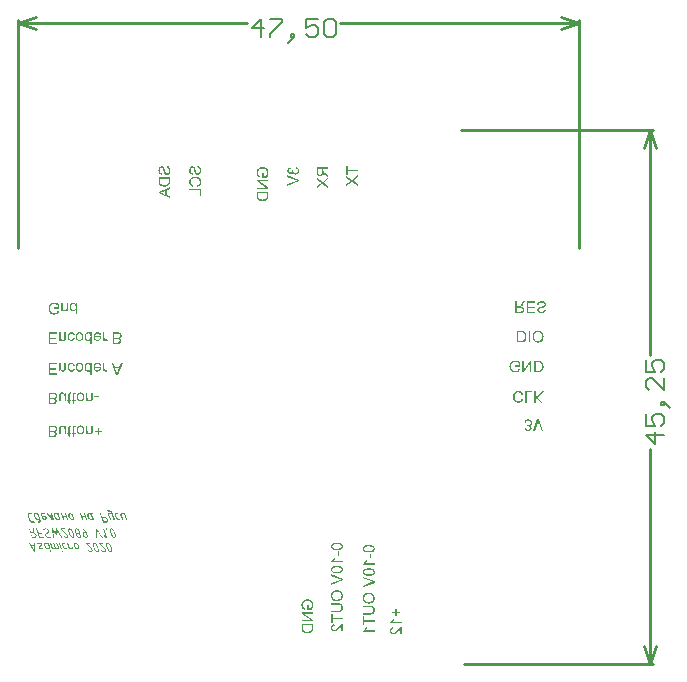
<source format=gbo>
G04 Layer_Color=32896*
%FSLAX25Y25*%
%MOIN*%
G70*
G01*
G75*
%ADD28C,0.01000*%
%ADD42C,0.00600*%
G36*
X50787Y161008D02*
X50782Y160880D01*
X50776Y160764D01*
X50765Y160658D01*
X50754Y160570D01*
X50743Y160492D01*
X50738Y160436D01*
X50732Y160420D01*
X50726Y160403D01*
Y160398D01*
Y160392D01*
X50699Y160292D01*
X50665Y160203D01*
X50638Y160126D01*
X50604Y160059D01*
X50577Y160003D01*
X50554Y159965D01*
X50538Y159942D01*
X50532Y159931D01*
X50482Y159859D01*
X50421Y159798D01*
X50366Y159737D01*
X50310Y159687D01*
X50260Y159643D01*
X50221Y159609D01*
X50194Y159587D01*
X50182Y159582D01*
X50094Y159526D01*
X49999Y159471D01*
X49911Y159426D01*
X49822Y159393D01*
X49744Y159360D01*
X49683Y159337D01*
X49661Y159332D01*
X49644Y159326D01*
X49633Y159321D01*
X49627D01*
X49494Y159288D01*
X49361Y159260D01*
X49233Y159243D01*
X49111Y159226D01*
X49006Y159221D01*
X48961D01*
X48923Y159215D01*
X48851D01*
X48662Y159221D01*
X48490Y159238D01*
X48334Y159265D01*
X48262Y159276D01*
X48201Y159293D01*
X48140Y159310D01*
X48090Y159321D01*
X48046Y159332D01*
X48007Y159348D01*
X47974Y159354D01*
X47951Y159365D01*
X47940Y159371D01*
X47935D01*
X47790Y159432D01*
X47663Y159504D01*
X47552Y159582D01*
X47457Y159654D01*
X47380Y159720D01*
X47324Y159776D01*
X47308Y159798D01*
X47291Y159815D01*
X47285Y159820D01*
X47280Y159826D01*
X47208Y159915D01*
X47152Y160009D01*
X47102Y160103D01*
X47063Y160192D01*
X47036Y160270D01*
X47019Y160331D01*
X47008Y160353D01*
Y160370D01*
X47002Y160381D01*
Y160386D01*
X46986Y160481D01*
X46969Y160592D01*
X46958Y160703D01*
X46952Y160814D01*
X46947Y160914D01*
Y160958D01*
Y160997D01*
Y161025D01*
Y161047D01*
Y161064D01*
Y161069D01*
Y162390D01*
X50787D01*
Y161008D01*
D02*
G37*
G36*
X49694Y166131D02*
X49827Y166108D01*
X49944Y166075D01*
X50049Y166036D01*
X50133Y165997D01*
X50166Y165981D01*
X50194Y165970D01*
X50216Y165953D01*
X50232Y165947D01*
X50244Y165936D01*
X50249D01*
X50354Y165853D01*
X50449Y165764D01*
X50526Y165670D01*
X50593Y165581D01*
X50643Y165504D01*
X50676Y165437D01*
X50687Y165415D01*
X50699Y165398D01*
X50704Y165387D01*
Y165381D01*
X50754Y165243D01*
X50793Y165098D01*
X50815Y164954D01*
X50837Y164815D01*
X50843Y164749D01*
X50849Y164693D01*
Y164643D01*
X50854Y164599D01*
Y164560D01*
Y164532D01*
Y164516D01*
Y164510D01*
X50849Y164360D01*
X50832Y164221D01*
X50804Y164094D01*
X50776Y163988D01*
X50754Y163900D01*
X50738Y163861D01*
X50726Y163827D01*
X50715Y163805D01*
X50710Y163788D01*
X50704Y163777D01*
Y163772D01*
X50643Y163655D01*
X50577Y163555D01*
X50504Y163467D01*
X50438Y163394D01*
X50382Y163339D01*
X50332Y163300D01*
X50299Y163272D01*
X50293Y163267D01*
X50288D01*
X50182Y163206D01*
X50082Y163161D01*
X49988Y163134D01*
X49899Y163111D01*
X49822Y163100D01*
X49761Y163089D01*
X49711D01*
X49600Y163095D01*
X49494Y163111D01*
X49400Y163139D01*
X49322Y163167D01*
X49256Y163200D01*
X49206Y163222D01*
X49178Y163245D01*
X49167Y163250D01*
X49084Y163317D01*
X49006Y163394D01*
X48939Y163478D01*
X48878Y163561D01*
X48834Y163633D01*
X48801Y163694D01*
X48789Y163716D01*
X48778Y163733D01*
X48773Y163744D01*
Y163750D01*
X48750Y163794D01*
X48734Y163850D01*
X48712Y163911D01*
X48689Y163977D01*
X48651Y164116D01*
X48612Y164260D01*
X48595Y164327D01*
X48579Y164388D01*
X48562Y164449D01*
X48551Y164499D01*
X48540Y164538D01*
X48534Y164571D01*
X48529Y164593D01*
Y164599D01*
X48501Y164710D01*
X48479Y164810D01*
X48451Y164899D01*
X48429Y164976D01*
X48401Y165048D01*
X48379Y165109D01*
X48357Y165165D01*
X48340Y165215D01*
X48318Y165254D01*
X48301Y165287D01*
X48290Y165309D01*
X48273Y165331D01*
X48257Y165359D01*
X48251Y165365D01*
X48195Y165415D01*
X48140Y165448D01*
X48085Y165476D01*
X48029Y165492D01*
X47985Y165504D01*
X47946Y165509D01*
X47912D01*
X47824Y165498D01*
X47746Y165476D01*
X47679Y165442D01*
X47618Y165404D01*
X47574Y165370D01*
X47535Y165337D01*
X47513Y165315D01*
X47507Y165304D01*
X47480Y165259D01*
X47452Y165215D01*
X47407Y165109D01*
X47380Y164998D01*
X47357Y164887D01*
X47346Y164787D01*
X47341Y164743D01*
X47335Y164710D01*
Y164676D01*
Y164654D01*
Y164638D01*
Y164632D01*
X47341Y164477D01*
X47363Y164338D01*
X47396Y164227D01*
X47430Y164133D01*
X47463Y164060D01*
X47496Y164005D01*
X47519Y163977D01*
X47524Y163966D01*
X47602Y163888D01*
X47685Y163827D01*
X47774Y163777D01*
X47862Y163744D01*
X47946Y163722D01*
X48007Y163705D01*
X48035Y163700D01*
X48051Y163694D01*
X48068D01*
X48029Y163206D01*
X47907Y163217D01*
X47796Y163245D01*
X47690Y163272D01*
X47602Y163311D01*
X47530Y163345D01*
X47474Y163372D01*
X47457Y163383D01*
X47441Y163394D01*
X47435Y163400D01*
X47430D01*
X47335Y163472D01*
X47252Y163550D01*
X47180Y163633D01*
X47124Y163716D01*
X47074Y163788D01*
X47047Y163844D01*
X47036Y163866D01*
X47025Y163883D01*
X47019Y163894D01*
Y163900D01*
X46975Y164022D01*
X46941Y164155D01*
X46913Y164277D01*
X46897Y164393D01*
X46886Y164499D01*
Y164538D01*
X46880Y164577D01*
Y164604D01*
Y164632D01*
Y164643D01*
Y164649D01*
X46886Y164793D01*
X46902Y164921D01*
X46925Y165043D01*
X46947Y165148D01*
X46969Y165232D01*
X46980Y165270D01*
X46991Y165298D01*
X47002Y165320D01*
X47008Y165337D01*
X47013Y165348D01*
Y165354D01*
X47069Y165465D01*
X47130Y165565D01*
X47197Y165648D01*
X47258Y165714D01*
X47313Y165764D01*
X47357Y165803D01*
X47391Y165831D01*
X47396Y165837D01*
X47402D01*
X47496Y165892D01*
X47591Y165931D01*
X47685Y165959D01*
X47768Y165975D01*
X47840Y165986D01*
X47896Y165997D01*
X47946D01*
X48040Y165992D01*
X48129Y165975D01*
X48212Y165953D01*
X48284Y165931D01*
X48340Y165909D01*
X48384Y165886D01*
X48412Y165870D01*
X48423Y165864D01*
X48501Y165809D01*
X48573Y165742D01*
X48634Y165675D01*
X48684Y165609D01*
X48728Y165553D01*
X48756Y165504D01*
X48778Y165470D01*
X48784Y165465D01*
Y165459D01*
X48806Y165415D01*
X48828Y165365D01*
X48867Y165254D01*
X48906Y165126D01*
X48945Y165004D01*
X48978Y164893D01*
X48989Y164843D01*
X49000Y164799D01*
X49011Y164765D01*
X49017Y164738D01*
X49022Y164721D01*
Y164715D01*
X49045Y164621D01*
X49067Y164532D01*
X49089Y164454D01*
X49106Y164388D01*
X49122Y164321D01*
X49139Y164266D01*
X49150Y164216D01*
X49167Y164177D01*
X49178Y164138D01*
X49183Y164110D01*
X49200Y164066D01*
X49206Y164038D01*
X49211Y164033D01*
X49244Y163950D01*
X49283Y163877D01*
X49322Y163816D01*
X49356Y163772D01*
X49389Y163733D01*
X49411Y163711D01*
X49428Y163694D01*
X49433Y163689D01*
X49483Y163650D01*
X49539Y163622D01*
X49594Y163605D01*
X49639Y163589D01*
X49683Y163583D01*
X49716Y163578D01*
X49749D01*
X49816Y163583D01*
X49877Y163594D01*
X49933Y163611D01*
X49977Y163633D01*
X50021Y163655D01*
X50049Y163672D01*
X50071Y163683D01*
X50077Y163689D01*
X50133Y163733D01*
X50177Y163788D01*
X50216Y163844D01*
X50255Y163894D01*
X50277Y163944D01*
X50299Y163983D01*
X50310Y164011D01*
X50316Y164022D01*
X50343Y164105D01*
X50366Y164194D01*
X50377Y164283D01*
X50388Y164360D01*
X50393Y164427D01*
X50399Y164482D01*
Y164505D01*
Y164521D01*
Y164527D01*
Y164532D01*
X50393Y164654D01*
X50382Y164765D01*
X50366Y164865D01*
X50343Y164954D01*
X50321Y165026D01*
X50305Y165082D01*
X50299Y165098D01*
X50293Y165115D01*
X50288Y165120D01*
Y165126D01*
X50244Y165215D01*
X50194Y165298D01*
X50144Y165359D01*
X50094Y165415D01*
X50055Y165459D01*
X50016Y165487D01*
X49994Y165504D01*
X49988Y165509D01*
X49916Y165548D01*
X49838Y165587D01*
X49755Y165609D01*
X49683Y165631D01*
X49611Y165648D01*
X49561Y165659D01*
X49539D01*
X49522Y165664D01*
X49511D01*
X49555Y166142D01*
X49694Y166131D01*
D02*
G37*
G36*
X50787Y158399D02*
X49622Y157983D01*
Y156374D01*
X50787Y155924D01*
Y155347D01*
X46947Y156918D01*
Y157473D01*
X50787Y158938D01*
Y158399D01*
D02*
G37*
G36*
X108268Y28524D02*
Y27992D01*
X104427Y26493D01*
Y27009D01*
X107219Y28053D01*
X107335Y28097D01*
X107446Y28136D01*
X107552Y28169D01*
X107646Y28197D01*
X107729Y28225D01*
X107790Y28241D01*
X107813Y28247D01*
X107829Y28252D01*
X107840Y28258D01*
X107846D01*
X107624Y28324D01*
X107518Y28358D01*
X107424Y28391D01*
X107341Y28419D01*
X107308Y28430D01*
X107274Y28436D01*
X107252Y28447D01*
X107235Y28452D01*
X107224Y28458D01*
X107219D01*
X104427Y29457D01*
Y30012D01*
X108268Y28524D01*
D02*
G37*
G36*
X83465Y160958D02*
X80451D01*
X83465Y158949D01*
Y158422D01*
X79624D01*
Y158910D01*
X82643D01*
X79624Y160925D01*
Y161447D01*
X83465D01*
Y160958D01*
D02*
G37*
G36*
X81772Y165737D02*
X81966Y165709D01*
X82055Y165692D01*
X82138Y165676D01*
X82221Y165654D01*
X82293Y165631D01*
X82360Y165609D01*
X82416Y165587D01*
X82471Y165570D01*
X82510Y165554D01*
X82549Y165537D01*
X82571Y165526D01*
X82588Y165515D01*
X82593D01*
X82754Y165415D01*
X82893Y165304D01*
X83015Y165188D01*
X83115Y165076D01*
X83193Y164971D01*
X83220Y164932D01*
X83248Y164893D01*
X83265Y164860D01*
X83281Y164838D01*
X83287Y164821D01*
X83293Y164816D01*
X83337Y164727D01*
X83370Y164638D01*
X83431Y164460D01*
X83470Y164288D01*
X83503Y164127D01*
X83509Y164055D01*
X83520Y163989D01*
X83526Y163928D01*
Y163878D01*
X83531Y163839D01*
Y163811D01*
Y163789D01*
Y163783D01*
X83526Y163628D01*
X83509Y163478D01*
X83481Y163339D01*
X83454Y163217D01*
X83442Y163167D01*
X83431Y163117D01*
X83415Y163073D01*
X83403Y163034D01*
X83392Y163006D01*
X83387Y162984D01*
X83381Y162973D01*
Y162968D01*
X83320Y162818D01*
X83248Y162679D01*
X83170Y162546D01*
X83098Y162429D01*
X83065Y162379D01*
X83032Y162329D01*
X83004Y162290D01*
X82982Y162257D01*
X82960Y162229D01*
X82943Y162207D01*
X82937Y162196D01*
X82932Y162190D01*
X81505D01*
Y163822D01*
X81960D01*
Y162690D01*
X82682D01*
X82737Y162757D01*
X82788Y162834D01*
X82832Y162917D01*
X82871Y162995D01*
X82904Y163062D01*
X82932Y163123D01*
X82943Y163145D01*
X82948Y163156D01*
X82954Y163167D01*
Y163173D01*
X82993Y163289D01*
X83026Y163406D01*
X83048Y163511D01*
X83059Y163611D01*
X83070Y163695D01*
Y163728D01*
X83076Y163761D01*
Y163783D01*
Y163800D01*
Y163811D01*
Y163817D01*
X83070Y163955D01*
X83048Y164089D01*
X83021Y164211D01*
X82993Y164322D01*
X82960Y164410D01*
X82948Y164449D01*
X82937Y164477D01*
X82926Y164505D01*
X82915Y164522D01*
X82910Y164533D01*
Y164538D01*
X82837Y164655D01*
X82760Y164760D01*
X82677Y164849D01*
X82593Y164921D01*
X82516Y164982D01*
X82455Y165021D01*
X82432Y165038D01*
X82416Y165043D01*
X82405Y165054D01*
X82399D01*
X82260Y165110D01*
X82116Y165154D01*
X81972Y165182D01*
X81833Y165204D01*
X81772Y165210D01*
X81716Y165215D01*
X81661Y165221D01*
X81616D01*
X81583Y165226D01*
X81533D01*
X81378Y165221D01*
X81239Y165204D01*
X81106Y165182D01*
X80989Y165154D01*
X80939Y165143D01*
X80895Y165126D01*
X80856Y165115D01*
X80823Y165104D01*
X80795Y165093D01*
X80778Y165088D01*
X80767Y165082D01*
X80762D01*
X80684Y165043D01*
X80612Y165004D01*
X80545Y164965D01*
X80490Y164927D01*
X80445Y164893D01*
X80406Y164866D01*
X80384Y164843D01*
X80379Y164838D01*
X80318Y164777D01*
X80262Y164710D01*
X80218Y164638D01*
X80173Y164571D01*
X80146Y164516D01*
X80118Y164471D01*
X80107Y164438D01*
X80101Y164427D01*
X80062Y164327D01*
X80035Y164227D01*
X80018Y164122D01*
X80001Y164028D01*
X79996Y163944D01*
Y163911D01*
X79990Y163883D01*
Y163856D01*
Y163839D01*
Y163828D01*
Y163822D01*
X79996Y163717D01*
X80007Y163617D01*
X80024Y163528D01*
X80040Y163450D01*
X80062Y163384D01*
X80079Y163334D01*
X80090Y163306D01*
X80096Y163295D01*
X80135Y163212D01*
X80179Y163139D01*
X80223Y163073D01*
X80268Y163023D01*
X80307Y162984D01*
X80334Y162951D01*
X80357Y162934D01*
X80362Y162929D01*
X80429Y162879D01*
X80506Y162840D01*
X80579Y162801D01*
X80656Y162768D01*
X80723Y162745D01*
X80773Y162729D01*
X80795Y162723D01*
X80812Y162718D01*
X80817Y162712D01*
X80823D01*
X80701Y162251D01*
X80562Y162290D01*
X80440Y162340D01*
X80329Y162390D01*
X80240Y162435D01*
X80168Y162479D01*
X80118Y162512D01*
X80085Y162535D01*
X80073Y162546D01*
X79985Y162623D01*
X79913Y162707D01*
X79846Y162795D01*
X79791Y162879D01*
X79752Y162956D01*
X79718Y163017D01*
X79707Y163040D01*
X79702Y163056D01*
X79696Y163067D01*
Y163073D01*
X79652Y163201D01*
X79618Y163334D01*
X79591Y163456D01*
X79574Y163572D01*
X79563Y163678D01*
Y163722D01*
X79557Y163756D01*
Y163789D01*
Y163811D01*
Y163822D01*
Y163828D01*
Y163933D01*
X79568Y164033D01*
X79596Y164227D01*
X79613Y164316D01*
X79635Y164399D01*
X79652Y164477D01*
X79674Y164549D01*
X79696Y164616D01*
X79718Y164671D01*
X79741Y164721D01*
X79757Y164766D01*
X79774Y164799D01*
X79785Y164821D01*
X79791Y164838D01*
X79796Y164843D01*
X79846Y164921D01*
X79896Y164999D01*
X80013Y165132D01*
X80129Y165249D01*
X80251Y165343D01*
X80357Y165421D01*
X80401Y165448D01*
X80445Y165471D01*
X80479Y165493D01*
X80501Y165504D01*
X80518Y165509D01*
X80523Y165515D01*
X80706Y165593D01*
X80889Y165648D01*
X81067Y165692D01*
X81150Y165704D01*
X81228Y165720D01*
X81300Y165726D01*
X81361Y165737D01*
X81422Y165743D01*
X81472D01*
X81511Y165748D01*
X81567D01*
X81772Y165737D01*
D02*
G37*
G36*
X83465Y156185D02*
X83459Y156058D01*
X83454Y155941D01*
X83442Y155836D01*
X83431Y155747D01*
X83420Y155669D01*
X83415Y155614D01*
X83409Y155597D01*
X83403Y155580D01*
Y155575D01*
Y155569D01*
X83376Y155469D01*
X83342Y155381D01*
X83315Y155303D01*
X83281Y155236D01*
X83254Y155181D01*
X83232Y155142D01*
X83215Y155120D01*
X83209Y155109D01*
X83159Y155036D01*
X83098Y154975D01*
X83043Y154914D01*
X82987Y154865D01*
X82937Y154820D01*
X82898Y154787D01*
X82871Y154765D01*
X82860Y154759D01*
X82771Y154703D01*
X82677Y154648D01*
X82588Y154604D01*
X82499Y154570D01*
X82421Y154537D01*
X82360Y154515D01*
X82338Y154509D01*
X82321Y154504D01*
X82310Y154498D01*
X82305D01*
X82171Y154465D01*
X82038Y154437D01*
X81911Y154420D01*
X81788Y154404D01*
X81683Y154398D01*
X81639D01*
X81600Y154393D01*
X81528D01*
X81339Y154398D01*
X81167Y154415D01*
X81011Y154443D01*
X80939Y154454D01*
X80878Y154470D01*
X80817Y154487D01*
X80767Y154498D01*
X80723Y154509D01*
X80684Y154526D01*
X80651Y154532D01*
X80629Y154543D01*
X80617Y154548D01*
X80612D01*
X80468Y154609D01*
X80340Y154681D01*
X80229Y154759D01*
X80135Y154831D01*
X80057Y154898D01*
X80001Y154953D01*
X79985Y154975D01*
X79968Y154992D01*
X79962Y154998D01*
X79957Y155003D01*
X79885Y155092D01*
X79829Y155186D01*
X79779Y155281D01*
X79741Y155369D01*
X79713Y155447D01*
X79696Y155508D01*
X79685Y155531D01*
Y155547D01*
X79680Y155558D01*
Y155564D01*
X79663Y155658D01*
X79646Y155769D01*
X79635Y155880D01*
X79629Y155991D01*
X79624Y156091D01*
Y156135D01*
Y156174D01*
Y156202D01*
Y156224D01*
Y156241D01*
Y156246D01*
Y157567D01*
X83465D01*
Y156185D01*
D02*
G37*
G36*
X106592Y24684D02*
X106764Y24661D01*
X106930Y24628D01*
X107002Y24606D01*
X107074Y24584D01*
X107135Y24567D01*
X107191Y24545D01*
X107241Y24528D01*
X107285Y24512D01*
X107319Y24501D01*
X107341Y24489D01*
X107358Y24478D01*
X107363D01*
X107524Y24384D01*
X107663Y24284D01*
X107785Y24173D01*
X107885Y24068D01*
X107968Y23973D01*
X108001Y23934D01*
X108024Y23901D01*
X108046Y23868D01*
X108062Y23846D01*
X108068Y23835D01*
X108073Y23829D01*
X108118Y23746D01*
X108157Y23663D01*
X108223Y23496D01*
X108268Y23335D01*
X108301Y23185D01*
X108312Y23113D01*
X108318Y23052D01*
X108329Y22997D01*
Y22947D01*
X108334Y22913D01*
Y22880D01*
Y22863D01*
Y22858D01*
X108323Y22675D01*
X108296Y22503D01*
X108262Y22342D01*
X108240Y22269D01*
X108218Y22203D01*
X108196Y22142D01*
X108173Y22086D01*
X108157Y22042D01*
X108140Y22003D01*
X108123Y21970D01*
X108112Y21942D01*
X108101Y21931D01*
Y21925D01*
X108001Y21770D01*
X107890Y21637D01*
X107774Y21526D01*
X107663Y21431D01*
X107557Y21354D01*
X107518Y21326D01*
X107480Y21304D01*
X107446Y21282D01*
X107424Y21271D01*
X107407Y21259D01*
X107402D01*
X107313Y21215D01*
X107224Y21182D01*
X107047Y21121D01*
X106869Y21076D01*
X106708Y21048D01*
X106636Y21043D01*
X106569Y21032D01*
X106508Y21026D01*
X106458D01*
X106414Y21021D01*
X106359D01*
X106148Y21032D01*
X105953Y21054D01*
X105865Y21071D01*
X105776Y21093D01*
X105698Y21115D01*
X105626Y21132D01*
X105559Y21154D01*
X105498Y21176D01*
X105448Y21193D01*
X105404Y21215D01*
X105371Y21226D01*
X105348Y21237D01*
X105332Y21248D01*
X105326D01*
X105165Y21337D01*
X105021Y21442D01*
X104899Y21553D01*
X104799Y21653D01*
X104721Y21748D01*
X104688Y21792D01*
X104660Y21825D01*
X104644Y21859D01*
X104627Y21881D01*
X104621Y21892D01*
X104616Y21898D01*
X104571Y21981D01*
X104533Y22064D01*
X104466Y22225D01*
X104422Y22392D01*
X104394Y22536D01*
X104383Y22603D01*
X104372Y22669D01*
X104366Y22719D01*
Y22769D01*
X104360Y22808D01*
Y22836D01*
Y22852D01*
Y22858D01*
X104366Y23008D01*
X104383Y23146D01*
X104411Y23280D01*
X104444Y23407D01*
X104488Y23524D01*
X104533Y23635D01*
X104583Y23735D01*
X104632Y23823D01*
X104682Y23907D01*
X104732Y23979D01*
X104777Y24040D01*
X104821Y24090D01*
X104855Y24129D01*
X104882Y24162D01*
X104899Y24179D01*
X104904Y24184D01*
X105010Y24273D01*
X105121Y24351D01*
X105243Y24423D01*
X105365Y24478D01*
X105493Y24528D01*
X105615Y24573D01*
X105737Y24606D01*
X105853Y24628D01*
X105965Y24650D01*
X106070Y24667D01*
X106164Y24678D01*
X106242Y24689D01*
X106309D01*
X106359Y24695D01*
X106403D01*
X106592Y24684D01*
D02*
G37*
G36*
X106569Y32787D02*
X106753Y32776D01*
X106919Y32759D01*
X107074Y32731D01*
X107219Y32704D01*
X107346Y32670D01*
X107463Y32637D01*
X107563Y32604D01*
X107652Y32570D01*
X107729Y32531D01*
X107796Y32504D01*
X107846Y32476D01*
X107890Y32448D01*
X107918Y32432D01*
X107935Y32420D01*
X107940Y32415D01*
X108007Y32354D01*
X108068Y32287D01*
X108123Y32215D01*
X108168Y32143D01*
X108207Y32071D01*
X108240Y31999D01*
X108262Y31927D01*
X108284Y31860D01*
X108301Y31793D01*
X108312Y31732D01*
X108323Y31677D01*
X108329Y31632D01*
X108334Y31593D01*
Y31560D01*
Y31543D01*
Y31538D01*
X108323Y31388D01*
X108301Y31249D01*
X108262Y31133D01*
X108223Y31033D01*
X108185Y30950D01*
X108162Y30922D01*
X108146Y30894D01*
X108134Y30872D01*
X108123Y30855D01*
X108112Y30850D01*
Y30844D01*
X108018Y30744D01*
X107918Y30661D01*
X107807Y30589D01*
X107707Y30533D01*
X107613Y30489D01*
X107574Y30467D01*
X107535Y30456D01*
X107507Y30445D01*
X107485Y30433D01*
X107474Y30428D01*
X107468D01*
X107385Y30400D01*
X107302Y30378D01*
X107124Y30345D01*
X106941Y30317D01*
X106764Y30300D01*
X106686Y30295D01*
X106614Y30289D01*
X106547D01*
X106486Y30284D01*
X106270D01*
X106170Y30289D01*
X106081D01*
X105992Y30295D01*
X105914Y30306D01*
X105837Y30311D01*
X105770Y30317D01*
X105709Y30328D01*
X105654Y30334D01*
X105604Y30345D01*
X105565Y30350D01*
X105532Y30356D01*
X105504Y30361D01*
X105487Y30367D01*
X105476Y30373D01*
X105471D01*
X105348Y30406D01*
X105237Y30445D01*
X105143Y30489D01*
X105060Y30522D01*
X104988Y30561D01*
X104938Y30583D01*
X104910Y30606D01*
X104899Y30611D01*
X104816Y30672D01*
X104744Y30733D01*
X104682Y30800D01*
X104627Y30861D01*
X104588Y30916D01*
X104560Y30961D01*
X104544Y30988D01*
X104538Y30994D01*
Y31000D01*
X104494Y31088D01*
X104466Y31183D01*
X104444Y31272D01*
X104427Y31355D01*
X104416Y31427D01*
X104411Y31488D01*
Y31510D01*
Y31527D01*
Y31532D01*
Y31538D01*
X104422Y31688D01*
X104444Y31827D01*
X104483Y31943D01*
X104522Y32043D01*
X104566Y32126D01*
X104583Y32160D01*
X104605Y32187D01*
X104616Y32210D01*
X104627Y32226D01*
X104638Y32232D01*
Y32237D01*
X104727Y32337D01*
X104832Y32420D01*
X104938Y32493D01*
X105038Y32548D01*
X105132Y32592D01*
X105171Y32615D01*
X105210Y32626D01*
X105237Y32637D01*
X105260Y32648D01*
X105271Y32653D01*
X105276D01*
X105359Y32676D01*
X105443Y32698D01*
X105626Y32731D01*
X105809Y32759D01*
X105981Y32776D01*
X106064Y32781D01*
X106137Y32787D01*
X106203D01*
X106264Y32792D01*
X106375D01*
X106569Y32787D01*
D02*
G37*
G36*
X16741Y118763D02*
Y118647D01*
X16735Y118552D01*
X16730Y118474D01*
Y118408D01*
X16724Y118363D01*
X16719Y118330D01*
X16713Y118308D01*
Y118302D01*
X16696Y118230D01*
X16669Y118164D01*
X16646Y118108D01*
X16624Y118053D01*
X16597Y118014D01*
X16580Y117986D01*
X16569Y117964D01*
X16563Y117958D01*
X16519Y117903D01*
X16469Y117858D01*
X16419Y117814D01*
X16363Y117781D01*
X16319Y117753D01*
X16280Y117736D01*
X16258Y117725D01*
X16247Y117720D01*
X16169Y117686D01*
X16086Y117664D01*
X16008Y117648D01*
X15936Y117636D01*
X15875Y117631D01*
X15831Y117625D01*
X15786D01*
X15681Y117631D01*
X15581Y117648D01*
X15492Y117670D01*
X15403Y117697D01*
X15326Y117731D01*
X15253Y117770D01*
X15187Y117814D01*
X15131Y117853D01*
X15076Y117897D01*
X15031Y117942D01*
X14993Y117981D01*
X14959Y118014D01*
X14937Y118042D01*
X14920Y118064D01*
X14909Y118080D01*
X14904Y118086D01*
Y117686D01*
X14482D01*
Y120472D01*
X14954D01*
Y118957D01*
Y118863D01*
X14965Y118769D01*
X14976Y118691D01*
X14987Y118619D01*
X15004Y118552D01*
X15020Y118491D01*
X15043Y118436D01*
X15065Y118391D01*
X15081Y118352D01*
X15104Y118319D01*
X15120Y118291D01*
X15137Y118269D01*
X15159Y118241D01*
X15170Y118230D01*
X15253Y118164D01*
X15342Y118119D01*
X15431Y118086D01*
X15509Y118058D01*
X15581Y118047D01*
X15636Y118042D01*
X15659Y118036D01*
X15686D01*
X15753Y118042D01*
X15820Y118047D01*
X15875Y118064D01*
X15919Y118080D01*
X15958Y118097D01*
X15992Y118108D01*
X16008Y118119D01*
X16014Y118125D01*
X16064Y118158D01*
X16108Y118197D01*
X16141Y118236D01*
X16169Y118269D01*
X16186Y118302D01*
X16203Y118330D01*
X16214Y118347D01*
Y118352D01*
X16230Y118413D01*
X16247Y118480D01*
X16258Y118552D01*
X16263Y118624D01*
X16269Y118685D01*
Y118735D01*
Y118774D01*
Y118780D01*
Y118785D01*
Y120472D01*
X16741D01*
Y118763D01*
D02*
G37*
G36*
X26731Y110680D02*
X26886Y110652D01*
X27025Y110619D01*
X27081Y110597D01*
X27136Y110574D01*
X27186Y110552D01*
X27230Y110530D01*
X27264Y110513D01*
X27297Y110497D01*
X27319Y110480D01*
X27336Y110469D01*
X27347Y110458D01*
X27352D01*
X27463Y110358D01*
X27552Y110252D01*
X27630Y110142D01*
X27685Y110036D01*
X27730Y109942D01*
X27746Y109897D01*
X27763Y109864D01*
X27774Y109831D01*
X27780Y109809D01*
X27785Y109797D01*
Y109792D01*
X27297Y109731D01*
X27253Y109836D01*
X27203Y109925D01*
X27153Y110003D01*
X27108Y110064D01*
X27069Y110108D01*
X27036Y110142D01*
X27008Y110164D01*
X27003Y110169D01*
X26931Y110214D01*
X26858Y110247D01*
X26781Y110269D01*
X26714Y110286D01*
X26653Y110297D01*
X26603Y110302D01*
X26559D01*
X26492Y110297D01*
X26431Y110291D01*
X26320Y110264D01*
X26220Y110225D01*
X26131Y110180D01*
X26065Y110142D01*
X26015Y110103D01*
X25982Y110075D01*
X25976Y110064D01*
X25971D01*
X25893Y109964D01*
X25832Y109853D01*
X25787Y109731D01*
X25754Y109620D01*
X25737Y109520D01*
X25726Y109476D01*
X25721Y109437D01*
Y109403D01*
X25715Y109381D01*
Y109364D01*
Y109359D01*
X27796D01*
X27802Y109303D01*
Y109265D01*
Y109242D01*
Y109237D01*
X27796Y109109D01*
X27785Y108993D01*
X27769Y108882D01*
X27746Y108776D01*
X27719Y108682D01*
X27691Y108593D01*
X27658Y108515D01*
X27624Y108443D01*
X27591Y108377D01*
X27558Y108321D01*
X27530Y108277D01*
X27502Y108238D01*
X27480Y108205D01*
X27463Y108182D01*
X27452Y108171D01*
X27447Y108166D01*
X27380Y108099D01*
X27308Y108038D01*
X27230Y107988D01*
X27153Y107944D01*
X27075Y107905D01*
X27003Y107877D01*
X26925Y107849D01*
X26858Y107833D01*
X26786Y107816D01*
X26725Y107805D01*
X26670Y107794D01*
X26625Y107788D01*
X26586Y107783D01*
X26531D01*
X26426Y107788D01*
X26326Y107799D01*
X26231Y107816D01*
X26142Y107844D01*
X26059Y107872D01*
X25982Y107905D01*
X25909Y107938D01*
X25848Y107977D01*
X25787Y108010D01*
X25737Y108049D01*
X25693Y108082D01*
X25660Y108110D01*
X25632Y108138D01*
X25610Y108155D01*
X25599Y108166D01*
X25593Y108171D01*
X25532Y108249D01*
X25477Y108332D01*
X25427Y108415D01*
X25382Y108504D01*
X25349Y108599D01*
X25321Y108687D01*
X25277Y108865D01*
X25260Y108943D01*
X25249Y109020D01*
X25243Y109087D01*
X25238Y109148D01*
X25232Y109198D01*
Y109231D01*
Y109259D01*
Y109265D01*
X25238Y109387D01*
X25249Y109503D01*
X25266Y109614D01*
X25288Y109714D01*
X25316Y109809D01*
X25343Y109897D01*
X25377Y109975D01*
X25410Y110047D01*
X25443Y110108D01*
X25477Y110164D01*
X25504Y110208D01*
X25532Y110247D01*
X25554Y110280D01*
X25571Y110302D01*
X25582Y110314D01*
X25587Y110319D01*
X25660Y110386D01*
X25732Y110441D01*
X25809Y110491D01*
X25893Y110536D01*
X25971Y110569D01*
X26054Y110602D01*
X26209Y110647D01*
X26281Y110658D01*
X26348Y110669D01*
X26409Y110680D01*
X26459Y110685D01*
X26498Y110691D01*
X26559D01*
X26731Y110680D01*
D02*
G37*
G36*
X18578Y120528D02*
X18667Y120517D01*
X18750Y120495D01*
X18822Y120467D01*
X18894Y120439D01*
X18961Y120406D01*
X19016Y120367D01*
X19066Y120328D01*
X19116Y120289D01*
X19155Y120250D01*
X19188Y120217D01*
X19216Y120189D01*
X19238Y120162D01*
X19255Y120139D01*
X19261Y120128D01*
X19266Y120123D01*
Y120472D01*
X19704D01*
Y116632D01*
X19233D01*
Y118008D01*
X19183Y117947D01*
X19127Y117897D01*
X19077Y117847D01*
X19022Y117808D01*
X18978Y117781D01*
X18944Y117753D01*
X18922Y117742D01*
X18911Y117736D01*
X18839Y117697D01*
X18761Y117670D01*
X18683Y117653D01*
X18611Y117636D01*
X18550Y117631D01*
X18506Y117625D01*
X18461D01*
X18339Y117631D01*
X18223Y117653D01*
X18117Y117681D01*
X18028Y117714D01*
X17951Y117753D01*
X17895Y117781D01*
X17873Y117792D01*
X17856Y117803D01*
X17851Y117808D01*
X17845D01*
X17745Y117881D01*
X17662Y117969D01*
X17590Y118053D01*
X17535Y118136D01*
X17490Y118214D01*
X17457Y118275D01*
X17446Y118297D01*
X17435Y118314D01*
X17429Y118325D01*
Y118330D01*
X17385Y118458D01*
X17351Y118591D01*
X17324Y118719D01*
X17307Y118835D01*
X17296Y118935D01*
Y118980D01*
X17290Y119013D01*
Y119046D01*
Y119068D01*
Y119079D01*
Y119085D01*
X17296Y119240D01*
X17312Y119385D01*
X17340Y119512D01*
X17368Y119623D01*
X17379Y119673D01*
X17390Y119712D01*
X17407Y119751D01*
X17418Y119784D01*
X17429Y119806D01*
X17435Y119823D01*
X17440Y119834D01*
Y119840D01*
X17501Y119956D01*
X17573Y120056D01*
X17646Y120145D01*
X17718Y120217D01*
X17779Y120273D01*
X17829Y120317D01*
X17862Y120339D01*
X17867Y120350D01*
X17873D01*
X17978Y120411D01*
X18084Y120456D01*
X18189Y120489D01*
X18284Y120511D01*
X18361Y120522D01*
X18428Y120528D01*
X18450Y120534D01*
X18484D01*
X18578Y120528D01*
D02*
G37*
G36*
X59275Y162529D02*
X59470Y162506D01*
X59642Y162479D01*
X59725Y162457D01*
X59797Y162440D01*
X59864Y162423D01*
X59925Y162401D01*
X59980Y162384D01*
X60025Y162373D01*
X60058Y162357D01*
X60086Y162351D01*
X60102Y162340D01*
X60108D01*
X60274Y162257D01*
X60424Y162162D01*
X60552Y162063D01*
X60602Y162013D01*
X60652Y161968D01*
X60696Y161924D01*
X60735Y161879D01*
X60768Y161840D01*
X60790Y161807D01*
X60813Y161785D01*
X60829Y161763D01*
X60835Y161752D01*
X60840Y161746D01*
X60885Y161668D01*
X60924Y161591D01*
X60985Y161424D01*
X61029Y161258D01*
X61057Y161097D01*
X61068Y161019D01*
X61079Y160952D01*
X61085Y160891D01*
Y160842D01*
X61090Y160797D01*
Y160764D01*
Y160742D01*
Y160736D01*
X61085Y160625D01*
X61074Y160520D01*
X61063Y160420D01*
X61040Y160325D01*
X61013Y160237D01*
X60985Y160153D01*
X60957Y160076D01*
X60924Y160003D01*
X60896Y159942D01*
X60868Y159881D01*
X60840Y159837D01*
X60813Y159792D01*
X60790Y159765D01*
X60779Y159737D01*
X60768Y159726D01*
X60763Y159720D01*
X60696Y159643D01*
X60630Y159576D01*
X60552Y159515D01*
X60474Y159454D01*
X60319Y159354D01*
X60163Y159276D01*
X60091Y159243D01*
X60025Y159215D01*
X59964Y159193D01*
X59914Y159177D01*
X59869Y159160D01*
X59836Y159149D01*
X59814Y159143D01*
X59808D01*
X59680Y159654D01*
X59769Y159676D01*
X59853Y159704D01*
X59930Y159731D01*
X60002Y159759D01*
X60069Y159792D01*
X60124Y159826D01*
X60180Y159865D01*
X60230Y159898D01*
X60274Y159926D01*
X60308Y159959D01*
X60341Y159987D01*
X60369Y160009D01*
X60385Y160031D01*
X60402Y160048D01*
X60408Y160053D01*
X60413Y160059D01*
X60457Y160114D01*
X60491Y160176D01*
X60552Y160298D01*
X60596Y160414D01*
X60624Y160531D01*
X60646Y160631D01*
X60652Y160669D01*
Y160708D01*
X60657Y160742D01*
Y160764D01*
Y160775D01*
Y160780D01*
X60652Y160908D01*
X60630Y161030D01*
X60602Y161141D01*
X60568Y161241D01*
X60535Y161319D01*
X60519Y161352D01*
X60508Y161380D01*
X60496Y161402D01*
X60485Y161419D01*
X60480Y161430D01*
Y161435D01*
X60402Y161541D01*
X60319Y161630D01*
X60224Y161707D01*
X60136Y161768D01*
X60058Y161818D01*
X59991Y161852D01*
X59964Y161863D01*
X59947Y161874D01*
X59936Y161879D01*
X59930D01*
X59786Y161924D01*
X59642Y161957D01*
X59497Y161985D01*
X59364Y162001D01*
X59303Y162007D01*
X59248Y162013D01*
X59198D01*
X59159Y162018D01*
X59076D01*
X58931Y162013D01*
X58798Y162001D01*
X58676Y161979D01*
X58565Y161957D01*
X58471Y161940D01*
X58432Y161929D01*
X58398Y161918D01*
X58371Y161913D01*
X58354Y161907D01*
X58343Y161901D01*
X58337D01*
X58210Y161846D01*
X58093Y161785D01*
X57999Y161718D01*
X57916Y161646D01*
X57849Y161585D01*
X57805Y161535D01*
X57777Y161496D01*
X57766Y161491D01*
Y161485D01*
X57694Y161369D01*
X57638Y161241D01*
X57599Y161119D01*
X57577Y161002D01*
X57560Y160897D01*
X57555Y160853D01*
Y160814D01*
X57549Y160786D01*
Y160764D01*
Y160747D01*
Y160742D01*
X57555Y160603D01*
X57577Y160475D01*
X57610Y160370D01*
X57644Y160275D01*
X57683Y160203D01*
X57710Y160148D01*
X57732Y160114D01*
X57744Y160103D01*
X57827Y160014D01*
X57921Y159931D01*
X58021Y159865D01*
X58121Y159809D01*
X58210Y159765D01*
X58254Y159748D01*
X58288Y159737D01*
X58315Y159726D01*
X58337Y159715D01*
X58349Y159709D01*
X58354D01*
X58237Y159210D01*
X58138Y159243D01*
X58049Y159276D01*
X57966Y159321D01*
X57882Y159360D01*
X57810Y159404D01*
X57744Y159454D01*
X57677Y159498D01*
X57622Y159543D01*
X57577Y159587D01*
X57533Y159626D01*
X57494Y159665D01*
X57466Y159693D01*
X57438Y159720D01*
X57422Y159743D01*
X57416Y159754D01*
X57411Y159759D01*
X57361Y159837D01*
X57311Y159915D01*
X57272Y159992D01*
X57239Y160076D01*
X57189Y160242D01*
X57155Y160392D01*
X57139Y160464D01*
X57133Y160525D01*
X57127Y160586D01*
X57122Y160636D01*
X57116Y160675D01*
Y160703D01*
Y160725D01*
Y160731D01*
X57127Y160914D01*
X57155Y161091D01*
X57189Y161247D01*
X57211Y161319D01*
X57233Y161385D01*
X57255Y161446D01*
X57277Y161502D01*
X57294Y161546D01*
X57311Y161591D01*
X57327Y161618D01*
X57338Y161641D01*
X57344Y161657D01*
X57349Y161663D01*
X57444Y161813D01*
X57555Y161940D01*
X57666Y162051D01*
X57777Y162146D01*
X57877Y162218D01*
X57921Y162246D01*
X57960Y162268D01*
X57988Y162290D01*
X58010Y162301D01*
X58027Y162307D01*
X58032Y162312D01*
X58204Y162390D01*
X58382Y162445D01*
X58559Y162484D01*
X58720Y162512D01*
X58793Y162523D01*
X58865Y162529D01*
X58920Y162534D01*
X58976D01*
X59014Y162540D01*
X59076D01*
X59275Y162529D01*
D02*
G37*
G36*
X59930Y166131D02*
X60063Y166108D01*
X60180Y166075D01*
X60286Y166036D01*
X60369Y165997D01*
X60402Y165981D01*
X60430Y165970D01*
X60452Y165953D01*
X60469Y165947D01*
X60480Y165936D01*
X60485D01*
X60591Y165853D01*
X60685Y165764D01*
X60763Y165670D01*
X60829Y165581D01*
X60879Y165504D01*
X60913Y165437D01*
X60924Y165415D01*
X60935Y165398D01*
X60940Y165387D01*
Y165381D01*
X60990Y165243D01*
X61029Y165098D01*
X61051Y164954D01*
X61074Y164815D01*
X61079Y164749D01*
X61085Y164693D01*
Y164643D01*
X61090Y164599D01*
Y164560D01*
Y164532D01*
Y164516D01*
Y164510D01*
X61085Y164360D01*
X61068Y164221D01*
X61040Y164094D01*
X61013Y163988D01*
X60990Y163900D01*
X60974Y163861D01*
X60963Y163827D01*
X60952Y163805D01*
X60946Y163788D01*
X60940Y163777D01*
Y163772D01*
X60879Y163655D01*
X60813Y163555D01*
X60741Y163467D01*
X60674Y163394D01*
X60619Y163339D01*
X60568Y163300D01*
X60535Y163272D01*
X60530Y163267D01*
X60524D01*
X60419Y163206D01*
X60319Y163161D01*
X60224Y163134D01*
X60136Y163111D01*
X60058Y163100D01*
X59997Y163089D01*
X59947D01*
X59836Y163095D01*
X59730Y163111D01*
X59636Y163139D01*
X59558Y163167D01*
X59492Y163200D01*
X59442Y163222D01*
X59414Y163245D01*
X59403Y163250D01*
X59320Y163317D01*
X59242Y163394D01*
X59175Y163478D01*
X59114Y163561D01*
X59070Y163633D01*
X59037Y163694D01*
X59026Y163716D01*
X59014Y163733D01*
X59009Y163744D01*
Y163750D01*
X58987Y163794D01*
X58970Y163850D01*
X58948Y163911D01*
X58926Y163977D01*
X58887Y164116D01*
X58848Y164260D01*
X58831Y164327D01*
X58815Y164388D01*
X58798Y164449D01*
X58787Y164499D01*
X58776Y164538D01*
X58770Y164571D01*
X58765Y164593D01*
Y164599D01*
X58737Y164710D01*
X58715Y164810D01*
X58687Y164899D01*
X58665Y164976D01*
X58637Y165048D01*
X58615Y165109D01*
X58593Y165165D01*
X58576Y165215D01*
X58554Y165254D01*
X58537Y165287D01*
X58526Y165309D01*
X58509Y165331D01*
X58493Y165359D01*
X58487Y165365D01*
X58432Y165415D01*
X58376Y165448D01*
X58321Y165476D01*
X58265Y165492D01*
X58221Y165504D01*
X58182Y165509D01*
X58149D01*
X58060Y165498D01*
X57982Y165476D01*
X57916Y165442D01*
X57855Y165404D01*
X57810Y165370D01*
X57771Y165337D01*
X57749Y165315D01*
X57744Y165304D01*
X57716Y165259D01*
X57688Y165215D01*
X57644Y165109D01*
X57616Y164998D01*
X57594Y164887D01*
X57583Y164787D01*
X57577Y164743D01*
X57572Y164710D01*
Y164676D01*
Y164654D01*
Y164638D01*
Y164632D01*
X57577Y164477D01*
X57599Y164338D01*
X57633Y164227D01*
X57666Y164133D01*
X57699Y164060D01*
X57732Y164005D01*
X57755Y163977D01*
X57760Y163966D01*
X57838Y163888D01*
X57921Y163827D01*
X58010Y163777D01*
X58099Y163744D01*
X58182Y163722D01*
X58243Y163705D01*
X58271Y163700D01*
X58288Y163694D01*
X58304D01*
X58265Y163206D01*
X58143Y163217D01*
X58032Y163245D01*
X57927Y163272D01*
X57838Y163311D01*
X57766Y163345D01*
X57710Y163372D01*
X57694Y163383D01*
X57677Y163394D01*
X57671Y163400D01*
X57666D01*
X57572Y163472D01*
X57488Y163550D01*
X57416Y163633D01*
X57361Y163716D01*
X57311Y163788D01*
X57283Y163844D01*
X57272Y163866D01*
X57261Y163883D01*
X57255Y163894D01*
Y163900D01*
X57211Y164022D01*
X57178Y164155D01*
X57150Y164277D01*
X57133Y164393D01*
X57122Y164499D01*
Y164538D01*
X57116Y164577D01*
Y164604D01*
Y164632D01*
Y164643D01*
Y164649D01*
X57122Y164793D01*
X57139Y164921D01*
X57161Y165043D01*
X57183Y165148D01*
X57205Y165232D01*
X57216Y165270D01*
X57227Y165298D01*
X57239Y165320D01*
X57244Y165337D01*
X57250Y165348D01*
Y165354D01*
X57305Y165465D01*
X57366Y165565D01*
X57433Y165648D01*
X57494Y165714D01*
X57549Y165764D01*
X57594Y165803D01*
X57627Y165831D01*
X57633Y165837D01*
X57638D01*
X57732Y165892D01*
X57827Y165931D01*
X57921Y165959D01*
X58004Y165975D01*
X58077Y165986D01*
X58132Y165997D01*
X58182D01*
X58276Y165992D01*
X58365Y165975D01*
X58448Y165953D01*
X58521Y165931D01*
X58576Y165909D01*
X58621Y165886D01*
X58648Y165870D01*
X58659Y165864D01*
X58737Y165809D01*
X58809Y165742D01*
X58870Y165675D01*
X58920Y165609D01*
X58965Y165553D01*
X58992Y165504D01*
X59014Y165470D01*
X59020Y165465D01*
Y165459D01*
X59042Y165415D01*
X59065Y165365D01*
X59103Y165254D01*
X59142Y165126D01*
X59181Y165004D01*
X59214Y164893D01*
X59225Y164843D01*
X59237Y164799D01*
X59248Y164765D01*
X59253Y164738D01*
X59259Y164721D01*
Y164715D01*
X59281Y164621D01*
X59303Y164532D01*
X59325Y164454D01*
X59342Y164388D01*
X59359Y164321D01*
X59375Y164266D01*
X59386Y164216D01*
X59403Y164177D01*
X59414Y164138D01*
X59420Y164110D01*
X59436Y164066D01*
X59442Y164038D01*
X59447Y164033D01*
X59481Y163950D01*
X59520Y163877D01*
X59558Y163816D01*
X59592Y163772D01*
X59625Y163733D01*
X59647Y163711D01*
X59664Y163694D01*
X59669Y163689D01*
X59719Y163650D01*
X59775Y163622D01*
X59830Y163605D01*
X59875Y163589D01*
X59919Y163583D01*
X59952Y163578D01*
X59986D01*
X60052Y163583D01*
X60113Y163594D01*
X60169Y163611D01*
X60213Y163633D01*
X60258Y163655D01*
X60286Y163672D01*
X60308Y163683D01*
X60313Y163689D01*
X60369Y163733D01*
X60413Y163788D01*
X60452Y163844D01*
X60491Y163894D01*
X60513Y163944D01*
X60535Y163983D01*
X60546Y164011D01*
X60552Y164022D01*
X60580Y164105D01*
X60602Y164194D01*
X60613Y164283D01*
X60624Y164360D01*
X60630Y164427D01*
X60635Y164482D01*
Y164505D01*
Y164521D01*
Y164527D01*
Y164532D01*
X60630Y164654D01*
X60619Y164765D01*
X60602Y164865D01*
X60580Y164954D01*
X60557Y165026D01*
X60541Y165082D01*
X60535Y165098D01*
X60530Y165115D01*
X60524Y165120D01*
Y165126D01*
X60480Y165215D01*
X60430Y165298D01*
X60380Y165359D01*
X60330Y165415D01*
X60291Y165459D01*
X60252Y165487D01*
X60230Y165504D01*
X60224Y165509D01*
X60152Y165548D01*
X60075Y165587D01*
X59991Y165609D01*
X59919Y165631D01*
X59847Y165648D01*
X59797Y165659D01*
X59775D01*
X59758Y165664D01*
X59747D01*
X59791Y166142D01*
X59930Y166131D01*
D02*
G37*
G36*
X12356Y120534D02*
X12506Y120517D01*
X12645Y120489D01*
X12767Y120461D01*
X12817Y120450D01*
X12867Y120439D01*
X12911Y120422D01*
X12950Y120411D01*
X12978Y120400D01*
X13000Y120395D01*
X13011Y120389D01*
X13017D01*
X13167Y120328D01*
X13305Y120256D01*
X13439Y120178D01*
X13555Y120106D01*
X13605Y120073D01*
X13655Y120039D01*
X13694Y120012D01*
X13727Y119990D01*
X13755Y119967D01*
X13777Y119951D01*
X13788Y119945D01*
X13794Y119940D01*
Y118513D01*
X12162D01*
Y118968D01*
X13294D01*
Y119690D01*
X13228Y119745D01*
X13150Y119795D01*
X13067Y119840D01*
X12989Y119879D01*
X12922Y119912D01*
X12861Y119940D01*
X12839Y119951D01*
X12828Y119956D01*
X12817Y119962D01*
X12811D01*
X12695Y120001D01*
X12578Y120034D01*
X12473Y120056D01*
X12373Y120067D01*
X12290Y120078D01*
X12256D01*
X12223Y120084D01*
X12168D01*
X12029Y120078D01*
X11896Y120056D01*
X11774Y120028D01*
X11663Y120001D01*
X11574Y119967D01*
X11535Y119956D01*
X11507Y119945D01*
X11479Y119934D01*
X11463Y119923D01*
X11452Y119917D01*
X11446D01*
X11330Y119845D01*
X11224Y119768D01*
X11135Y119684D01*
X11063Y119601D01*
X11002Y119523D01*
X10963Y119462D01*
X10947Y119440D01*
X10941Y119423D01*
X10930Y119412D01*
Y119407D01*
X10875Y119268D01*
X10830Y119124D01*
X10802Y118980D01*
X10780Y118841D01*
X10775Y118780D01*
X10769Y118724D01*
X10763Y118669D01*
Y118624D01*
X10758Y118591D01*
Y118563D01*
Y118547D01*
Y118541D01*
X10763Y118386D01*
X10780Y118247D01*
X10802Y118114D01*
X10830Y117997D01*
X10841Y117947D01*
X10858Y117903D01*
X10869Y117864D01*
X10880Y117831D01*
X10891Y117803D01*
X10897Y117786D01*
X10902Y117775D01*
Y117770D01*
X10941Y117692D01*
X10980Y117620D01*
X11019Y117553D01*
X11058Y117498D01*
X11091Y117453D01*
X11119Y117414D01*
X11141Y117392D01*
X11146Y117387D01*
X11208Y117326D01*
X11274Y117270D01*
X11346Y117226D01*
X11413Y117181D01*
X11468Y117154D01*
X11513Y117126D01*
X11546Y117115D01*
X11557Y117109D01*
X11657Y117070D01*
X11757Y117043D01*
X11862Y117026D01*
X11957Y117009D01*
X12040Y117004D01*
X12073D01*
X12101Y116998D01*
X12162D01*
X12268Y117004D01*
X12367Y117015D01*
X12456Y117031D01*
X12534Y117048D01*
X12600Y117070D01*
X12651Y117087D01*
X12678Y117098D01*
X12689Y117104D01*
X12773Y117142D01*
X12845Y117187D01*
X12911Y117231D01*
X12961Y117276D01*
X13000Y117315D01*
X13033Y117342D01*
X13050Y117364D01*
X13056Y117370D01*
X13106Y117437D01*
X13144Y117514D01*
X13183Y117586D01*
X13217Y117664D01*
X13239Y117731D01*
X13255Y117781D01*
X13261Y117803D01*
X13266Y117819D01*
X13272Y117825D01*
Y117831D01*
X13733Y117709D01*
X13694Y117570D01*
X13644Y117448D01*
X13594Y117337D01*
X13550Y117248D01*
X13505Y117176D01*
X13472Y117126D01*
X13450Y117093D01*
X13439Y117081D01*
X13361Y116993D01*
X13278Y116920D01*
X13189Y116854D01*
X13106Y116798D01*
X13028Y116760D01*
X12967Y116726D01*
X12945Y116715D01*
X12928Y116709D01*
X12917Y116704D01*
X12911D01*
X12784Y116660D01*
X12651Y116626D01*
X12528Y116598D01*
X12412Y116582D01*
X12306Y116571D01*
X12262D01*
X12229Y116565D01*
X12051D01*
X11951Y116576D01*
X11757Y116604D01*
X11668Y116621D01*
X11585Y116643D01*
X11507Y116660D01*
X11435Y116682D01*
X11368Y116704D01*
X11313Y116726D01*
X11263Y116748D01*
X11219Y116765D01*
X11185Y116782D01*
X11163Y116793D01*
X11146Y116798D01*
X11141Y116804D01*
X11063Y116854D01*
X10986Y116904D01*
X10852Y117020D01*
X10736Y117137D01*
X10641Y117259D01*
X10564Y117364D01*
X10536Y117409D01*
X10514Y117453D01*
X10492Y117487D01*
X10480Y117509D01*
X10475Y117525D01*
X10469Y117531D01*
X10392Y117714D01*
X10336Y117897D01*
X10292Y118075D01*
X10281Y118158D01*
X10264Y118236D01*
X10258Y118308D01*
X10247Y118369D01*
X10242Y118430D01*
Y118480D01*
X10236Y118519D01*
Y118547D01*
Y118569D01*
Y118574D01*
X10247Y118780D01*
X10275Y118974D01*
X10292Y119063D01*
X10308Y119146D01*
X10331Y119229D01*
X10353Y119301D01*
X10375Y119368D01*
X10397Y119423D01*
X10414Y119479D01*
X10430Y119518D01*
X10447Y119557D01*
X10458Y119579D01*
X10469Y119596D01*
Y119601D01*
X10569Y119762D01*
X10680Y119901D01*
X10797Y120023D01*
X10908Y120123D01*
X11013Y120201D01*
X11052Y120228D01*
X11091Y120256D01*
X11124Y120273D01*
X11146Y120289D01*
X11163Y120295D01*
X11169Y120300D01*
X11257Y120345D01*
X11346Y120378D01*
X11524Y120439D01*
X11696Y120478D01*
X11857Y120511D01*
X11929Y120517D01*
X11996Y120528D01*
X12057Y120534D01*
X12107D01*
X12145Y120539D01*
X12201D01*
X12356Y120534D01*
D02*
G37*
G36*
X61024Y156135D02*
X60568D01*
Y158028D01*
X57183D01*
Y158538D01*
X61024D01*
Y156135D01*
D02*
G37*
G36*
X173539Y88762D02*
X175149Y87203D01*
X174455D01*
X172557Y89112D01*
Y87203D01*
X172046D01*
Y91043D01*
X172557D01*
Y89711D01*
X173184Y89106D01*
X174550Y91043D01*
X175221D01*
X173539Y88762D01*
D02*
G37*
G36*
X166974Y91104D02*
X167079Y91093D01*
X167179Y91082D01*
X167273Y91060D01*
X167362Y91032D01*
X167446Y91005D01*
X167523Y90977D01*
X167595Y90943D01*
X167657Y90916D01*
X167718Y90888D01*
X167762Y90860D01*
X167806Y90832D01*
X167834Y90810D01*
X167862Y90799D01*
X167873Y90788D01*
X167878Y90782D01*
X167956Y90716D01*
X168023Y90649D01*
X168084Y90572D01*
X168145Y90494D01*
X168245Y90338D01*
X168323Y90183D01*
X168356Y90111D01*
X168384Y90044D01*
X168406Y89983D01*
X168422Y89933D01*
X168439Y89889D01*
X168450Y89856D01*
X168456Y89833D01*
Y89828D01*
X167945Y89700D01*
X167923Y89789D01*
X167895Y89872D01*
X167867Y89950D01*
X167840Y90022D01*
X167806Y90089D01*
X167773Y90144D01*
X167734Y90200D01*
X167701Y90250D01*
X167673Y90294D01*
X167640Y90327D01*
X167612Y90361D01*
X167590Y90388D01*
X167568Y90405D01*
X167551Y90422D01*
X167545Y90427D01*
X167540Y90433D01*
X167484Y90477D01*
X167423Y90510D01*
X167301Y90572D01*
X167185Y90616D01*
X167068Y90644D01*
X166968Y90666D01*
X166929Y90671D01*
X166891D01*
X166857Y90677D01*
X166818D01*
X166691Y90671D01*
X166569Y90649D01*
X166458Y90622D01*
X166358Y90588D01*
X166280Y90555D01*
X166247Y90538D01*
X166219Y90527D01*
X166197Y90516D01*
X166180Y90505D01*
X166169Y90499D01*
X166164D01*
X166058Y90422D01*
X165969Y90338D01*
X165892Y90244D01*
X165831Y90155D01*
X165781Y90078D01*
X165747Y90011D01*
X165736Y89983D01*
X165725Y89967D01*
X165719Y89956D01*
Y89950D01*
X165675Y89806D01*
X165642Y89661D01*
X165614Y89517D01*
X165597Y89384D01*
X165592Y89323D01*
X165586Y89267D01*
Y89217D01*
X165581Y89179D01*
Y89145D01*
Y89117D01*
Y89101D01*
Y89095D01*
X165586Y88951D01*
X165597Y88818D01*
X165620Y88696D01*
X165642Y88585D01*
X165658Y88490D01*
X165670Y88451D01*
X165681Y88418D01*
X165686Y88390D01*
X165692Y88374D01*
X165697Y88363D01*
Y88357D01*
X165753Y88230D01*
X165814Y88113D01*
X165881Y88019D01*
X165953Y87935D01*
X166014Y87869D01*
X166064Y87824D01*
X166103Y87797D01*
X166108Y87786D01*
X166114D01*
X166230Y87713D01*
X166358Y87658D01*
X166480Y87619D01*
X166596Y87597D01*
X166702Y87580D01*
X166746Y87575D01*
X166785D01*
X166813Y87569D01*
X166857D01*
X166996Y87575D01*
X167124Y87597D01*
X167229Y87630D01*
X167324Y87663D01*
X167396Y87702D01*
X167451Y87730D01*
X167484Y87752D01*
X167496Y87763D01*
X167584Y87846D01*
X167668Y87941D01*
X167734Y88041D01*
X167790Y88141D01*
X167834Y88230D01*
X167851Y88274D01*
X167862Y88307D01*
X167873Y88335D01*
X167884Y88357D01*
X167890Y88368D01*
Y88374D01*
X168389Y88257D01*
X168356Y88157D01*
X168323Y88068D01*
X168278Y87985D01*
X168239Y87902D01*
X168195Y87830D01*
X168145Y87763D01*
X168101Y87697D01*
X168056Y87641D01*
X168012Y87597D01*
X167973Y87552D01*
X167934Y87514D01*
X167906Y87486D01*
X167878Y87458D01*
X167856Y87441D01*
X167845Y87436D01*
X167840Y87430D01*
X167762Y87380D01*
X167684Y87330D01*
X167606Y87292D01*
X167523Y87258D01*
X167357Y87208D01*
X167207Y87175D01*
X167135Y87158D01*
X167074Y87153D01*
X167013Y87147D01*
X166963Y87142D01*
X166924Y87136D01*
X166868D01*
X166685Y87147D01*
X166508Y87175D01*
X166352Y87208D01*
X166280Y87230D01*
X166214Y87253D01*
X166152Y87275D01*
X166097Y87297D01*
X166052Y87314D01*
X166008Y87330D01*
X165980Y87347D01*
X165958Y87358D01*
X165942Y87364D01*
X165936Y87369D01*
X165786Y87464D01*
X165658Y87575D01*
X165548Y87686D01*
X165453Y87797D01*
X165381Y87897D01*
X165353Y87941D01*
X165331Y87980D01*
X165309Y88007D01*
X165298Y88030D01*
X165292Y88046D01*
X165287Y88052D01*
X165209Y88224D01*
X165153Y88402D01*
X165115Y88579D01*
X165087Y88740D01*
X165076Y88812D01*
X165070Y88884D01*
X165065Y88940D01*
Y88995D01*
X165059Y89034D01*
Y89068D01*
Y89090D01*
Y89095D01*
X165070Y89295D01*
X165092Y89489D01*
X165120Y89661D01*
X165142Y89745D01*
X165159Y89817D01*
X165176Y89883D01*
X165198Y89944D01*
X165215Y90000D01*
X165226Y90044D01*
X165242Y90078D01*
X165248Y90105D01*
X165259Y90122D01*
Y90128D01*
X165342Y90294D01*
X165436Y90444D01*
X165536Y90572D01*
X165586Y90622D01*
X165631Y90671D01*
X165675Y90716D01*
X165719Y90755D01*
X165758Y90788D01*
X165792Y90810D01*
X165814Y90832D01*
X165836Y90849D01*
X165847Y90855D01*
X165853Y90860D01*
X165930Y90905D01*
X166008Y90943D01*
X166175Y91005D01*
X166341Y91049D01*
X166502Y91077D01*
X166580Y91088D01*
X166646Y91099D01*
X166707Y91104D01*
X166757D01*
X166802Y91110D01*
X166863D01*
X166974Y91104D01*
D02*
G37*
G36*
X170219Y81656D02*
X170313Y81644D01*
X170407Y81628D01*
X170496Y81606D01*
X170579Y81578D01*
X170651Y81550D01*
X170724Y81517D01*
X170785Y81484D01*
X170846Y81456D01*
X170896Y81422D01*
X170940Y81395D01*
X170973Y81367D01*
X171001Y81345D01*
X171023Y81328D01*
X171034Y81317D01*
X171040Y81311D01*
X171107Y81245D01*
X171162Y81173D01*
X171212Y81100D01*
X171256Y81028D01*
X171290Y80962D01*
X171323Y80890D01*
X171367Y80756D01*
X171379Y80695D01*
X171390Y80640D01*
X171401Y80590D01*
X171406Y80546D01*
X171412Y80512D01*
Y80484D01*
Y80468D01*
Y80462D01*
X171406Y80329D01*
X171384Y80207D01*
X171351Y80102D01*
X171317Y80013D01*
X171284Y79941D01*
X171251Y79885D01*
X171229Y79852D01*
X171223Y79841D01*
X171145Y79757D01*
X171062Y79685D01*
X170973Y79630D01*
X170885Y79585D01*
X170807Y79552D01*
X170746Y79530D01*
X170724Y79524D01*
X170707Y79519D01*
X170696Y79513D01*
X170690D01*
X170785Y79463D01*
X170862Y79413D01*
X170929Y79358D01*
X170984Y79308D01*
X171029Y79264D01*
X171062Y79225D01*
X171079Y79202D01*
X171084Y79191D01*
X171129Y79114D01*
X171162Y79036D01*
X171190Y78958D01*
X171206Y78886D01*
X171218Y78825D01*
X171223Y78781D01*
Y78747D01*
Y78736D01*
X171218Y78642D01*
X171201Y78548D01*
X171179Y78464D01*
X171151Y78392D01*
X171123Y78331D01*
X171101Y78281D01*
X171084Y78253D01*
X171079Y78242D01*
X171023Y78159D01*
X170957Y78087D01*
X170890Y78026D01*
X170824Y77970D01*
X170768Y77931D01*
X170718Y77898D01*
X170685Y77881D01*
X170679Y77876D01*
X170674D01*
X170574Y77832D01*
X170474Y77798D01*
X170374Y77771D01*
X170285Y77754D01*
X170213Y77743D01*
X170152Y77737D01*
X170013D01*
X169936Y77748D01*
X169786Y77776D01*
X169658Y77820D01*
X169547Y77865D01*
X169497Y77893D01*
X169458Y77915D01*
X169419Y77937D01*
X169392Y77959D01*
X169369Y77976D01*
X169353Y77987D01*
X169342Y77992D01*
X169336Y77998D01*
X169231Y78104D01*
X169147Y78220D01*
X169081Y78342D01*
X169025Y78464D01*
X168992Y78570D01*
X168975Y78614D01*
X168964Y78653D01*
X168959Y78686D01*
X168953Y78708D01*
X168948Y78725D01*
Y78731D01*
X169419Y78814D01*
X169441Y78692D01*
X169475Y78586D01*
X169514Y78498D01*
X169553Y78425D01*
X169591Y78370D01*
X169625Y78331D01*
X169647Y78303D01*
X169652Y78298D01*
X169725Y78242D01*
X169802Y78198D01*
X169874Y78170D01*
X169947Y78148D01*
X170013Y78137D01*
X170063Y78126D01*
X170107D01*
X170207Y78131D01*
X170296Y78154D01*
X170374Y78181D01*
X170440Y78209D01*
X170491Y78242D01*
X170529Y78270D01*
X170557Y78292D01*
X170563Y78298D01*
X170624Y78364D01*
X170668Y78436D01*
X170696Y78509D01*
X170718Y78575D01*
X170729Y78636D01*
X170740Y78681D01*
Y78714D01*
Y78720D01*
Y78725D01*
Y78786D01*
X170729Y78842D01*
X170701Y78936D01*
X170662Y79019D01*
X170618Y79091D01*
X170574Y79141D01*
X170535Y79180D01*
X170507Y79202D01*
X170502Y79208D01*
X170496D01*
X170402Y79258D01*
X170313Y79297D01*
X170219Y79325D01*
X170135Y79341D01*
X170063Y79352D01*
X170002Y79363D01*
X169930D01*
X169908Y79358D01*
X169880D01*
X169825Y79774D01*
X169897Y79757D01*
X169963Y79746D01*
X170019Y79735D01*
X170069Y79730D01*
X170107Y79724D01*
X170158D01*
X170274Y79735D01*
X170379Y79757D01*
X170474Y79791D01*
X170552Y79830D01*
X170613Y79868D01*
X170657Y79902D01*
X170685Y79924D01*
X170696Y79935D01*
X170768Y80018D01*
X170824Y80107D01*
X170862Y80196D01*
X170885Y80285D01*
X170901Y80357D01*
X170907Y80418D01*
X170912Y80440D01*
Y80457D01*
Y80468D01*
Y80473D01*
X170901Y80595D01*
X170873Y80707D01*
X170840Y80801D01*
X170796Y80884D01*
X170751Y80951D01*
X170718Y81001D01*
X170690Y81034D01*
X170679Y81045D01*
X170590Y81123D01*
X170496Y81178D01*
X170402Y81217D01*
X170313Y81245D01*
X170235Y81261D01*
X170174Y81267D01*
X170152Y81273D01*
X170119D01*
X170019Y81267D01*
X169924Y81245D01*
X169841Y81217D01*
X169774Y81184D01*
X169719Y81156D01*
X169675Y81128D01*
X169652Y81106D01*
X169641Y81100D01*
X169575Y81023D01*
X169519Y80934D01*
X169469Y80840D01*
X169430Y80740D01*
X169403Y80656D01*
X169392Y80618D01*
X169386Y80584D01*
X169380Y80557D01*
X169375Y80534D01*
X169369Y80523D01*
Y80518D01*
X168898Y80579D01*
X168909Y80668D01*
X168925Y80751D01*
X168975Y80906D01*
X169036Y81040D01*
X169070Y81095D01*
X169103Y81151D01*
X169136Y81200D01*
X169170Y81239D01*
X169197Y81278D01*
X169225Y81306D01*
X169242Y81328D01*
X169258Y81345D01*
X169270Y81356D01*
X169275Y81361D01*
X169342Y81411D01*
X169408Y81461D01*
X169475Y81500D01*
X169547Y81533D01*
X169686Y81589D01*
X169819Y81622D01*
X169880Y81633D01*
X169936Y81644D01*
X169985Y81650D01*
X170030Y81656D01*
X170063Y81661D01*
X170113D01*
X170219Y81656D01*
D02*
G37*
G36*
X171464Y90588D02*
X169571D01*
Y87203D01*
X169061D01*
Y91043D01*
X171464D01*
Y90588D01*
D02*
G37*
G36*
X171204Y97341D02*
X170716D01*
Y100360D01*
X168701Y97341D01*
X168179D01*
Y101181D01*
X168668D01*
Y98167D01*
X170677Y101181D01*
X171204D01*
Y97341D01*
D02*
G37*
G36*
X165998Y101242D02*
X166148Y101225D01*
X166287Y101198D01*
X166409Y101170D01*
X166459Y101159D01*
X166509Y101148D01*
X166553Y101131D01*
X166592Y101120D01*
X166620Y101109D01*
X166642Y101103D01*
X166653Y101098D01*
X166658D01*
X166808Y101037D01*
X166947Y100965D01*
X167080Y100887D01*
X167197Y100815D01*
X167247Y100782D01*
X167297Y100748D01*
X167336Y100721D01*
X167369Y100698D01*
X167397Y100676D01*
X167419Y100659D01*
X167430Y100654D01*
X167436Y100648D01*
Y99222D01*
X165804D01*
Y99677D01*
X166936D01*
Y100399D01*
X166869Y100454D01*
X166792Y100504D01*
X166708Y100548D01*
X166631Y100587D01*
X166564Y100621D01*
X166503Y100648D01*
X166481Y100659D01*
X166470Y100665D01*
X166459Y100671D01*
X166453D01*
X166337Y100709D01*
X166220Y100743D01*
X166115Y100765D01*
X166015Y100776D01*
X165931Y100787D01*
X165898D01*
X165865Y100793D01*
X165809D01*
X165671Y100787D01*
X165537Y100765D01*
X165415Y100737D01*
X165304Y100709D01*
X165216Y100676D01*
X165177Y100665D01*
X165149Y100654D01*
X165121Y100643D01*
X165104Y100632D01*
X165093Y100626D01*
X165088D01*
X164971Y100554D01*
X164866Y100476D01*
X164777Y100393D01*
X164705Y100310D01*
X164644Y100232D01*
X164605Y100171D01*
X164588Y100149D01*
X164583Y100132D01*
X164572Y100121D01*
Y100116D01*
X164516Y99977D01*
X164472Y99832D01*
X164444Y99688D01*
X164422Y99549D01*
X164416Y99488D01*
X164411Y99433D01*
X164405Y99377D01*
Y99333D01*
X164400Y99300D01*
Y99272D01*
Y99255D01*
Y99250D01*
X164405Y99094D01*
X164422Y98956D01*
X164444Y98822D01*
X164472Y98706D01*
X164483Y98656D01*
X164499Y98611D01*
X164511Y98573D01*
X164522Y98539D01*
X164533Y98511D01*
X164538Y98495D01*
X164544Y98484D01*
Y98478D01*
X164583Y98400D01*
X164622Y98328D01*
X164661Y98262D01*
X164699Y98206D01*
X164733Y98162D01*
X164760Y98123D01*
X164783Y98101D01*
X164788Y98095D01*
X164849Y98034D01*
X164916Y97979D01*
X164988Y97934D01*
X165055Y97890D01*
X165110Y97862D01*
X165154Y97834D01*
X165188Y97823D01*
X165199Y97818D01*
X165299Y97779D01*
X165399Y97751D01*
X165504Y97735D01*
X165598Y97718D01*
X165682Y97712D01*
X165715D01*
X165743Y97707D01*
X165804D01*
X165909Y97712D01*
X166009Y97724D01*
X166098Y97740D01*
X166176Y97757D01*
X166242Y97779D01*
X166292Y97796D01*
X166320Y97807D01*
X166331Y97812D01*
X166414Y97851D01*
X166486Y97895D01*
X166553Y97940D01*
X166603Y97984D01*
X166642Y98023D01*
X166675Y98051D01*
X166692Y98073D01*
X166697Y98079D01*
X166747Y98145D01*
X166786Y98223D01*
X166825Y98295D01*
X166858Y98373D01*
X166881Y98439D01*
X166897Y98489D01*
X166903Y98511D01*
X166908Y98528D01*
X166914Y98534D01*
Y98539D01*
X167375Y98417D01*
X167336Y98278D01*
X167286Y98156D01*
X167236Y98045D01*
X167191Y97957D01*
X167147Y97884D01*
X167114Y97834D01*
X167091Y97801D01*
X167080Y97790D01*
X167003Y97701D01*
X166919Y97629D01*
X166831Y97562D01*
X166747Y97507D01*
X166670Y97468D01*
X166609Y97435D01*
X166586Y97424D01*
X166570Y97418D01*
X166559Y97413D01*
X166553D01*
X166425Y97368D01*
X166292Y97335D01*
X166170Y97307D01*
X166053Y97290D01*
X165948Y97279D01*
X165904D01*
X165870Y97274D01*
X165693D01*
X165593Y97285D01*
X165399Y97313D01*
X165310Y97329D01*
X165227Y97352D01*
X165149Y97368D01*
X165077Y97390D01*
X165010Y97413D01*
X164955Y97435D01*
X164905Y97457D01*
X164860Y97474D01*
X164827Y97490D01*
X164805Y97501D01*
X164788Y97507D01*
X164783Y97513D01*
X164705Y97562D01*
X164627Y97613D01*
X164494Y97729D01*
X164377Y97846D01*
X164283Y97968D01*
X164205Y98073D01*
X164178Y98118D01*
X164155Y98162D01*
X164133Y98195D01*
X164122Y98217D01*
X164117Y98234D01*
X164111Y98240D01*
X164033Y98423D01*
X163978Y98606D01*
X163933Y98783D01*
X163922Y98867D01*
X163906Y98944D01*
X163900Y99017D01*
X163889Y99078D01*
X163883Y99139D01*
Y99189D01*
X163878Y99227D01*
Y99255D01*
Y99277D01*
Y99283D01*
X163889Y99488D01*
X163917Y99683D01*
X163933Y99771D01*
X163950Y99855D01*
X163972Y99938D01*
X163995Y100010D01*
X164017Y100077D01*
X164039Y100132D01*
X164056Y100188D01*
X164072Y100226D01*
X164089Y100265D01*
X164100Y100287D01*
X164111Y100304D01*
Y100310D01*
X164211Y100471D01*
X164322Y100610D01*
X164438Y100732D01*
X164550Y100831D01*
X164655Y100909D01*
X164694Y100937D01*
X164733Y100965D01*
X164766Y100981D01*
X164788Y100998D01*
X164805Y101004D01*
X164810Y101009D01*
X164899Y101053D01*
X164988Y101087D01*
X165166Y101148D01*
X165338Y101187D01*
X165499Y101220D01*
X165571Y101225D01*
X165637Y101237D01*
X165698Y101242D01*
X165748D01*
X165787Y101248D01*
X165843D01*
X165998Y101242D01*
D02*
G37*
G36*
X173568Y101175D02*
X173685Y101170D01*
X173790Y101159D01*
X173879Y101148D01*
X173957Y101137D01*
X174012Y101131D01*
X174029Y101126D01*
X174046Y101120D01*
X174057D01*
X174156Y101092D01*
X174245Y101059D01*
X174323Y101031D01*
X174390Y100998D01*
X174445Y100970D01*
X174484Y100948D01*
X174506Y100931D01*
X174517Y100926D01*
X174590Y100876D01*
X174651Y100815D01*
X174712Y100759D01*
X174761Y100704D01*
X174806Y100654D01*
X174839Y100615D01*
X174861Y100587D01*
X174867Y100576D01*
X174923Y100487D01*
X174978Y100393D01*
X175022Y100304D01*
X175056Y100215D01*
X175089Y100138D01*
X175111Y100077D01*
X175117Y100054D01*
X175122Y100038D01*
X175128Y100027D01*
Y100021D01*
X175161Y99888D01*
X175189Y99755D01*
X175206Y99627D01*
X175222Y99505D01*
X175228Y99400D01*
Y99355D01*
X175233Y99316D01*
Y99288D01*
Y99261D01*
Y99250D01*
Y99244D01*
X175228Y99055D01*
X175211Y98883D01*
X175183Y98728D01*
X175172Y98656D01*
X175155Y98595D01*
X175139Y98534D01*
X175128Y98484D01*
X175117Y98439D01*
X175100Y98400D01*
X175094Y98367D01*
X175083Y98345D01*
X175078Y98334D01*
Y98328D01*
X175017Y98184D01*
X174945Y98056D01*
X174867Y97945D01*
X174795Y97851D01*
X174728Y97773D01*
X174673Y97718D01*
X174651Y97701D01*
X174634Y97685D01*
X174628Y97679D01*
X174623Y97673D01*
X174534Y97601D01*
X174440Y97546D01*
X174345Y97496D01*
X174256Y97457D01*
X174179Y97429D01*
X174118Y97413D01*
X174095Y97401D01*
X174079D01*
X174068Y97396D01*
X174062D01*
X173968Y97379D01*
X173857Y97363D01*
X173746Y97352D01*
X173635Y97346D01*
X173535Y97341D01*
X172059D01*
Y101181D01*
X173441D01*
X173568Y101175D01*
D02*
G37*
G36*
X104882Y15515D02*
X108268D01*
Y15004D01*
X104882D01*
Y13739D01*
X104427D01*
Y16781D01*
X104882D01*
Y15515D01*
D02*
G37*
G36*
X103543Y161663D02*
X102211Y160692D01*
X102178Y160670D01*
X102139Y160642D01*
X102050Y160581D01*
X102006Y160553D01*
X101973Y160531D01*
X101951Y160514D01*
X101945Y160509D01*
X102028Y160453D01*
X102106Y160403D01*
X102134Y160381D01*
X102156Y160370D01*
X102173Y160359D01*
X102178Y160353D01*
X103543Y159382D01*
Y158755D01*
X101529Y160193D01*
X99703Y158861D01*
Y159415D01*
X100724Y160181D01*
X100807Y160248D01*
X100885Y160303D01*
X100963Y160359D01*
X101024Y160403D01*
X101079Y160442D01*
X101123Y160470D01*
X101146Y160487D01*
X101157Y160492D01*
X101090Y160531D01*
X101018Y160575D01*
X100940Y160625D01*
X100863Y160675D01*
X100796Y160725D01*
X100741Y160759D01*
X100718Y160775D01*
X100702Y160786D01*
X100696Y160797D01*
X100691D01*
X99703Y161497D01*
Y162102D01*
X101556Y160792D01*
X103543Y162274D01*
Y161663D01*
D02*
G37*
G36*
Y165237D02*
X101839D01*
Y164649D01*
Y164583D01*
X101845Y164522D01*
Y164477D01*
X101851Y164438D01*
X101856Y164410D01*
Y164388D01*
X101862Y164377D01*
Y164372D01*
X101889Y164283D01*
X101906Y164244D01*
X101923Y164211D01*
X101939Y164177D01*
X101951Y164155D01*
X101956Y164144D01*
X101962Y164138D01*
X101995Y164094D01*
X102034Y164050D01*
X102117Y163967D01*
X102156Y163928D01*
X102189Y163900D01*
X102211Y163883D01*
X102217Y163878D01*
X102295Y163822D01*
X102378Y163761D01*
X102467Y163700D01*
X102550Y163639D01*
X102628Y163589D01*
X102689Y163550D01*
X102711Y163534D01*
X102727Y163523D01*
X102739Y163511D01*
X102744D01*
X103543Y163006D01*
Y162374D01*
X102500Y163034D01*
X102389Y163112D01*
X102289Y163184D01*
X102206Y163256D01*
X102128Y163317D01*
X102073Y163373D01*
X102028Y163417D01*
X102000Y163445D01*
X101989Y163456D01*
X101956Y163500D01*
X101917Y163550D01*
X101856Y163650D01*
X101834Y163695D01*
X101812Y163728D01*
X101801Y163750D01*
X101795Y163761D01*
X101778Y163661D01*
X101762Y163567D01*
X101734Y163484D01*
X101712Y163400D01*
X101684Y163328D01*
X101651Y163262D01*
X101623Y163201D01*
X101595Y163145D01*
X101562Y163101D01*
X101534Y163056D01*
X101512Y163023D01*
X101490Y162995D01*
X101473Y162973D01*
X101456Y162956D01*
X101451Y162951D01*
X101445Y162945D01*
X101390Y162901D01*
X101334Y162856D01*
X101218Y162790D01*
X101101Y162745D01*
X100990Y162712D01*
X100896Y162690D01*
X100857Y162684D01*
X100818D01*
X100791Y162679D01*
X100752D01*
X100635Y162684D01*
X100530Y162701D01*
X100430Y162729D01*
X100347Y162757D01*
X100274Y162790D01*
X100219Y162812D01*
X100186Y162834D01*
X100180Y162840D01*
X100174D01*
X100086Y162906D01*
X100008Y162973D01*
X99941Y163045D01*
X99891Y163112D01*
X99853Y163173D01*
X99830Y163223D01*
X99814Y163256D01*
X99808Y163262D01*
Y163267D01*
X99792Y163317D01*
X99775Y163378D01*
X99747Y163500D01*
X99730Y163634D01*
X99714Y163756D01*
X99708Y163872D01*
Y163922D01*
X99703Y163967D01*
Y164000D01*
Y164028D01*
Y164044D01*
Y164050D01*
Y165748D01*
X103543D01*
Y165237D01*
D02*
G37*
G36*
X93701Y161486D02*
Y160953D01*
X89860Y159454D01*
Y159970D01*
X92652Y161014D01*
X92768Y161058D01*
X92879Y161097D01*
X92985Y161130D01*
X93079Y161158D01*
X93162Y161186D01*
X93224Y161203D01*
X93246Y161208D01*
X93262Y161214D01*
X93273Y161219D01*
X93279D01*
X93057Y161286D01*
X92952Y161319D01*
X92857Y161352D01*
X92774Y161380D01*
X92741Y161391D01*
X92707Y161397D01*
X92685Y161408D01*
X92668Y161414D01*
X92657Y161419D01*
X92652D01*
X89860Y162418D01*
Y162973D01*
X93701Y161486D01*
D02*
G37*
G36*
X92774Y165737D02*
X92857Y165720D01*
X93013Y165670D01*
X93146Y165609D01*
X93201Y165576D01*
X93257Y165543D01*
X93307Y165509D01*
X93346Y165476D01*
X93384Y165448D01*
X93412Y165421D01*
X93434Y165404D01*
X93451Y165387D01*
X93462Y165376D01*
X93468Y165371D01*
X93518Y165304D01*
X93568Y165237D01*
X93606Y165171D01*
X93640Y165099D01*
X93695Y164960D01*
X93729Y164827D01*
X93740Y164766D01*
X93751Y164710D01*
X93756Y164660D01*
X93762Y164616D01*
X93767Y164583D01*
Y164555D01*
Y164538D01*
Y164533D01*
X93762Y164427D01*
X93751Y164333D01*
X93734Y164238D01*
X93712Y164150D01*
X93684Y164066D01*
X93656Y163994D01*
X93623Y163922D01*
X93590Y163861D01*
X93562Y163800D01*
X93529Y163750D01*
X93501Y163706D01*
X93473Y163672D01*
X93451Y163645D01*
X93434Y163622D01*
X93423Y163611D01*
X93418Y163606D01*
X93351Y163539D01*
X93279Y163484D01*
X93207Y163434D01*
X93135Y163389D01*
X93068Y163356D01*
X92996Y163323D01*
X92863Y163278D01*
X92802Y163267D01*
X92746Y163256D01*
X92696Y163245D01*
X92652Y163239D01*
X92619Y163234D01*
X92569D01*
X92435Y163239D01*
X92313Y163262D01*
X92208Y163295D01*
X92119Y163328D01*
X92047Y163362D01*
X91991Y163395D01*
X91958Y163417D01*
X91947Y163423D01*
X91864Y163500D01*
X91792Y163584D01*
X91736Y163672D01*
X91692Y163761D01*
X91658Y163839D01*
X91636Y163900D01*
X91631Y163922D01*
X91625Y163939D01*
X91619Y163950D01*
Y163955D01*
X91570Y163861D01*
X91520Y163783D01*
X91464Y163717D01*
X91414Y163661D01*
X91370Y163617D01*
X91331Y163584D01*
X91309Y163567D01*
X91298Y163561D01*
X91220Y163517D01*
X91142Y163484D01*
X91065Y163456D01*
X90992Y163439D01*
X90931Y163428D01*
X90887Y163423D01*
X90842D01*
X90748Y163428D01*
X90654Y163445D01*
X90571Y163467D01*
X90498Y163495D01*
X90437Y163523D01*
X90387Y163545D01*
X90360Y163561D01*
X90349Y163567D01*
X90265Y163622D01*
X90193Y163689D01*
X90132Y163756D01*
X90077Y163822D01*
X90038Y163878D01*
X90004Y163928D01*
X89988Y163961D01*
X89982Y163967D01*
Y163972D01*
X89938Y164072D01*
X89905Y164172D01*
X89877Y164272D01*
X89860Y164360D01*
X89849Y164433D01*
X89843Y164494D01*
Y164516D01*
Y164533D01*
Y164544D01*
Y164549D01*
Y164632D01*
X89855Y164710D01*
X89882Y164860D01*
X89927Y164988D01*
X89971Y165099D01*
X89999Y165149D01*
X90021Y165188D01*
X90043Y165226D01*
X90065Y165254D01*
X90082Y165276D01*
X90093Y165293D01*
X90099Y165304D01*
X90104Y165310D01*
X90210Y165415D01*
X90326Y165498D01*
X90448Y165565D01*
X90571Y165620D01*
X90676Y165654D01*
X90720Y165670D01*
X90759Y165681D01*
X90793Y165687D01*
X90815Y165692D01*
X90831Y165698D01*
X90837D01*
X90920Y165226D01*
X90798Y165204D01*
X90693Y165171D01*
X90604Y165132D01*
X90532Y165093D01*
X90476Y165054D01*
X90437Y165021D01*
X90410Y164999D01*
X90404Y164993D01*
X90349Y164921D01*
X90304Y164843D01*
X90276Y164771D01*
X90254Y164699D01*
X90243Y164632D01*
X90232Y164583D01*
Y164549D01*
Y164544D01*
Y164538D01*
X90238Y164438D01*
X90260Y164349D01*
X90288Y164272D01*
X90315Y164205D01*
X90349Y164155D01*
X90376Y164116D01*
X90399Y164089D01*
X90404Y164083D01*
X90471Y164022D01*
X90543Y163978D01*
X90615Y163950D01*
X90682Y163928D01*
X90743Y163917D01*
X90787Y163905D01*
X90892D01*
X90948Y163917D01*
X91042Y163944D01*
X91126Y163983D01*
X91198Y164028D01*
X91248Y164072D01*
X91286Y164111D01*
X91309Y164138D01*
X91314Y164144D01*
Y164150D01*
X91364Y164244D01*
X91403Y164333D01*
X91431Y164427D01*
X91448Y164510D01*
X91459Y164583D01*
X91470Y164644D01*
Y164666D01*
Y164682D01*
Y164688D01*
Y164693D01*
Y164716D01*
X91464Y164738D01*
Y164760D01*
Y164766D01*
X91880Y164821D01*
X91864Y164749D01*
X91853Y164682D01*
X91842Y164627D01*
X91836Y164577D01*
X91830Y164538D01*
Y164510D01*
Y164494D01*
Y164488D01*
X91842Y164372D01*
X91864Y164266D01*
X91897Y164172D01*
X91936Y164094D01*
X91975Y164033D01*
X92008Y163989D01*
X92030Y163961D01*
X92041Y163950D01*
X92125Y163878D01*
X92213Y163822D01*
X92302Y163783D01*
X92391Y163761D01*
X92463Y163744D01*
X92524Y163739D01*
X92546Y163733D01*
X92580D01*
X92702Y163744D01*
X92813Y163772D01*
X92907Y163805D01*
X92990Y163850D01*
X93057Y163894D01*
X93107Y163928D01*
X93140Y163955D01*
X93151Y163967D01*
X93229Y164055D01*
X93284Y164150D01*
X93323Y164244D01*
X93351Y164333D01*
X93368Y164410D01*
X93373Y164471D01*
X93379Y164494D01*
Y164510D01*
Y164522D01*
Y164527D01*
X93373Y164627D01*
X93351Y164721D01*
X93323Y164804D01*
X93290Y164871D01*
X93262Y164927D01*
X93235Y164971D01*
X93212Y164993D01*
X93207Y165004D01*
X93129Y165071D01*
X93040Y165126D01*
X92946Y165176D01*
X92846Y165215D01*
X92763Y165243D01*
X92724Y165254D01*
X92691Y165260D01*
X92663Y165265D01*
X92641Y165271D01*
X92630Y165276D01*
X92624D01*
X92685Y165748D01*
X92774Y165737D01*
D02*
G37*
G36*
X110000Y164876D02*
X113386D01*
Y164366D01*
X110000D01*
Y163100D01*
X109545D01*
Y166142D01*
X110000D01*
Y164876D01*
D02*
G37*
G36*
X175191Y77754D02*
X174675D01*
X173632Y80546D01*
X173587Y80662D01*
X173548Y80773D01*
X173515Y80879D01*
X173487Y80973D01*
X173460Y81056D01*
X173443Y81117D01*
X173438Y81139D01*
X173432Y81156D01*
X173426Y81167D01*
Y81173D01*
X173360Y80951D01*
X173327Y80845D01*
X173293Y80751D01*
X173266Y80668D01*
X173254Y80634D01*
X173249Y80601D01*
X173238Y80579D01*
X173232Y80562D01*
X173227Y80551D01*
Y80546D01*
X172228Y77754D01*
X171673D01*
X173160Y81595D01*
X173693D01*
X175191Y77754D01*
D02*
G37*
G36*
X106864Y20355D02*
X106964Y20349D01*
X107058Y20338D01*
X107141Y20327D01*
X107219Y20316D01*
X107291Y20299D01*
X107358Y20288D01*
X107419Y20277D01*
X107468Y20260D01*
X107513Y20249D01*
X107546Y20238D01*
X107574Y20227D01*
X107596Y20222D01*
X107607Y20216D01*
X107613D01*
X107735Y20155D01*
X107846Y20077D01*
X107935Y19999D01*
X108012Y19916D01*
X108073Y19844D01*
X108118Y19783D01*
X108129Y19761D01*
X108140Y19744D01*
X108151Y19733D01*
Y19728D01*
X108212Y19589D01*
X108257Y19444D01*
X108290Y19295D01*
X108312Y19156D01*
X108318Y19095D01*
X108323Y19034D01*
X108329Y18978D01*
Y18934D01*
X108334Y18895D01*
Y18867D01*
Y18851D01*
Y18845D01*
X108323Y18645D01*
X108312Y18556D01*
X108301Y18473D01*
X108284Y18390D01*
X108268Y18318D01*
X108251Y18251D01*
X108229Y18190D01*
X108207Y18135D01*
X108190Y18090D01*
X108173Y18046D01*
X108157Y18013D01*
X108140Y17985D01*
X108134Y17968D01*
X108123Y17957D01*
Y17952D01*
X108040Y17830D01*
X107946Y17730D01*
X107857Y17652D01*
X107768Y17585D01*
X107691Y17535D01*
X107630Y17502D01*
X107607Y17491D01*
X107591Y17480D01*
X107580Y17474D01*
X107574D01*
X107507Y17452D01*
X107435Y17430D01*
X107285Y17397D01*
X107130Y17374D01*
X106980Y17358D01*
X106913Y17352D01*
X106847Y17347D01*
X106791D01*
X106741Y17341D01*
X104427D01*
Y17852D01*
X106775D01*
X106897Y17863D01*
X107002Y17874D01*
X107102Y17890D01*
X107191Y17907D01*
X107274Y17929D01*
X107346Y17946D01*
X107407Y17968D01*
X107457Y17990D01*
X107507Y18013D01*
X107541Y18035D01*
X107574Y18052D01*
X107596Y18068D01*
X107613Y18079D01*
X107618Y18085D01*
X107624Y18090D01*
X107668Y18140D01*
X107707Y18196D01*
X107768Y18318D01*
X107813Y18446D01*
X107840Y18579D01*
X107863Y18701D01*
X107868Y18751D01*
Y18801D01*
X107874Y18834D01*
Y18867D01*
Y18884D01*
Y18890D01*
X107868Y19006D01*
X107852Y19112D01*
X107835Y19211D01*
X107807Y19289D01*
X107785Y19356D01*
X107768Y19406D01*
X107752Y19433D01*
X107746Y19444D01*
X107696Y19522D01*
X107635Y19589D01*
X107574Y19644D01*
X107518Y19683D01*
X107463Y19716D01*
X107424Y19744D01*
X107396Y19755D01*
X107385Y19761D01*
X107335Y19778D01*
X107285Y19789D01*
X107169Y19811D01*
X107047Y19827D01*
X106925Y19839D01*
X106819Y19844D01*
X106769D01*
X106730Y19850D01*
X104427D01*
Y20360D01*
X106758D01*
X106864Y20355D01*
D02*
G37*
G36*
X113386Y162357D02*
X112054Y161385D01*
X112021Y161363D01*
X111982Y161335D01*
X111893Y161274D01*
X111848Y161247D01*
X111815Y161224D01*
X111793Y161208D01*
X111787Y161202D01*
X111871Y161147D01*
X111948Y161097D01*
X111976Y161075D01*
X111998Y161064D01*
X112015Y161052D01*
X112021Y161047D01*
X113386Y160076D01*
Y159448D01*
X111371Y160886D01*
X109545Y159554D01*
Y160109D01*
X110566Y160875D01*
X110650Y160941D01*
X110727Y160997D01*
X110805Y161052D01*
X110866Y161097D01*
X110922Y161136D01*
X110966Y161163D01*
X110988Y161180D01*
X110999Y161186D01*
X110933Y161224D01*
X110861Y161269D01*
X110783Y161319D01*
X110705Y161369D01*
X110639Y161419D01*
X110583Y161452D01*
X110561Y161469D01*
X110544Y161480D01*
X110539Y161491D01*
X110533D01*
X109545Y162190D01*
Y162795D01*
X111399Y161485D01*
X113386Y162967D01*
Y162357D01*
D02*
G37*
G36*
X19105Y90584D02*
X19166Y90579D01*
X19222Y90568D01*
X19272Y90562D01*
X19310Y90557D01*
X19333Y90551D01*
X19344D01*
X19283Y90135D01*
X19238Y90140D01*
X19194Y90146D01*
X19155D01*
X19127Y90152D01*
X19072D01*
X19000Y90146D01*
X18950Y90135D01*
X18922Y90124D01*
X18911Y90118D01*
X18872Y90091D01*
X18850Y90063D01*
X18833Y90041D01*
X18828Y90030D01*
X18822Y90002D01*
X18816Y89963D01*
X18811Y89874D01*
X18805Y89835D01*
Y89802D01*
Y89780D01*
Y89769D01*
Y88131D01*
X19283D01*
Y87765D01*
X18805D01*
Y86794D01*
X18334Y87077D01*
Y87765D01*
X17984D01*
Y88131D01*
X18334D01*
Y89741D01*
Y89819D01*
Y89885D01*
X18339Y89946D01*
X18345Y90007D01*
Y90057D01*
X18350Y90102D01*
X18361Y90174D01*
X18372Y90229D01*
X18378Y90268D01*
X18389Y90290D01*
Y90296D01*
X18411Y90346D01*
X18445Y90385D01*
X18478Y90424D01*
X18506Y90451D01*
X18539Y90479D01*
X18561Y90496D01*
X18578Y90507D01*
X18583Y90512D01*
X18644Y90540D01*
X18706Y90557D01*
X18772Y90573D01*
X18839Y90579D01*
X18894Y90584D01*
X18939Y90590D01*
X18983D01*
X19105Y90584D01*
D02*
G37*
G36*
X13106Y99939D02*
X10747D01*
Y98634D01*
X12873D01*
Y98179D01*
X10747D01*
Y97008D01*
X13017D01*
Y96553D01*
X10236D01*
Y100394D01*
X13106D01*
Y99939D01*
D02*
G37*
G36*
X26992Y88925D02*
X25532D01*
Y89397D01*
X26992D01*
Y88925D01*
D02*
G37*
G36*
X17612Y90584D02*
X17673Y90579D01*
X17729Y90568D01*
X17779Y90562D01*
X17818Y90557D01*
X17840Y90551D01*
X17851D01*
X17790Y90135D01*
X17745Y90140D01*
X17701Y90146D01*
X17662D01*
X17634Y90152D01*
X17579D01*
X17507Y90146D01*
X17457Y90135D01*
X17429Y90124D01*
X17418Y90118D01*
X17379Y90091D01*
X17357Y90063D01*
X17340Y90041D01*
X17335Y90030D01*
X17329Y90002D01*
X17324Y89963D01*
X17318Y89874D01*
X17312Y89835D01*
Y89802D01*
Y89780D01*
Y89769D01*
Y88131D01*
X17790D01*
Y87765D01*
X17312D01*
Y86794D01*
X16841Y87077D01*
Y87765D01*
X16491D01*
Y88131D01*
X16841D01*
Y89741D01*
Y89819D01*
Y89885D01*
X16846Y89946D01*
X16852Y90007D01*
Y90057D01*
X16857Y90102D01*
X16869Y90174D01*
X16880Y90229D01*
X16885Y90268D01*
X16896Y90290D01*
Y90296D01*
X16918Y90346D01*
X16952Y90385D01*
X16985Y90424D01*
X17013Y90451D01*
X17046Y90479D01*
X17068Y90496D01*
X17085Y90507D01*
X17090Y90512D01*
X17152Y90540D01*
X17213Y90557D01*
X17279Y90573D01*
X17346Y90579D01*
X17401Y90584D01*
X17446Y90590D01*
X17490D01*
X17612Y90584D01*
D02*
G37*
G36*
X20681Y100449D02*
X20803Y100427D01*
X20920Y100399D01*
X21014Y100372D01*
X21098Y100338D01*
X21131Y100327D01*
X21159Y100316D01*
X21186Y100305D01*
X21203Y100294D01*
X21209Y100288D01*
X21214D01*
X21325Y100216D01*
X21419Y100138D01*
X21503Y100061D01*
X21569Y99983D01*
X21619Y99916D01*
X21658Y99861D01*
X21669Y99839D01*
X21680Y99822D01*
X21686Y99817D01*
Y99811D01*
X21741Y99683D01*
X21780Y99545D01*
X21813Y99406D01*
X21830Y99267D01*
X21841Y99206D01*
Y99151D01*
X21847Y99095D01*
X21852Y99051D01*
Y99012D01*
Y98984D01*
Y98967D01*
Y98962D01*
X21847Y98840D01*
X21836Y98729D01*
X21819Y98623D01*
X21797Y98523D01*
X21769Y98429D01*
X21736Y98346D01*
X21702Y98263D01*
X21669Y98196D01*
X21636Y98135D01*
X21603Y98079D01*
X21569Y98029D01*
X21542Y97991D01*
X21519Y97963D01*
X21503Y97941D01*
X21492Y97930D01*
X21486Y97924D01*
X21414Y97857D01*
X21342Y97802D01*
X21264Y97746D01*
X21186Y97707D01*
X21109Y97669D01*
X21031Y97641D01*
X20881Y97591D01*
X20809Y97580D01*
X20748Y97569D01*
X20692Y97558D01*
X20642Y97552D01*
X20604Y97547D01*
X20548D01*
X20454Y97552D01*
X20365Y97558D01*
X20193Y97597D01*
X20043Y97646D01*
X19976Y97674D01*
X19915Y97702D01*
X19860Y97730D01*
X19816Y97757D01*
X19771Y97785D01*
X19738Y97807D01*
X19710Y97830D01*
X19688Y97846D01*
X19677Y97852D01*
X19671Y97857D01*
X19593Y97930D01*
X19533Y98013D01*
X19471Y98102D01*
X19427Y98190D01*
X19383Y98285D01*
X19349Y98385D01*
X19322Y98479D01*
X19299Y98568D01*
X19277Y98657D01*
X19266Y98734D01*
X19255Y98812D01*
X19249Y98873D01*
Y98928D01*
X19244Y98967D01*
Y98989D01*
Y99001D01*
X19249Y99128D01*
X19261Y99250D01*
X19277Y99361D01*
X19299Y99467D01*
X19327Y99561D01*
X19355Y99650D01*
X19388Y99733D01*
X19421Y99805D01*
X19455Y99872D01*
X19488Y99928D01*
X19516Y99972D01*
X19544Y100011D01*
X19566Y100044D01*
X19582Y100066D01*
X19593Y100077D01*
X19599Y100083D01*
X19671Y100150D01*
X19743Y100205D01*
X19821Y100255D01*
X19899Y100299D01*
X19976Y100333D01*
X20060Y100366D01*
X20210Y100410D01*
X20276Y100422D01*
X20343Y100433D01*
X20398Y100444D01*
X20448Y100449D01*
X20493Y100455D01*
X20548D01*
X20681Y100449D01*
D02*
G37*
G36*
X28845Y98940D02*
X28851Y98829D01*
X28857Y98729D01*
X28868Y98634D01*
X28884Y98551D01*
X28901Y98484D01*
X28912Y98435D01*
X28918Y98401D01*
X28923Y98390D01*
X28945Y98329D01*
X28973Y98279D01*
X29001Y98235D01*
X29028Y98196D01*
X29056Y98168D01*
X29073Y98146D01*
X29090Y98135D01*
X29095Y98129D01*
X29140Y98096D01*
X29190Y98074D01*
X29239Y98057D01*
X29278Y98046D01*
X29317Y98040D01*
X29345Y98035D01*
X29373D01*
X29434Y98040D01*
X29495Y98052D01*
X29556Y98068D01*
X29606Y98085D01*
X29650Y98102D01*
X29683Y98118D01*
X29706Y98129D01*
X29711Y98135D01*
X29883Y97702D01*
X29789Y97652D01*
X29700Y97613D01*
X29622Y97585D01*
X29550Y97563D01*
X29489Y97552D01*
X29439Y97547D01*
X29400D01*
X29339Y97552D01*
X29284Y97563D01*
X29228Y97580D01*
X29184Y97597D01*
X29151Y97613D01*
X29117Y97630D01*
X29101Y97641D01*
X29095Y97646D01*
X29045Y97691D01*
X28995Y97746D01*
X28945Y97813D01*
X28901Y97874D01*
X28857Y97935D01*
X28829Y97985D01*
X28806Y98024D01*
X28801Y98029D01*
Y97608D01*
X28374D01*
Y100394D01*
X28845D01*
Y98940D01*
D02*
G37*
G36*
X23517Y100449D02*
X23606Y100438D01*
X23689Y100416D01*
X23762Y100388D01*
X23834Y100360D01*
X23900Y100327D01*
X23956Y100288D01*
X24006Y100249D01*
X24056Y100211D01*
X24095Y100172D01*
X24128Y100138D01*
X24156Y100111D01*
X24178Y100083D01*
X24194Y100061D01*
X24200Y100050D01*
X24206Y100044D01*
Y100394D01*
X24644D01*
Y96553D01*
X24172D01*
Y97930D01*
X24122Y97868D01*
X24067Y97818D01*
X24017Y97769D01*
X23961Y97730D01*
X23917Y97702D01*
X23884Y97674D01*
X23862Y97663D01*
X23850Y97658D01*
X23778Y97619D01*
X23700Y97591D01*
X23623Y97574D01*
X23551Y97558D01*
X23490Y97552D01*
X23445Y97547D01*
X23401D01*
X23279Y97552D01*
X23162Y97574D01*
X23057Y97602D01*
X22968Y97635D01*
X22890Y97674D01*
X22835Y97702D01*
X22813Y97713D01*
X22796Y97724D01*
X22790Y97730D01*
X22785D01*
X22685Y97802D01*
X22602Y97891D01*
X22530Y97974D01*
X22474Y98057D01*
X22430Y98135D01*
X22396Y98196D01*
X22385Y98218D01*
X22374Y98235D01*
X22368Y98246D01*
Y98251D01*
X22324Y98379D01*
X22291Y98512D01*
X22263Y98640D01*
X22246Y98756D01*
X22235Y98856D01*
Y98901D01*
X22230Y98934D01*
Y98967D01*
Y98989D01*
Y99001D01*
Y99006D01*
X22235Y99162D01*
X22252Y99306D01*
X22280Y99434D01*
X22308Y99545D01*
X22319Y99594D01*
X22330Y99633D01*
X22346Y99672D01*
X22357Y99705D01*
X22368Y99728D01*
X22374Y99744D01*
X22380Y99755D01*
Y99761D01*
X22441Y99878D01*
X22513Y99977D01*
X22585Y100066D01*
X22657Y100138D01*
X22718Y100194D01*
X22768Y100238D01*
X22801Y100260D01*
X22807Y100272D01*
X22813D01*
X22918Y100333D01*
X23023Y100377D01*
X23129Y100410D01*
X23223Y100433D01*
X23301Y100444D01*
X23368Y100449D01*
X23390Y100455D01*
X23423D01*
X23517Y100449D01*
D02*
G37*
G36*
X21009Y79583D02*
X21131Y79561D01*
X21247Y79533D01*
X21342Y79505D01*
X21425Y79472D01*
X21458Y79461D01*
X21486Y79450D01*
X21514Y79439D01*
X21531Y79428D01*
X21536Y79422D01*
X21542D01*
X21653Y79350D01*
X21747Y79272D01*
X21830Y79195D01*
X21897Y79117D01*
X21947Y79050D01*
X21986Y78995D01*
X21997Y78973D01*
X22008Y78956D01*
X22013Y78950D01*
Y78945D01*
X22069Y78817D01*
X22108Y78678D01*
X22141Y78540D01*
X22158Y78401D01*
X22169Y78340D01*
Y78284D01*
X22174Y78229D01*
X22180Y78184D01*
Y78146D01*
Y78118D01*
Y78101D01*
Y78096D01*
X22174Y77974D01*
X22163Y77863D01*
X22147Y77757D01*
X22124Y77657D01*
X22097Y77563D01*
X22063Y77480D01*
X22030Y77396D01*
X21997Y77330D01*
X21963Y77269D01*
X21930Y77213D01*
X21897Y77163D01*
X21869Y77124D01*
X21847Y77097D01*
X21830Y77074D01*
X21819Y77063D01*
X21813Y77058D01*
X21741Y76991D01*
X21669Y76936D01*
X21591Y76880D01*
X21514Y76841D01*
X21436Y76802D01*
X21358Y76775D01*
X21209Y76725D01*
X21136Y76714D01*
X21075Y76703D01*
X21020Y76692D01*
X20970Y76686D01*
X20931Y76680D01*
X20876D01*
X20781Y76686D01*
X20692Y76692D01*
X20520Y76730D01*
X20370Y76780D01*
X20304Y76808D01*
X20243Y76836D01*
X20187Y76864D01*
X20143Y76891D01*
X20099Y76919D01*
X20065Y76941D01*
X20038Y76964D01*
X20015Y76980D01*
X20004Y76986D01*
X19999Y76991D01*
X19921Y77063D01*
X19860Y77147D01*
X19799Y77235D01*
X19755Y77324D01*
X19710Y77419D01*
X19677Y77518D01*
X19649Y77613D01*
X19627Y77702D01*
X19605Y77790D01*
X19593Y77868D01*
X19582Y77946D01*
X19577Y78007D01*
Y78062D01*
X19571Y78101D01*
Y78123D01*
Y78135D01*
X19577Y78262D01*
X19588Y78384D01*
X19605Y78495D01*
X19627Y78601D01*
X19655Y78695D01*
X19682Y78784D01*
X19716Y78867D01*
X19749Y78939D01*
X19782Y79006D01*
X19816Y79061D01*
X19843Y79106D01*
X19871Y79145D01*
X19893Y79178D01*
X19910Y79200D01*
X19921Y79211D01*
X19927Y79217D01*
X19999Y79283D01*
X20071Y79339D01*
X20148Y79389D01*
X20226Y79433D01*
X20304Y79466D01*
X20387Y79500D01*
X20537Y79544D01*
X20604Y79555D01*
X20670Y79566D01*
X20726Y79577D01*
X20776Y79583D01*
X20820Y79589D01*
X20876D01*
X21009Y79583D01*
D02*
G37*
G36*
X11835Y90546D02*
X11951Y90540D01*
X12057Y90529D01*
X12145Y90518D01*
X12218Y90507D01*
X12273Y90501D01*
X12306Y90490D01*
X12318D01*
X12412Y90462D01*
X12489Y90435D01*
X12562Y90401D01*
X12623Y90368D01*
X12673Y90346D01*
X12711Y90324D01*
X12734Y90307D01*
X12739Y90301D01*
X12800Y90251D01*
X12856Y90190D01*
X12900Y90129D01*
X12945Y90074D01*
X12978Y90018D01*
X13000Y89979D01*
X13017Y89952D01*
X13022Y89941D01*
X13061Y89852D01*
X13089Y89763D01*
X13111Y89680D01*
X13122Y89602D01*
X13133Y89535D01*
X13139Y89480D01*
Y89447D01*
Y89441D01*
Y89436D01*
X13133Y89314D01*
X13111Y89202D01*
X13078Y89108D01*
X13045Y89019D01*
X13011Y88953D01*
X12978Y88903D01*
X12956Y88870D01*
X12950Y88858D01*
X12873Y88770D01*
X12789Y88697D01*
X12695Y88636D01*
X12612Y88586D01*
X12534Y88548D01*
X12467Y88525D01*
X12445Y88514D01*
X12428Y88509D01*
X12417Y88503D01*
X12412D01*
X12506Y88448D01*
X12589Y88392D01*
X12656Y88331D01*
X12711Y88276D01*
X12756Y88231D01*
X12789Y88187D01*
X12806Y88165D01*
X12811Y88154D01*
X12856Y88070D01*
X12889Y87993D01*
X12917Y87915D01*
X12934Y87843D01*
X12945Y87782D01*
X12950Y87732D01*
Y87704D01*
Y87693D01*
X12945Y87599D01*
X12928Y87504D01*
X12900Y87421D01*
X12873Y87343D01*
X12845Y87277D01*
X12817Y87232D01*
X12800Y87199D01*
X12795Y87188D01*
X12734Y87105D01*
X12667Y87027D01*
X12595Y86966D01*
X12528Y86916D01*
X12473Y86877D01*
X12423Y86849D01*
X12390Y86833D01*
X12384Y86827D01*
X12378D01*
X12273Y86788D01*
X12156Y86760D01*
X12040Y86738D01*
X11929Y86727D01*
X11829Y86716D01*
X11785D01*
X11746Y86711D01*
X10236D01*
Y90551D01*
X11701D01*
X11835Y90546D01*
D02*
G37*
G36*
X24994Y77818D02*
Y77702D01*
X24988Y77607D01*
X24983Y77530D01*
Y77463D01*
X24977Y77419D01*
X24972Y77385D01*
X24966Y77363D01*
Y77358D01*
X24949Y77285D01*
X24922Y77219D01*
X24899Y77163D01*
X24877Y77108D01*
X24849Y77069D01*
X24833Y77041D01*
X24822Y77019D01*
X24816Y77013D01*
X24772Y76958D01*
X24722Y76913D01*
X24672Y76869D01*
X24616Y76836D01*
X24572Y76808D01*
X24533Y76791D01*
X24511Y76780D01*
X24500Y76775D01*
X24422Y76741D01*
X24339Y76719D01*
X24261Y76703D01*
X24189Y76692D01*
X24128Y76686D01*
X24083Y76680D01*
X24039D01*
X23934Y76686D01*
X23834Y76703D01*
X23745Y76725D01*
X23656Y76753D01*
X23578Y76786D01*
X23506Y76825D01*
X23440Y76869D01*
X23384Y76908D01*
X23329Y76952D01*
X23284Y76997D01*
X23245Y77036D01*
X23212Y77069D01*
X23190Y77097D01*
X23173Y77119D01*
X23162Y77135D01*
X23157Y77141D01*
Y76741D01*
X22735D01*
Y79528D01*
X23207D01*
Y78012D01*
Y77918D01*
X23218Y77824D01*
X23229Y77746D01*
X23240Y77674D01*
X23257Y77607D01*
X23273Y77546D01*
X23295Y77491D01*
X23318Y77446D01*
X23334Y77407D01*
X23356Y77374D01*
X23373Y77346D01*
X23390Y77324D01*
X23412Y77297D01*
X23423Y77285D01*
X23506Y77219D01*
X23595Y77174D01*
X23684Y77141D01*
X23762Y77113D01*
X23834Y77102D01*
X23889Y77097D01*
X23911Y77091D01*
X23939D01*
X24006Y77097D01*
X24072Y77102D01*
X24128Y77119D01*
X24172Y77135D01*
X24211Y77152D01*
X24244Y77163D01*
X24261Y77174D01*
X24267Y77180D01*
X24317Y77213D01*
X24361Y77252D01*
X24394Y77291D01*
X24422Y77324D01*
X24439Y77358D01*
X24455Y77385D01*
X24466Y77402D01*
Y77407D01*
X24483Y77469D01*
X24500Y77535D01*
X24511Y77607D01*
X24516Y77679D01*
X24522Y77741D01*
Y77790D01*
Y77829D01*
Y77835D01*
Y77840D01*
Y79528D01*
X24994D01*
Y77818D01*
D02*
G37*
G36*
X17612Y79561D02*
X17673Y79555D01*
X17729Y79544D01*
X17779Y79539D01*
X17818Y79533D01*
X17840Y79528D01*
X17851D01*
X17790Y79111D01*
X17745Y79117D01*
X17701Y79122D01*
X17662D01*
X17634Y79128D01*
X17579D01*
X17507Y79122D01*
X17457Y79111D01*
X17429Y79100D01*
X17418Y79095D01*
X17379Y79067D01*
X17357Y79039D01*
X17340Y79017D01*
X17335Y79006D01*
X17329Y78978D01*
X17324Y78939D01*
X17318Y78851D01*
X17312Y78812D01*
Y78778D01*
Y78756D01*
Y78745D01*
Y77108D01*
X17790D01*
Y76741D01*
X17312D01*
Y75770D01*
X16841Y76053D01*
Y76741D01*
X16491D01*
Y77108D01*
X16841D01*
Y78717D01*
Y78795D01*
Y78862D01*
X16846Y78923D01*
X16852Y78984D01*
Y79034D01*
X16857Y79078D01*
X16869Y79150D01*
X16880Y79206D01*
X16885Y79245D01*
X16896Y79267D01*
Y79272D01*
X16918Y79322D01*
X16952Y79361D01*
X16985Y79400D01*
X17013Y79428D01*
X17046Y79455D01*
X17068Y79472D01*
X17085Y79483D01*
X17090Y79489D01*
X17152Y79517D01*
X17213Y79533D01*
X17279Y79550D01*
X17346Y79555D01*
X17401Y79561D01*
X17446Y79566D01*
X17490D01*
X17612Y79561D01*
D02*
G37*
G36*
X19105D02*
X19166Y79555D01*
X19222Y79544D01*
X19272Y79539D01*
X19310Y79533D01*
X19333Y79528D01*
X19344D01*
X19283Y79111D01*
X19238Y79117D01*
X19194Y79122D01*
X19155D01*
X19127Y79128D01*
X19072D01*
X19000Y79122D01*
X18950Y79111D01*
X18922Y79100D01*
X18911Y79095D01*
X18872Y79067D01*
X18850Y79039D01*
X18833Y79017D01*
X18828Y79006D01*
X18822Y78978D01*
X18816Y78939D01*
X18811Y78851D01*
X18805Y78812D01*
Y78778D01*
Y78756D01*
Y78745D01*
Y77108D01*
X19283D01*
Y76741D01*
X18805D01*
Y75770D01*
X18334Y76053D01*
Y76741D01*
X17984D01*
Y77108D01*
X18334D01*
Y78717D01*
Y78795D01*
Y78862D01*
X18339Y78923D01*
X18345Y78984D01*
Y79034D01*
X18350Y79078D01*
X18361Y79150D01*
X18372Y79206D01*
X18378Y79245D01*
X18389Y79267D01*
Y79272D01*
X18411Y79322D01*
X18445Y79361D01*
X18478Y79400D01*
X18506Y79428D01*
X18539Y79455D01*
X18561Y79472D01*
X18578Y79483D01*
X18583Y79489D01*
X18644Y79517D01*
X18706Y79533D01*
X18772Y79550D01*
X18839Y79555D01*
X18894Y79561D01*
X18939Y79566D01*
X18983D01*
X19105Y79561D01*
D02*
G37*
G36*
X24994Y88842D02*
Y88725D01*
X24988Y88631D01*
X24983Y88553D01*
Y88487D01*
X24977Y88442D01*
X24972Y88409D01*
X24966Y88387D01*
Y88381D01*
X24949Y88309D01*
X24922Y88242D01*
X24899Y88187D01*
X24877Y88131D01*
X24849Y88092D01*
X24833Y88065D01*
X24822Y88043D01*
X24816Y88037D01*
X24772Y87981D01*
X24722Y87937D01*
X24672Y87893D01*
X24616Y87859D01*
X24572Y87832D01*
X24533Y87815D01*
X24511Y87804D01*
X24500Y87798D01*
X24422Y87765D01*
X24339Y87743D01*
X24261Y87726D01*
X24189Y87715D01*
X24128Y87710D01*
X24083Y87704D01*
X24039D01*
X23934Y87710D01*
X23834Y87726D01*
X23745Y87748D01*
X23656Y87776D01*
X23578Y87809D01*
X23506Y87848D01*
X23440Y87893D01*
X23384Y87932D01*
X23329Y87976D01*
X23284Y88020D01*
X23245Y88059D01*
X23212Y88092D01*
X23190Y88120D01*
X23173Y88143D01*
X23162Y88159D01*
X23157Y88165D01*
Y87765D01*
X22735D01*
Y90551D01*
X23207D01*
Y89036D01*
Y88942D01*
X23218Y88847D01*
X23229Y88770D01*
X23240Y88697D01*
X23257Y88631D01*
X23273Y88570D01*
X23295Y88514D01*
X23318Y88470D01*
X23334Y88431D01*
X23356Y88398D01*
X23373Y88370D01*
X23390Y88348D01*
X23412Y88320D01*
X23423Y88309D01*
X23506Y88242D01*
X23595Y88198D01*
X23684Y88165D01*
X23762Y88137D01*
X23834Y88126D01*
X23889Y88120D01*
X23911Y88115D01*
X23939D01*
X24006Y88120D01*
X24072Y88126D01*
X24128Y88143D01*
X24172Y88159D01*
X24211Y88176D01*
X24244Y88187D01*
X24261Y88198D01*
X24267Y88204D01*
X24317Y88237D01*
X24361Y88276D01*
X24394Y88314D01*
X24422Y88348D01*
X24439Y88381D01*
X24455Y88409D01*
X24466Y88425D01*
Y88431D01*
X24483Y88492D01*
X24500Y88559D01*
X24511Y88631D01*
X24516Y88703D01*
X24522Y88764D01*
Y88814D01*
Y88853D01*
Y88858D01*
Y88864D01*
Y90551D01*
X24994D01*
Y88842D01*
D02*
G37*
G36*
X14815Y79583D02*
X14915Y79566D01*
X15004Y79544D01*
X15092Y79517D01*
X15170Y79478D01*
X15242Y79439D01*
X15309Y79400D01*
X15370Y79356D01*
X15426Y79311D01*
X15470Y79272D01*
X15509Y79228D01*
X15542Y79195D01*
X15570Y79167D01*
X15586Y79145D01*
X15597Y79128D01*
X15603Y79122D01*
Y79528D01*
X16025D01*
Y76741D01*
X15553D01*
Y78234D01*
X15548Y78362D01*
X15542Y78473D01*
X15531Y78567D01*
X15514Y78645D01*
X15498Y78706D01*
X15486Y78751D01*
X15481Y78773D01*
X15475Y78784D01*
X15442Y78851D01*
X15403Y78906D01*
X15359Y78956D01*
X15315Y79000D01*
X15276Y79034D01*
X15242Y79056D01*
X15220Y79072D01*
X15209Y79078D01*
X15137Y79111D01*
X15065Y79139D01*
X14998Y79156D01*
X14937Y79172D01*
X14887Y79178D01*
X14848Y79184D01*
X14809D01*
X14732Y79178D01*
X14665Y79167D01*
X14604Y79150D01*
X14554Y79128D01*
X14510Y79111D01*
X14482Y79095D01*
X14460Y79084D01*
X14454Y79078D01*
X14404Y79034D01*
X14365Y78989D01*
X14332Y78939D01*
X14304Y78895D01*
X14288Y78851D01*
X14277Y78817D01*
X14266Y78795D01*
Y78789D01*
X14254Y78728D01*
X14249Y78656D01*
X14243Y78573D01*
Y78490D01*
X14238Y78412D01*
Y78351D01*
Y78323D01*
Y78307D01*
Y78295D01*
Y78290D01*
Y76741D01*
X13766D01*
Y78468D01*
Y78573D01*
X13772Y78667D01*
X13777Y78740D01*
X13783Y78806D01*
Y78851D01*
X13788Y78884D01*
X13794Y78906D01*
Y78912D01*
X13810Y78984D01*
X13833Y79050D01*
X13855Y79111D01*
X13883Y79161D01*
X13905Y79206D01*
X13921Y79233D01*
X13932Y79256D01*
X13938Y79261D01*
X13983Y79311D01*
X14032Y79356D01*
X14082Y79394D01*
X14138Y79428D01*
X14182Y79455D01*
X14221Y79478D01*
X14243Y79489D01*
X14254Y79494D01*
X14338Y79528D01*
X14415Y79550D01*
X14493Y79566D01*
X14565Y79577D01*
X14626Y79583D01*
X14676Y79589D01*
X14715D01*
X14815Y79583D01*
D02*
G37*
G36*
X21009Y90607D02*
X21131Y90584D01*
X21247Y90557D01*
X21342Y90529D01*
X21425Y90496D01*
X21458Y90485D01*
X21486Y90474D01*
X21514Y90462D01*
X21531Y90451D01*
X21536Y90446D01*
X21542D01*
X21653Y90374D01*
X21747Y90296D01*
X21830Y90218D01*
X21897Y90140D01*
X21947Y90074D01*
X21986Y90018D01*
X21997Y89996D01*
X22008Y89979D01*
X22013Y89974D01*
Y89968D01*
X22069Y89841D01*
X22108Y89702D01*
X22141Y89563D01*
X22158Y89425D01*
X22169Y89363D01*
Y89308D01*
X22174Y89253D01*
X22180Y89208D01*
Y89169D01*
Y89141D01*
Y89125D01*
Y89119D01*
X22174Y88997D01*
X22163Y88886D01*
X22147Y88781D01*
X22124Y88681D01*
X22097Y88586D01*
X22063Y88503D01*
X22030Y88420D01*
X21997Y88353D01*
X21963Y88292D01*
X21930Y88237D01*
X21897Y88187D01*
X21869Y88148D01*
X21847Y88120D01*
X21830Y88098D01*
X21819Y88087D01*
X21813Y88081D01*
X21741Y88015D01*
X21669Y87959D01*
X21591Y87904D01*
X21514Y87865D01*
X21436Y87826D01*
X21358Y87798D01*
X21209Y87748D01*
X21136Y87737D01*
X21075Y87726D01*
X21020Y87715D01*
X20970Y87710D01*
X20931Y87704D01*
X20876D01*
X20781Y87710D01*
X20692Y87715D01*
X20520Y87754D01*
X20370Y87804D01*
X20304Y87832D01*
X20243Y87859D01*
X20187Y87887D01*
X20143Y87915D01*
X20099Y87943D01*
X20065Y87965D01*
X20038Y87987D01*
X20015Y88004D01*
X20004Y88009D01*
X19999Y88015D01*
X19921Y88087D01*
X19860Y88170D01*
X19799Y88259D01*
X19755Y88348D01*
X19710Y88442D01*
X19677Y88542D01*
X19649Y88636D01*
X19627Y88725D01*
X19605Y88814D01*
X19593Y88892D01*
X19582Y88969D01*
X19577Y89030D01*
Y89086D01*
X19571Y89125D01*
Y89147D01*
Y89158D01*
X19577Y89286D01*
X19588Y89408D01*
X19605Y89519D01*
X19627Y89624D01*
X19655Y89719D01*
X19682Y89807D01*
X19716Y89891D01*
X19749Y89963D01*
X19782Y90030D01*
X19816Y90085D01*
X19843Y90129D01*
X19871Y90168D01*
X19893Y90201D01*
X19910Y90224D01*
X19921Y90235D01*
X19927Y90240D01*
X19999Y90307D01*
X20071Y90363D01*
X20148Y90412D01*
X20226Y90457D01*
X20304Y90490D01*
X20387Y90523D01*
X20537Y90568D01*
X20604Y90579D01*
X20670Y90590D01*
X20726Y90601D01*
X20776Y90607D01*
X20820Y90612D01*
X20876D01*
X21009Y90607D01*
D02*
G37*
G36*
X14815D02*
X14915Y90590D01*
X15004Y90568D01*
X15092Y90540D01*
X15170Y90501D01*
X15242Y90462D01*
X15309Y90424D01*
X15370Y90379D01*
X15426Y90335D01*
X15470Y90296D01*
X15509Y90251D01*
X15542Y90218D01*
X15570Y90190D01*
X15586Y90168D01*
X15597Y90152D01*
X15603Y90146D01*
Y90551D01*
X16025D01*
Y87765D01*
X15553D01*
Y89258D01*
X15548Y89386D01*
X15542Y89497D01*
X15531Y89591D01*
X15514Y89669D01*
X15498Y89730D01*
X15486Y89774D01*
X15481Y89796D01*
X15475Y89807D01*
X15442Y89874D01*
X15403Y89930D01*
X15359Y89979D01*
X15315Y90024D01*
X15276Y90057D01*
X15242Y90079D01*
X15220Y90096D01*
X15209Y90102D01*
X15137Y90135D01*
X15065Y90163D01*
X14998Y90179D01*
X14937Y90196D01*
X14887Y90201D01*
X14848Y90207D01*
X14809D01*
X14732Y90201D01*
X14665Y90190D01*
X14604Y90174D01*
X14554Y90152D01*
X14510Y90135D01*
X14482Y90118D01*
X14460Y90107D01*
X14454Y90102D01*
X14404Y90057D01*
X14365Y90013D01*
X14332Y89963D01*
X14304Y89919D01*
X14288Y89874D01*
X14277Y89841D01*
X14266Y89819D01*
Y89813D01*
X14254Y89752D01*
X14249Y89680D01*
X14243Y89597D01*
Y89513D01*
X14238Y89436D01*
Y89375D01*
Y89347D01*
Y89330D01*
Y89319D01*
Y89314D01*
Y87765D01*
X13766D01*
Y89491D01*
Y89597D01*
X13772Y89691D01*
X13777Y89763D01*
X13783Y89830D01*
Y89874D01*
X13788Y89907D01*
X13794Y89930D01*
Y89935D01*
X13810Y90007D01*
X13833Y90074D01*
X13855Y90135D01*
X13883Y90185D01*
X13905Y90229D01*
X13921Y90257D01*
X13932Y90279D01*
X13938Y90285D01*
X13983Y90335D01*
X14032Y90379D01*
X14082Y90418D01*
X14138Y90451D01*
X14182Y90479D01*
X14221Y90501D01*
X14243Y90512D01*
X14254Y90518D01*
X14338Y90551D01*
X14415Y90573D01*
X14493Y90590D01*
X14565Y90601D01*
X14626Y90607D01*
X14676Y90612D01*
X14715D01*
X14815Y90607D01*
D02*
G37*
G36*
X28845Y109176D02*
X28851Y109065D01*
X28857Y108965D01*
X28868Y108871D01*
X28884Y108787D01*
X28901Y108721D01*
X28912Y108671D01*
X28918Y108637D01*
X28923Y108626D01*
X28945Y108565D01*
X28973Y108515D01*
X29001Y108471D01*
X29028Y108432D01*
X29056Y108404D01*
X29073Y108382D01*
X29090Y108371D01*
X29095Y108365D01*
X29140Y108332D01*
X29190Y108310D01*
X29239Y108293D01*
X29278Y108282D01*
X29317Y108277D01*
X29345Y108271D01*
X29373D01*
X29434Y108277D01*
X29495Y108288D01*
X29556Y108305D01*
X29606Y108321D01*
X29650Y108338D01*
X29683Y108354D01*
X29706Y108365D01*
X29711Y108371D01*
X29883Y107938D01*
X29789Y107888D01*
X29700Y107849D01*
X29622Y107822D01*
X29550Y107799D01*
X29489Y107788D01*
X29439Y107783D01*
X29400D01*
X29339Y107788D01*
X29284Y107799D01*
X29228Y107816D01*
X29184Y107833D01*
X29151Y107849D01*
X29117Y107866D01*
X29101Y107877D01*
X29095Y107883D01*
X29045Y107927D01*
X28995Y107983D01*
X28945Y108049D01*
X28901Y108110D01*
X28857Y108171D01*
X28829Y108221D01*
X28806Y108260D01*
X28801Y108266D01*
Y107844D01*
X28374D01*
Y110630D01*
X28845D01*
Y109176D01*
D02*
G37*
G36*
X106569Y40546D02*
X106753Y40534D01*
X106919Y40518D01*
X107074Y40490D01*
X107219Y40462D01*
X107346Y40429D01*
X107463Y40396D01*
X107563Y40363D01*
X107652Y40329D01*
X107729Y40290D01*
X107796Y40263D01*
X107846Y40235D01*
X107890Y40207D01*
X107918Y40190D01*
X107935Y40179D01*
X107940Y40174D01*
X108007Y40113D01*
X108068Y40046D01*
X108123Y39974D01*
X108168Y39902D01*
X108207Y39830D01*
X108240Y39757D01*
X108262Y39685D01*
X108284Y39619D01*
X108301Y39552D01*
X108312Y39491D01*
X108323Y39436D01*
X108329Y39391D01*
X108334Y39352D01*
Y39319D01*
Y39302D01*
Y39297D01*
X108323Y39147D01*
X108301Y39008D01*
X108262Y38892D01*
X108223Y38792D01*
X108185Y38709D01*
X108162Y38681D01*
X108146Y38653D01*
X108134Y38631D01*
X108123Y38614D01*
X108112Y38609D01*
Y38603D01*
X108018Y38503D01*
X107918Y38420D01*
X107807Y38348D01*
X107707Y38292D01*
X107613Y38248D01*
X107574Y38226D01*
X107535Y38215D01*
X107507Y38203D01*
X107485Y38192D01*
X107474Y38187D01*
X107468D01*
X107385Y38159D01*
X107302Y38137D01*
X107124Y38104D01*
X106941Y38076D01*
X106764Y38059D01*
X106686Y38054D01*
X106614Y38048D01*
X106547D01*
X106486Y38043D01*
X106270D01*
X106170Y38048D01*
X106081D01*
X105992Y38054D01*
X105914Y38065D01*
X105837Y38070D01*
X105770Y38076D01*
X105709Y38087D01*
X105654Y38092D01*
X105604Y38104D01*
X105565Y38109D01*
X105532Y38115D01*
X105504Y38120D01*
X105487Y38126D01*
X105476Y38131D01*
X105471D01*
X105348Y38165D01*
X105237Y38203D01*
X105143Y38248D01*
X105060Y38281D01*
X104988Y38320D01*
X104938Y38342D01*
X104910Y38364D01*
X104899Y38370D01*
X104816Y38431D01*
X104744Y38492D01*
X104682Y38559D01*
X104627Y38620D01*
X104588Y38675D01*
X104560Y38720D01*
X104544Y38747D01*
X104538Y38753D01*
Y38759D01*
X104494Y38847D01*
X104466Y38942D01*
X104444Y39031D01*
X104427Y39114D01*
X104416Y39186D01*
X104411Y39247D01*
Y39269D01*
Y39286D01*
Y39291D01*
Y39297D01*
X104422Y39447D01*
X104444Y39586D01*
X104483Y39702D01*
X104522Y39802D01*
X104566Y39885D01*
X104583Y39919D01*
X104605Y39946D01*
X104616Y39968D01*
X104627Y39985D01*
X104638Y39991D01*
Y39996D01*
X104727Y40096D01*
X104832Y40179D01*
X104938Y40251D01*
X105038Y40307D01*
X105132Y40351D01*
X105171Y40374D01*
X105210Y40385D01*
X105237Y40396D01*
X105260Y40407D01*
X105271Y40412D01*
X105276D01*
X105359Y40435D01*
X105443Y40457D01*
X105626Y40490D01*
X105809Y40518D01*
X105981Y40534D01*
X106064Y40540D01*
X106137Y40546D01*
X106203D01*
X106264Y40551D01*
X106375D01*
X106569Y40546D01*
D02*
G37*
G36*
X33296Y110624D02*
X33413Y110619D01*
X33518Y110608D01*
X33607Y110597D01*
X33679Y110585D01*
X33735Y110580D01*
X33768Y110569D01*
X33779D01*
X33874Y110541D01*
X33951Y110513D01*
X34023Y110480D01*
X34085Y110447D01*
X34135Y110425D01*
X34173Y110402D01*
X34196Y110386D01*
X34201Y110380D01*
X34262Y110330D01*
X34318Y110269D01*
X34362Y110208D01*
X34407Y110153D01*
X34440Y110097D01*
X34462Y110058D01*
X34479Y110030D01*
X34484Y110019D01*
X34523Y109931D01*
X34551Y109842D01*
X34573Y109759D01*
X34584Y109681D01*
X34595Y109614D01*
X34601Y109559D01*
Y109526D01*
Y109520D01*
Y109514D01*
X34595Y109392D01*
X34573Y109281D01*
X34540Y109187D01*
X34506Y109098D01*
X34473Y109031D01*
X34440Y108982D01*
X34418Y108948D01*
X34412Y108937D01*
X34334Y108848D01*
X34251Y108776D01*
X34157Y108715D01*
X34073Y108665D01*
X33996Y108626D01*
X33929Y108604D01*
X33907Y108593D01*
X33890Y108588D01*
X33879Y108582D01*
X33874D01*
X33968Y108527D01*
X34051Y108471D01*
X34118Y108410D01*
X34173Y108354D01*
X34218Y108310D01*
X34251Y108266D01*
X34268Y108243D01*
X34273Y108232D01*
X34318Y108149D01*
X34351Y108071D01*
X34379Y107994D01*
X34395Y107922D01*
X34407Y107861D01*
X34412Y107810D01*
Y107783D01*
Y107772D01*
X34407Y107677D01*
X34390Y107583D01*
X34362Y107500D01*
X34334Y107422D01*
X34307Y107355D01*
X34279Y107311D01*
X34262Y107278D01*
X34257Y107267D01*
X34196Y107183D01*
X34129Y107106D01*
X34057Y107045D01*
X33990Y106995D01*
X33935Y106956D01*
X33885Y106928D01*
X33852Y106911D01*
X33846Y106906D01*
X33840D01*
X33735Y106867D01*
X33618Y106839D01*
X33502Y106817D01*
X33391Y106806D01*
X33291Y106795D01*
X33246D01*
X33208Y106789D01*
X31698D01*
Y110630D01*
X33163D01*
X33296Y110624D01*
D02*
G37*
G36*
X20681Y110685D02*
X20803Y110663D01*
X20920Y110635D01*
X21014Y110608D01*
X21098Y110574D01*
X21131Y110563D01*
X21159Y110552D01*
X21186Y110541D01*
X21203Y110530D01*
X21209Y110524D01*
X21214D01*
X21325Y110452D01*
X21419Y110375D01*
X21503Y110297D01*
X21569Y110219D01*
X21619Y110153D01*
X21658Y110097D01*
X21669Y110075D01*
X21680Y110058D01*
X21686Y110053D01*
Y110047D01*
X21741Y109920D01*
X21780Y109781D01*
X21813Y109642D01*
X21830Y109503D01*
X21841Y109442D01*
Y109387D01*
X21847Y109331D01*
X21852Y109287D01*
Y109248D01*
Y109220D01*
Y109204D01*
Y109198D01*
X21847Y109076D01*
X21836Y108965D01*
X21819Y108860D01*
X21797Y108760D01*
X21769Y108665D01*
X21736Y108582D01*
X21702Y108499D01*
X21669Y108432D01*
X21636Y108371D01*
X21603Y108316D01*
X21569Y108266D01*
X21542Y108227D01*
X21519Y108199D01*
X21503Y108177D01*
X21492Y108166D01*
X21486Y108160D01*
X21414Y108094D01*
X21342Y108038D01*
X21264Y107983D01*
X21186Y107944D01*
X21109Y107905D01*
X21031Y107877D01*
X20881Y107827D01*
X20809Y107816D01*
X20748Y107805D01*
X20692Y107794D01*
X20642Y107788D01*
X20604Y107783D01*
X20548D01*
X20454Y107788D01*
X20365Y107794D01*
X20193Y107833D01*
X20043Y107883D01*
X19976Y107910D01*
X19915Y107938D01*
X19860Y107966D01*
X19816Y107994D01*
X19771Y108021D01*
X19738Y108044D01*
X19710Y108066D01*
X19688Y108082D01*
X19677Y108088D01*
X19671Y108094D01*
X19593Y108166D01*
X19533Y108249D01*
X19471Y108338D01*
X19427Y108427D01*
X19383Y108521D01*
X19349Y108621D01*
X19322Y108715D01*
X19299Y108804D01*
X19277Y108893D01*
X19266Y108970D01*
X19255Y109048D01*
X19249Y109109D01*
Y109165D01*
X19244Y109204D01*
Y109226D01*
Y109237D01*
X19249Y109364D01*
X19261Y109487D01*
X19277Y109598D01*
X19299Y109703D01*
X19327Y109797D01*
X19355Y109886D01*
X19388Y109969D01*
X19421Y110042D01*
X19455Y110108D01*
X19488Y110164D01*
X19516Y110208D01*
X19544Y110247D01*
X19566Y110280D01*
X19582Y110302D01*
X19593Y110314D01*
X19599Y110319D01*
X19671Y110386D01*
X19743Y110441D01*
X19821Y110491D01*
X19899Y110536D01*
X19976Y110569D01*
X20060Y110602D01*
X20210Y110647D01*
X20276Y110658D01*
X20343Y110669D01*
X20398Y110680D01*
X20448Y110685D01*
X20493Y110691D01*
X20548D01*
X20681Y110685D01*
D02*
G37*
G36*
X16008Y108921D02*
Y108804D01*
X16003Y108710D01*
X15997Y108632D01*
Y108565D01*
X15992Y108521D01*
X15986Y108488D01*
X15980Y108465D01*
Y108460D01*
X15964Y108388D01*
X15936Y108321D01*
X15914Y108266D01*
X15892Y108210D01*
X15864Y108171D01*
X15847Y108143D01*
X15836Y108121D01*
X15831Y108116D01*
X15786Y108060D01*
X15736Y108016D01*
X15686Y107972D01*
X15631Y107938D01*
X15586Y107910D01*
X15548Y107894D01*
X15525Y107883D01*
X15514Y107877D01*
X15437Y107844D01*
X15353Y107822D01*
X15276Y107805D01*
X15203Y107794D01*
X15142Y107788D01*
X15098Y107783D01*
X15054D01*
X14948Y107788D01*
X14848Y107805D01*
X14760Y107827D01*
X14671Y107855D01*
X14593Y107888D01*
X14521Y107927D01*
X14454Y107972D01*
X14399Y108010D01*
X14343Y108055D01*
X14299Y108099D01*
X14260Y108138D01*
X14227Y108171D01*
X14205Y108199D01*
X14188Y108221D01*
X14177Y108238D01*
X14171Y108243D01*
Y107844D01*
X13749D01*
Y110630D01*
X14221D01*
Y109115D01*
Y109020D01*
X14232Y108926D01*
X14243Y108848D01*
X14254Y108776D01*
X14271Y108710D01*
X14288Y108649D01*
X14310Y108593D01*
X14332Y108549D01*
X14349Y108510D01*
X14371Y108476D01*
X14388Y108449D01*
X14404Y108427D01*
X14426Y108399D01*
X14438Y108388D01*
X14521Y108321D01*
X14610Y108277D01*
X14698Y108243D01*
X14776Y108216D01*
X14848Y108205D01*
X14904Y108199D01*
X14926Y108194D01*
X14954D01*
X15020Y108199D01*
X15087Y108205D01*
X15142Y108221D01*
X15187Y108238D01*
X15226Y108255D01*
X15259Y108266D01*
X15276Y108277D01*
X15281Y108282D01*
X15331Y108316D01*
X15375Y108354D01*
X15409Y108393D01*
X15437Y108427D01*
X15453Y108460D01*
X15470Y108488D01*
X15481Y108504D01*
Y108510D01*
X15498Y108571D01*
X15514Y108637D01*
X15525Y108710D01*
X15531Y108782D01*
X15537Y108843D01*
Y108893D01*
Y108932D01*
Y108937D01*
Y108943D01*
Y110630D01*
X16008D01*
Y108921D01*
D02*
G37*
G36*
X17940Y110685D02*
X18023Y110680D01*
X18167Y110647D01*
X18300Y110608D01*
X18411Y110558D01*
X18456Y110530D01*
X18500Y110508D01*
X18539Y110486D01*
X18567Y110463D01*
X18589Y110447D01*
X18606Y110436D01*
X18617Y110430D01*
X18622Y110425D01*
X18678Y110369D01*
X18728Y110314D01*
X18816Y110192D01*
X18889Y110064D01*
X18939Y109947D01*
X18978Y109836D01*
X18989Y109792D01*
X19000Y109748D01*
X19005Y109714D01*
X19011Y109692D01*
X19016Y109675D01*
Y109670D01*
X18550Y109609D01*
X18528Y109731D01*
X18495Y109842D01*
X18450Y109931D01*
X18411Y110003D01*
X18372Y110064D01*
X18339Y110103D01*
X18323Y110130D01*
X18312Y110136D01*
X18239Y110192D01*
X18162Y110230D01*
X18084Y110264D01*
X18012Y110280D01*
X17951Y110291D01*
X17895Y110297D01*
X17862Y110302D01*
X17851D01*
X17790Y110297D01*
X17729Y110291D01*
X17618Y110264D01*
X17523Y110225D01*
X17440Y110175D01*
X17379Y110130D01*
X17329Y110092D01*
X17301Y110064D01*
X17290Y110053D01*
X17251Y110003D01*
X17218Y109942D01*
X17168Y109820D01*
X17129Y109681D01*
X17107Y109548D01*
X17090Y109426D01*
X17085Y109376D01*
Y109326D01*
X17079Y109292D01*
Y109259D01*
Y109242D01*
Y109237D01*
Y109137D01*
X17090Y109043D01*
X17102Y108954D01*
X17113Y108876D01*
X17129Y108804D01*
X17152Y108737D01*
X17168Y108676D01*
X17190Y108621D01*
X17213Y108576D01*
X17229Y108538D01*
X17251Y108504D01*
X17268Y108476D01*
X17279Y108454D01*
X17290Y108438D01*
X17301Y108432D01*
Y108427D01*
X17346Y108382D01*
X17390Y108343D01*
X17484Y108277D01*
X17584Y108232D01*
X17673Y108205D01*
X17756Y108182D01*
X17818Y108177D01*
X17845Y108171D01*
X17879D01*
X17962Y108177D01*
X18040Y108194D01*
X18106Y108216D01*
X18167Y108243D01*
X18212Y108271D01*
X18250Y108293D01*
X18273Y108310D01*
X18278Y108316D01*
X18334Y108371D01*
X18384Y108438D01*
X18428Y108510D01*
X18456Y108576D01*
X18484Y108637D01*
X18500Y108687D01*
X18506Y108721D01*
X18511Y108726D01*
Y108732D01*
X18972Y108660D01*
X18933Y108510D01*
X18878Y108382D01*
X18816Y108271D01*
X18756Y108182D01*
X18694Y108110D01*
X18644Y108060D01*
X18611Y108027D01*
X18606Y108016D01*
X18600D01*
X18484Y107938D01*
X18361Y107883D01*
X18239Y107838D01*
X18123Y107810D01*
X18017Y107794D01*
X17973Y107788D01*
X17940D01*
X17906Y107783D01*
X17862D01*
X17729Y107788D01*
X17607Y107810D01*
X17490Y107838D01*
X17396Y107866D01*
X17312Y107899D01*
X17279Y107916D01*
X17251Y107927D01*
X17229Y107938D01*
X17213Y107949D01*
X17201Y107955D01*
X17196D01*
X17090Y108021D01*
X16996Y108105D01*
X16918Y108188D01*
X16852Y108271D01*
X16802Y108343D01*
X16769Y108404D01*
X16758Y108427D01*
X16746Y108443D01*
X16741Y108454D01*
Y108460D01*
X16691Y108593D01*
X16658Y108726D01*
X16630Y108860D01*
X16613Y108982D01*
X16608Y109037D01*
X16602Y109087D01*
Y109131D01*
X16597Y109170D01*
Y109204D01*
Y109226D01*
Y109242D01*
Y109248D01*
X16602Y109376D01*
X16613Y109492D01*
X16630Y109609D01*
X16652Y109709D01*
X16674Y109809D01*
X16707Y109892D01*
X16735Y109975D01*
X16769Y110047D01*
X16802Y110108D01*
X16830Y110164D01*
X16863Y110214D01*
X16885Y110252D01*
X16907Y110280D01*
X16924Y110302D01*
X16935Y110314D01*
X16941Y110319D01*
X17007Y110386D01*
X17079Y110441D01*
X17152Y110491D01*
X17229Y110536D01*
X17307Y110569D01*
X17379Y110602D01*
X17529Y110647D01*
X17595Y110658D01*
X17657Y110669D01*
X17712Y110680D01*
X17762Y110685D01*
X17801Y110691D01*
X17856D01*
X17940Y110685D01*
D02*
G37*
G36*
X107113Y36161D02*
X106642D01*
Y37621D01*
X107113D01*
Y36161D01*
D02*
G37*
G36*
X105798Y35334D02*
X105759Y35251D01*
X105720Y35168D01*
X105681Y35090D01*
X105648Y35023D01*
X105620Y34968D01*
X105598Y34935D01*
X105593Y34929D01*
Y34923D01*
X105532Y34824D01*
X105471Y34735D01*
X105415Y34657D01*
X105365Y34596D01*
X105326Y34541D01*
X105293Y34507D01*
X105271Y34479D01*
X105265Y34474D01*
X108268D01*
Y34002D01*
X104411D01*
Y34307D01*
X104505Y34363D01*
X104594Y34424D01*
X104682Y34496D01*
X104760Y34563D01*
X104827Y34629D01*
X104882Y34679D01*
X104899Y34701D01*
X104915Y34718D01*
X104921Y34724D01*
X104927Y34729D01*
X105021Y34846D01*
X105110Y34962D01*
X105187Y35073D01*
X105248Y35184D01*
X105304Y35279D01*
X105326Y35318D01*
X105343Y35351D01*
X105359Y35379D01*
X105365Y35401D01*
X105376Y35412D01*
Y35417D01*
X105831D01*
X105798Y35334D01*
D02*
G37*
G36*
X16008Y98684D02*
Y98568D01*
X16003Y98473D01*
X15997Y98396D01*
Y98329D01*
X15992Y98285D01*
X15986Y98251D01*
X15980Y98229D01*
Y98224D01*
X15964Y98151D01*
X15936Y98085D01*
X15914Y98029D01*
X15892Y97974D01*
X15864Y97935D01*
X15847Y97907D01*
X15836Y97885D01*
X15831Y97879D01*
X15786Y97824D01*
X15736Y97780D01*
X15686Y97735D01*
X15631Y97702D01*
X15586Y97674D01*
X15548Y97658D01*
X15525Y97646D01*
X15514Y97641D01*
X15437Y97608D01*
X15353Y97585D01*
X15276Y97569D01*
X15203Y97558D01*
X15142Y97552D01*
X15098Y97547D01*
X15054D01*
X14948Y97552D01*
X14848Y97569D01*
X14760Y97591D01*
X14671Y97619D01*
X14593Y97652D01*
X14521Y97691D01*
X14454Y97735D01*
X14399Y97774D01*
X14343Y97818D01*
X14299Y97863D01*
X14260Y97902D01*
X14227Y97935D01*
X14205Y97963D01*
X14188Y97985D01*
X14177Y98002D01*
X14171Y98007D01*
Y97608D01*
X13749D01*
Y100394D01*
X14221D01*
Y98879D01*
Y98784D01*
X14232Y98690D01*
X14243Y98612D01*
X14254Y98540D01*
X14271Y98473D01*
X14288Y98412D01*
X14310Y98357D01*
X14332Y98312D01*
X14349Y98274D01*
X14371Y98240D01*
X14388Y98212D01*
X14404Y98190D01*
X14426Y98163D01*
X14438Y98151D01*
X14521Y98085D01*
X14610Y98040D01*
X14698Y98007D01*
X14776Y97979D01*
X14848Y97968D01*
X14904Y97963D01*
X14926Y97957D01*
X14954D01*
X15020Y97963D01*
X15087Y97968D01*
X15142Y97985D01*
X15187Y98002D01*
X15226Y98018D01*
X15259Y98029D01*
X15276Y98040D01*
X15281Y98046D01*
X15331Y98079D01*
X15375Y98118D01*
X15409Y98157D01*
X15437Y98190D01*
X15453Y98224D01*
X15470Y98251D01*
X15481Y98268D01*
Y98274D01*
X15498Y98335D01*
X15514Y98401D01*
X15525Y98473D01*
X15531Y98546D01*
X15537Y98607D01*
Y98657D01*
Y98695D01*
Y98701D01*
Y98707D01*
Y100394D01*
X16008D01*
Y98684D01*
D02*
G37*
G36*
X33319Y96553D02*
X32764D01*
X31299Y100394D01*
X31837D01*
X32253Y99228D01*
X33863D01*
X34312Y100394D01*
X34889D01*
X33319Y96553D01*
D02*
G37*
G36*
X27147Y77851D02*
X28190D01*
Y77413D01*
X27147D01*
Y76370D01*
X26703D01*
Y77413D01*
X25660D01*
Y77851D01*
X26703D01*
Y78906D01*
X27147D01*
Y77851D01*
D02*
G37*
G36*
X11835Y79522D02*
X11951Y79517D01*
X12057Y79505D01*
X12145Y79494D01*
X12218Y79483D01*
X12273Y79478D01*
X12306Y79466D01*
X12318D01*
X12412Y79439D01*
X12489Y79411D01*
X12562Y79378D01*
X12623Y79344D01*
X12673Y79322D01*
X12711Y79300D01*
X12734Y79283D01*
X12739Y79278D01*
X12800Y79228D01*
X12856Y79167D01*
X12900Y79106D01*
X12945Y79050D01*
X12978Y78995D01*
X13000Y78956D01*
X13017Y78928D01*
X13022Y78917D01*
X13061Y78828D01*
X13089Y78740D01*
X13111Y78656D01*
X13122Y78579D01*
X13133Y78512D01*
X13139Y78456D01*
Y78423D01*
Y78418D01*
Y78412D01*
X13133Y78290D01*
X13111Y78179D01*
X13078Y78085D01*
X13045Y77996D01*
X13011Y77929D01*
X12978Y77879D01*
X12956Y77846D01*
X12950Y77835D01*
X12873Y77746D01*
X12789Y77674D01*
X12695Y77613D01*
X12612Y77563D01*
X12534Y77524D01*
X12467Y77502D01*
X12445Y77491D01*
X12428Y77485D01*
X12417Y77480D01*
X12412D01*
X12506Y77424D01*
X12589Y77369D01*
X12656Y77308D01*
X12711Y77252D01*
X12756Y77208D01*
X12789Y77163D01*
X12806Y77141D01*
X12811Y77130D01*
X12856Y77047D01*
X12889Y76969D01*
X12917Y76891D01*
X12934Y76819D01*
X12945Y76758D01*
X12950Y76708D01*
Y76680D01*
Y76669D01*
X12945Y76575D01*
X12928Y76481D01*
X12900Y76397D01*
X12873Y76320D01*
X12845Y76253D01*
X12817Y76209D01*
X12800Y76175D01*
X12795Y76164D01*
X12734Y76081D01*
X12667Y76003D01*
X12595Y75942D01*
X12528Y75892D01*
X12473Y75854D01*
X12423Y75826D01*
X12390Y75809D01*
X12384Y75804D01*
X12378D01*
X12273Y75765D01*
X12156Y75737D01*
X12040Y75715D01*
X11929Y75704D01*
X11829Y75692D01*
X11785D01*
X11746Y75687D01*
X10236D01*
Y79528D01*
X11701D01*
X11835Y79522D01*
D02*
G37*
G36*
X13106Y110175D02*
X10747D01*
Y108871D01*
X12873D01*
Y108415D01*
X10747D01*
Y107244D01*
X13017D01*
Y106789D01*
X10236D01*
Y110630D01*
X13106D01*
Y110175D01*
D02*
G37*
G36*
X23517Y110685D02*
X23606Y110674D01*
X23689Y110652D01*
X23762Y110624D01*
X23834Y110597D01*
X23900Y110563D01*
X23956Y110524D01*
X24006Y110486D01*
X24056Y110447D01*
X24095Y110408D01*
X24128Y110375D01*
X24156Y110347D01*
X24178Y110319D01*
X24194Y110297D01*
X24200Y110286D01*
X24206Y110280D01*
Y110630D01*
X24644D01*
Y106789D01*
X24172D01*
Y108166D01*
X24122Y108105D01*
X24067Y108055D01*
X24017Y108005D01*
X23961Y107966D01*
X23917Y107938D01*
X23884Y107910D01*
X23862Y107899D01*
X23850Y107894D01*
X23778Y107855D01*
X23700Y107827D01*
X23623Y107810D01*
X23551Y107794D01*
X23490Y107788D01*
X23445Y107783D01*
X23401D01*
X23279Y107788D01*
X23162Y107810D01*
X23057Y107838D01*
X22968Y107872D01*
X22890Y107910D01*
X22835Y107938D01*
X22813Y107949D01*
X22796Y107960D01*
X22790Y107966D01*
X22785D01*
X22685Y108038D01*
X22602Y108127D01*
X22530Y108210D01*
X22474Y108293D01*
X22430Y108371D01*
X22396Y108432D01*
X22385Y108454D01*
X22374Y108471D01*
X22368Y108482D01*
Y108488D01*
X22324Y108615D01*
X22291Y108748D01*
X22263Y108876D01*
X22246Y108993D01*
X22235Y109093D01*
Y109137D01*
X22230Y109170D01*
Y109204D01*
Y109226D01*
Y109237D01*
Y109242D01*
X22235Y109398D01*
X22252Y109542D01*
X22280Y109670D01*
X22308Y109781D01*
X22319Y109831D01*
X22330Y109870D01*
X22346Y109908D01*
X22357Y109942D01*
X22368Y109964D01*
X22374Y109981D01*
X22380Y109992D01*
Y109997D01*
X22441Y110114D01*
X22513Y110214D01*
X22585Y110302D01*
X22657Y110375D01*
X22718Y110430D01*
X22768Y110475D01*
X22801Y110497D01*
X22807Y110508D01*
X22813D01*
X22918Y110569D01*
X23023Y110613D01*
X23129Y110647D01*
X23223Y110669D01*
X23301Y110680D01*
X23368Y110685D01*
X23390Y110691D01*
X23423D01*
X23517Y110685D01*
D02*
G37*
G36*
X17940Y100449D02*
X18023Y100444D01*
X18167Y100410D01*
X18300Y100372D01*
X18411Y100322D01*
X18456Y100294D01*
X18500Y100272D01*
X18539Y100249D01*
X18567Y100227D01*
X18589Y100211D01*
X18606Y100199D01*
X18617Y100194D01*
X18622Y100188D01*
X18678Y100133D01*
X18728Y100077D01*
X18816Y99955D01*
X18889Y99828D01*
X18939Y99711D01*
X18978Y99600D01*
X18989Y99556D01*
X19000Y99511D01*
X19005Y99478D01*
X19011Y99456D01*
X19016Y99439D01*
Y99434D01*
X18550Y99373D01*
X18528Y99495D01*
X18495Y99606D01*
X18450Y99694D01*
X18411Y99766D01*
X18372Y99828D01*
X18339Y99866D01*
X18323Y99894D01*
X18312Y99900D01*
X18239Y99955D01*
X18162Y99994D01*
X18084Y100027D01*
X18012Y100044D01*
X17951Y100055D01*
X17895Y100061D01*
X17862Y100066D01*
X17851D01*
X17790Y100061D01*
X17729Y100055D01*
X17618Y100027D01*
X17523Y99989D01*
X17440Y99939D01*
X17379Y99894D01*
X17329Y99855D01*
X17301Y99828D01*
X17290Y99817D01*
X17251Y99766D01*
X17218Y99705D01*
X17168Y99583D01*
X17129Y99445D01*
X17107Y99312D01*
X17090Y99189D01*
X17085Y99139D01*
Y99089D01*
X17079Y99056D01*
Y99023D01*
Y99006D01*
Y99001D01*
Y98901D01*
X17090Y98806D01*
X17102Y98718D01*
X17113Y98640D01*
X17129Y98568D01*
X17152Y98501D01*
X17168Y98440D01*
X17190Y98385D01*
X17213Y98340D01*
X17229Y98301D01*
X17251Y98268D01*
X17268Y98240D01*
X17279Y98218D01*
X17290Y98201D01*
X17301Y98196D01*
Y98190D01*
X17346Y98146D01*
X17390Y98107D01*
X17484Y98040D01*
X17584Y97996D01*
X17673Y97968D01*
X17756Y97946D01*
X17818Y97941D01*
X17845Y97935D01*
X17879D01*
X17962Y97941D01*
X18040Y97957D01*
X18106Y97979D01*
X18167Y98007D01*
X18212Y98035D01*
X18250Y98057D01*
X18273Y98074D01*
X18278Y98079D01*
X18334Y98135D01*
X18384Y98201D01*
X18428Y98274D01*
X18456Y98340D01*
X18484Y98401D01*
X18500Y98451D01*
X18506Y98484D01*
X18511Y98490D01*
Y98496D01*
X18972Y98423D01*
X18933Y98274D01*
X18878Y98146D01*
X18816Y98035D01*
X18756Y97946D01*
X18694Y97874D01*
X18644Y97824D01*
X18611Y97791D01*
X18606Y97780D01*
X18600D01*
X18484Y97702D01*
X18361Y97646D01*
X18239Y97602D01*
X18123Y97574D01*
X18017Y97558D01*
X17973Y97552D01*
X17940D01*
X17906Y97547D01*
X17862D01*
X17729Y97552D01*
X17607Y97574D01*
X17490Y97602D01*
X17396Y97630D01*
X17312Y97663D01*
X17279Y97680D01*
X17251Y97691D01*
X17229Y97702D01*
X17213Y97713D01*
X17201Y97719D01*
X17196D01*
X17090Y97785D01*
X16996Y97868D01*
X16918Y97952D01*
X16852Y98035D01*
X16802Y98107D01*
X16769Y98168D01*
X16758Y98190D01*
X16746Y98207D01*
X16741Y98218D01*
Y98224D01*
X16691Y98357D01*
X16658Y98490D01*
X16630Y98623D01*
X16613Y98745D01*
X16608Y98801D01*
X16602Y98851D01*
Y98895D01*
X16597Y98934D01*
Y98967D01*
Y98989D01*
Y99006D01*
Y99012D01*
X16602Y99139D01*
X16613Y99256D01*
X16630Y99373D01*
X16652Y99472D01*
X16674Y99572D01*
X16707Y99656D01*
X16735Y99739D01*
X16769Y99811D01*
X16802Y99872D01*
X16830Y99928D01*
X16863Y99977D01*
X16885Y100016D01*
X16907Y100044D01*
X16924Y100066D01*
X16935Y100077D01*
X16941Y100083D01*
X17007Y100150D01*
X17079Y100205D01*
X17152Y100255D01*
X17229Y100299D01*
X17307Y100333D01*
X17379Y100366D01*
X17529Y100410D01*
X17595Y100422D01*
X17657Y100433D01*
X17712Y100444D01*
X17762Y100449D01*
X17801Y100455D01*
X17856D01*
X17940Y100449D01*
D02*
G37*
G36*
X26731Y100444D02*
X26886Y100416D01*
X27025Y100383D01*
X27081Y100360D01*
X27136Y100338D01*
X27186Y100316D01*
X27230Y100294D01*
X27264Y100277D01*
X27297Y100260D01*
X27319Y100244D01*
X27336Y100233D01*
X27347Y100222D01*
X27352D01*
X27463Y100122D01*
X27552Y100016D01*
X27630Y99905D01*
X27685Y99800D01*
X27730Y99705D01*
X27746Y99661D01*
X27763Y99628D01*
X27774Y99594D01*
X27780Y99572D01*
X27785Y99561D01*
Y99556D01*
X27297Y99495D01*
X27253Y99600D01*
X27203Y99689D01*
X27153Y99766D01*
X27108Y99828D01*
X27069Y99872D01*
X27036Y99905D01*
X27008Y99928D01*
X27003Y99933D01*
X26931Y99977D01*
X26858Y100011D01*
X26781Y100033D01*
X26714Y100050D01*
X26653Y100061D01*
X26603Y100066D01*
X26559D01*
X26492Y100061D01*
X26431Y100055D01*
X26320Y100027D01*
X26220Y99989D01*
X26131Y99944D01*
X26065Y99905D01*
X26015Y99866D01*
X25982Y99839D01*
X25976Y99828D01*
X25971D01*
X25893Y99728D01*
X25832Y99617D01*
X25787Y99495D01*
X25754Y99384D01*
X25737Y99284D01*
X25726Y99239D01*
X25721Y99200D01*
Y99167D01*
X25715Y99145D01*
Y99128D01*
Y99123D01*
X27796D01*
X27802Y99067D01*
Y99028D01*
Y99006D01*
Y99001D01*
X27796Y98873D01*
X27785Y98756D01*
X27769Y98646D01*
X27746Y98540D01*
X27719Y98446D01*
X27691Y98357D01*
X27658Y98279D01*
X27624Y98207D01*
X27591Y98140D01*
X27558Y98085D01*
X27530Y98040D01*
X27502Y98002D01*
X27480Y97968D01*
X27463Y97946D01*
X27452Y97935D01*
X27447Y97930D01*
X27380Y97863D01*
X27308Y97802D01*
X27230Y97752D01*
X27153Y97707D01*
X27075Y97669D01*
X27003Y97641D01*
X26925Y97613D01*
X26858Y97597D01*
X26786Y97580D01*
X26725Y97569D01*
X26670Y97558D01*
X26625Y97552D01*
X26586Y97547D01*
X26531D01*
X26426Y97552D01*
X26326Y97563D01*
X26231Y97580D01*
X26142Y97608D01*
X26059Y97635D01*
X25982Y97669D01*
X25909Y97702D01*
X25848Y97741D01*
X25787Y97774D01*
X25737Y97813D01*
X25693Y97846D01*
X25660Y97874D01*
X25632Y97902D01*
X25610Y97918D01*
X25599Y97930D01*
X25593Y97935D01*
X25532Y98013D01*
X25477Y98096D01*
X25427Y98179D01*
X25382Y98268D01*
X25349Y98362D01*
X25321Y98451D01*
X25277Y98629D01*
X25260Y98707D01*
X25249Y98784D01*
X25243Y98851D01*
X25238Y98912D01*
X25232Y98962D01*
Y98995D01*
Y99023D01*
Y99028D01*
X25238Y99151D01*
X25249Y99267D01*
X25266Y99378D01*
X25288Y99478D01*
X25316Y99572D01*
X25343Y99661D01*
X25377Y99739D01*
X25410Y99811D01*
X25443Y99872D01*
X25477Y99928D01*
X25504Y99972D01*
X25532Y100011D01*
X25554Y100044D01*
X25571Y100066D01*
X25582Y100077D01*
X25587Y100083D01*
X25660Y100150D01*
X25732Y100205D01*
X25809Y100255D01*
X25893Y100299D01*
X25971Y100333D01*
X26054Y100366D01*
X26209Y100410D01*
X26281Y100422D01*
X26348Y100433D01*
X26409Y100444D01*
X26459Y100449D01*
X26498Y100455D01*
X26559D01*
X26731Y100444D01*
D02*
G37*
G36*
X115512Y14728D02*
X118898D01*
Y14217D01*
X115512D01*
Y12952D01*
X115057D01*
Y15993D01*
X115512D01*
Y14728D01*
D02*
G37*
G36*
X117493Y19567D02*
X117593Y19562D01*
X117688Y19551D01*
X117771Y19540D01*
X117849Y19529D01*
X117921Y19512D01*
X117987Y19501D01*
X118049Y19490D01*
X118098Y19473D01*
X118143Y19462D01*
X118176Y19451D01*
X118204Y19440D01*
X118226Y19434D01*
X118237Y19429D01*
X118243D01*
X118365Y19367D01*
X118476Y19290D01*
X118565Y19212D01*
X118642Y19129D01*
X118703Y19057D01*
X118748Y18996D01*
X118759Y18973D01*
X118770Y18957D01*
X118781Y18946D01*
Y18940D01*
X118842Y18801D01*
X118886Y18657D01*
X118920Y18507D01*
X118942Y18369D01*
X118948Y18307D01*
X118953Y18246D01*
X118959Y18191D01*
Y18146D01*
X118964Y18108D01*
Y18080D01*
Y18063D01*
Y18058D01*
X118953Y17858D01*
X118942Y17769D01*
X118931Y17686D01*
X118914Y17603D01*
X118898Y17530D01*
X118881Y17464D01*
X118859Y17403D01*
X118837Y17347D01*
X118820Y17303D01*
X118803Y17258D01*
X118787Y17225D01*
X118770Y17198D01*
X118764Y17181D01*
X118753Y17170D01*
Y17164D01*
X118670Y17042D01*
X118576Y16942D01*
X118487Y16864D01*
X118398Y16798D01*
X118320Y16748D01*
X118259Y16715D01*
X118237Y16703D01*
X118220Y16692D01*
X118209Y16687D01*
X118204D01*
X118137Y16665D01*
X118065Y16643D01*
X117915Y16609D01*
X117760Y16587D01*
X117610Y16570D01*
X117543Y16565D01*
X117477Y16559D01*
X117421D01*
X117371Y16554D01*
X115057D01*
Y17064D01*
X117405D01*
X117527Y17075D01*
X117632Y17086D01*
X117732Y17103D01*
X117821Y17120D01*
X117904Y17142D01*
X117976Y17159D01*
X118037Y17181D01*
X118087Y17203D01*
X118137Y17225D01*
X118171Y17247D01*
X118204Y17264D01*
X118226Y17281D01*
X118243Y17292D01*
X118248Y17297D01*
X118254Y17303D01*
X118298Y17353D01*
X118337Y17408D01*
X118398Y17530D01*
X118442Y17658D01*
X118470Y17791D01*
X118492Y17913D01*
X118498Y17963D01*
Y18013D01*
X118504Y18047D01*
Y18080D01*
Y18097D01*
Y18102D01*
X118498Y18219D01*
X118481Y18324D01*
X118465Y18424D01*
X118437Y18502D01*
X118415Y18568D01*
X118398Y18618D01*
X118382Y18646D01*
X118376Y18657D01*
X118326Y18735D01*
X118265Y18801D01*
X118204Y18857D01*
X118148Y18896D01*
X118093Y18929D01*
X118054Y18957D01*
X118026Y18968D01*
X118015Y18973D01*
X117965Y18990D01*
X117915Y19001D01*
X117799Y19023D01*
X117677Y19040D01*
X117554Y19051D01*
X117449Y19057D01*
X117399D01*
X117360Y19062D01*
X115057D01*
Y19573D01*
X117388D01*
X117493Y19567D01*
D02*
G37*
G36*
X117221Y23896D02*
X117394Y23874D01*
X117560Y23841D01*
X117632Y23819D01*
X117704Y23796D01*
X117765Y23780D01*
X117821Y23758D01*
X117871Y23741D01*
X117915Y23724D01*
X117949Y23713D01*
X117971Y23702D01*
X117987Y23691D01*
X117993D01*
X118154Y23597D01*
X118293Y23497D01*
X118415Y23386D01*
X118515Y23280D01*
X118598Y23186D01*
X118631Y23147D01*
X118653Y23114D01*
X118676Y23080D01*
X118692Y23058D01*
X118698Y23047D01*
X118703Y23042D01*
X118748Y22958D01*
X118787Y22875D01*
X118853Y22709D01*
X118898Y22548D01*
X118931Y22398D01*
X118942Y22326D01*
X118948Y22265D01*
X118959Y22209D01*
Y22159D01*
X118964Y22126D01*
Y22093D01*
Y22076D01*
Y22070D01*
X118953Y21887D01*
X118925Y21715D01*
X118892Y21554D01*
X118870Y21482D01*
X118848Y21416D01*
X118825Y21354D01*
X118803Y21299D01*
X118787Y21254D01*
X118770Y21216D01*
X118753Y21182D01*
X118742Y21155D01*
X118731Y21144D01*
Y21138D01*
X118631Y20983D01*
X118520Y20849D01*
X118404Y20738D01*
X118293Y20644D01*
X118187Y20566D01*
X118148Y20539D01*
X118110Y20516D01*
X118076Y20494D01*
X118054Y20483D01*
X118037Y20472D01*
X118032D01*
X117943Y20428D01*
X117854Y20394D01*
X117677Y20333D01*
X117499Y20289D01*
X117338Y20261D01*
X117266Y20256D01*
X117199Y20244D01*
X117138Y20239D01*
X117088D01*
X117044Y20233D01*
X116988D01*
X116778Y20244D01*
X116583Y20267D01*
X116495Y20283D01*
X116406Y20305D01*
X116328Y20328D01*
X116256Y20344D01*
X116189Y20367D01*
X116128Y20389D01*
X116078Y20405D01*
X116034Y20428D01*
X116000Y20439D01*
X115978Y20450D01*
X115962Y20461D01*
X115956D01*
X115795Y20550D01*
X115651Y20655D01*
X115529Y20766D01*
X115429Y20866D01*
X115351Y20960D01*
X115318Y21005D01*
X115290Y21038D01*
X115273Y21071D01*
X115257Y21094D01*
X115251Y21105D01*
X115246Y21110D01*
X115201Y21193D01*
X115163Y21277D01*
X115096Y21438D01*
X115051Y21604D01*
X115024Y21748D01*
X115013Y21815D01*
X115001Y21882D01*
X114996Y21932D01*
Y21982D01*
X114990Y22020D01*
Y22048D01*
Y22065D01*
Y22070D01*
X114996Y22220D01*
X115013Y22359D01*
X115040Y22492D01*
X115074Y22620D01*
X115118Y22736D01*
X115163Y22847D01*
X115212Y22947D01*
X115262Y23036D01*
X115312Y23119D01*
X115362Y23191D01*
X115407Y23253D01*
X115451Y23302D01*
X115484Y23341D01*
X115512Y23375D01*
X115529Y23391D01*
X115534Y23397D01*
X115640Y23486D01*
X115751Y23563D01*
X115873Y23636D01*
X115995Y23691D01*
X116123Y23741D01*
X116245Y23785D01*
X116367Y23819D01*
X116483Y23841D01*
X116594Y23863D01*
X116700Y23880D01*
X116794Y23891D01*
X116872Y23902D01*
X116938D01*
X116988Y23907D01*
X117033D01*
X117221Y23896D01*
D02*
G37*
G36*
X116428Y12175D02*
X116389Y12092D01*
X116350Y12008D01*
X116311Y11930D01*
X116278Y11864D01*
X116250Y11808D01*
X116228Y11775D01*
X116223Y11770D01*
Y11764D01*
X116162Y11664D01*
X116100Y11575D01*
X116045Y11498D01*
X115995Y11437D01*
X115956Y11381D01*
X115923Y11348D01*
X115901Y11320D01*
X115895Y11315D01*
X118898D01*
Y10843D01*
X115040D01*
Y11148D01*
X115135Y11203D01*
X115224Y11265D01*
X115312Y11337D01*
X115390Y11403D01*
X115457Y11470D01*
X115512Y11520D01*
X115529Y11542D01*
X115545Y11559D01*
X115551Y11564D01*
X115557Y11570D01*
X115651Y11686D01*
X115740Y11803D01*
X115817Y11914D01*
X115878Y12025D01*
X115934Y12119D01*
X115956Y12158D01*
X115973Y12191D01*
X115989Y12219D01*
X115995Y12241D01*
X116006Y12252D01*
Y12258D01*
X116461D01*
X116428Y12175D01*
D02*
G37*
G36*
X12895Y45270D02*
X12934Y45253D01*
X12973Y45237D01*
X13001Y45209D01*
X13023Y45187D01*
X13039Y45170D01*
X13045Y45153D01*
X13050Y45148D01*
X14638Y42317D01*
X14649Y42290D01*
X14654Y42284D01*
X14665Y42229D01*
X14660Y42190D01*
X14649Y42162D01*
X14627Y42145D01*
X14599Y42129D01*
X14577Y42123D01*
X14555D01*
X14510Y42129D01*
X14471Y42145D01*
X14438Y42162D01*
X14405Y42184D01*
X14382Y42212D01*
X14366Y42229D01*
X14360Y42245D01*
X14355Y42251D01*
X13073Y44526D01*
X13084Y43200D01*
X13078Y43156D01*
X13067Y43128D01*
X13045Y43106D01*
X13028Y43089D01*
X13006Y43078D01*
X12984Y43072D01*
X12967D01*
X12928Y43078D01*
X12889Y43094D01*
X12856Y43111D01*
X12829Y43133D01*
X12801Y43161D01*
X12784Y43178D01*
X12773Y43194D01*
X12767Y43200D01*
X11874Y44532D01*
X12140Y42251D01*
Y42206D01*
X12129Y42179D01*
X12112Y42156D01*
X12090Y42140D01*
X12068Y42129D01*
X12051Y42123D01*
X12029D01*
X11974Y42129D01*
X11929Y42145D01*
X11891Y42173D01*
X11863Y42201D01*
X11841Y42234D01*
X11829Y42256D01*
X11818Y42279D01*
Y42284D01*
X11813Y42306D01*
X11807Y42312D01*
Y42317D01*
X11480Y45142D01*
Y45187D01*
X11491Y45220D01*
X11508Y45242D01*
X11524Y45259D01*
X11546Y45270D01*
X11569Y45276D01*
X11585D01*
X11630Y45270D01*
X11669Y45253D01*
X11702Y45231D01*
X11735Y45209D01*
X11763Y45187D01*
X11779Y45165D01*
X11791Y45148D01*
X11796Y45142D01*
X12745Y43727D01*
X12740Y45142D01*
X12745Y45187D01*
X12756Y45220D01*
X12773Y45242D01*
X12795Y45259D01*
X12817Y45270D01*
X12834Y45276D01*
X12851D01*
X12895Y45270D01*
D02*
G37*
G36*
X126277Y17460D02*
X127331D01*
Y17017D01*
X126277D01*
Y15973D01*
X125838D01*
Y17017D01*
X124795D01*
Y17460D01*
X125838D01*
Y18504D01*
X126277D01*
Y17460D01*
D02*
G37*
G36*
X28679Y45270D02*
X28724Y45253D01*
X28763Y45226D01*
X28790Y45198D01*
X28813Y45170D01*
X28824Y45142D01*
X28835Y45126D01*
Y45120D01*
X29800Y42284D01*
X29811Y42229D01*
X29806Y42190D01*
X29789Y42162D01*
X29767Y42145D01*
X29745Y42129D01*
X29717Y42123D01*
X29667D01*
X29645Y42134D01*
X29595Y42156D01*
X29562Y42179D01*
X29551Y42184D01*
X29545Y42190D01*
X28718Y42806D01*
X28685Y42839D01*
X28657Y42878D01*
X28646Y42906D01*
X28640Y42911D01*
Y42917D01*
X28629Y42967D01*
X28635Y43006D01*
X28646Y43033D01*
X28668Y43050D01*
X28696Y43061D01*
X28718Y43072D01*
X28740D01*
X28790Y43067D01*
X28829Y43050D01*
X28857Y43033D01*
X28868Y43028D01*
X29356Y42661D01*
X28518Y45120D01*
X28507Y45170D01*
X28513Y45209D01*
X28529Y45237D01*
X28552Y45253D01*
X28579Y45265D01*
X28602Y45276D01*
X28624D01*
X28679Y45270D01*
D02*
G37*
G36*
X15742D02*
X15787Y45253D01*
X15825Y45226D01*
X15853Y45198D01*
X15875Y45170D01*
X15887Y45142D01*
X15898Y45126D01*
Y45120D01*
X15909Y45065D01*
X15903Y45026D01*
X15892Y44998D01*
X15870Y44981D01*
X15842Y44965D01*
X15820Y44959D01*
X14815D01*
X16353Y43366D01*
X16430Y43278D01*
X16491Y43194D01*
X16547Y43122D01*
X16586Y43050D01*
X16614Y42994D01*
X16636Y42950D01*
X16647Y42922D01*
X16652Y42911D01*
X16669Y42850D01*
X16680Y42795D01*
X16691Y42684D01*
X16686Y42589D01*
X16675Y42506D01*
X16652Y42439D01*
X16630Y42390D01*
X16614Y42362D01*
X16608Y42351D01*
X16547Y42273D01*
X16469Y42217D01*
X16392Y42173D01*
X16314Y42145D01*
X16242Y42129D01*
X16186Y42123D01*
X16164Y42118D01*
X16131D01*
X16042Y42123D01*
X15953Y42140D01*
X15864Y42168D01*
X15776Y42206D01*
X15692Y42251D01*
X15615Y42301D01*
X15537Y42351D01*
X15465Y42401D01*
X15404Y42456D01*
X15343Y42506D01*
X15293Y42556D01*
X15248Y42601D01*
X15215Y42634D01*
X15187Y42667D01*
X15171Y42684D01*
X15165Y42689D01*
X15148Y42711D01*
X15137Y42728D01*
X15126Y42745D01*
Y42750D01*
X15115Y42806D01*
X15121Y42845D01*
X15137Y42872D01*
X15159Y42889D01*
X15182Y42900D01*
X15209Y42911D01*
X15232D01*
X15265Y42906D01*
X15298Y42900D01*
X15348Y42872D01*
X15382Y42845D01*
X15387Y42839D01*
X15393Y42834D01*
X15459Y42761D01*
X15526Y42700D01*
X15587Y42650D01*
X15642Y42601D01*
X15698Y42562D01*
X15748Y42534D01*
X15798Y42506D01*
X15842Y42484D01*
X15914Y42456D01*
X15975Y42439D01*
X15992Y42434D01*
X16020D01*
X16092Y42439D01*
X16147Y42456D01*
X16197Y42478D01*
X16242Y42501D01*
X16270Y42528D01*
X16292Y42551D01*
X16303Y42567D01*
X16308Y42573D01*
X16336Y42628D01*
X16353Y42684D01*
X16358Y42739D01*
Y42795D01*
X16353Y42839D01*
X16347Y42878D01*
X16342Y42900D01*
X16336Y42911D01*
X16314Y42961D01*
X16292Y43006D01*
X16264Y43050D01*
X16236Y43089D01*
X16208Y43122D01*
X16192Y43150D01*
X16175Y43167D01*
X16170Y43172D01*
X14377Y45031D01*
X14355Y45059D01*
X14333Y45092D01*
X14327Y45109D01*
X14321Y45120D01*
X14310Y45170D01*
X14316Y45209D01*
X14333Y45237D01*
X14355Y45253D01*
X14377Y45265D01*
X14405Y45276D01*
X15687D01*
X15742Y45270D01*
D02*
G37*
G36*
X19600Y45265D02*
X19711Y45242D01*
X19821Y45203D01*
X19916Y45159D01*
X19994Y45120D01*
X20055Y45081D01*
X20077Y45070D01*
X20099Y45059D01*
X20105Y45048D01*
X20110D01*
X20215Y44959D01*
X20310Y44859D01*
X20382Y44771D01*
X20437Y44682D01*
X20482Y44604D01*
X20510Y44543D01*
X20521Y44521D01*
X20526Y44504D01*
X20532Y44493D01*
Y44488D01*
X20554Y44415D01*
X20576Y44354D01*
X20593Y44293D01*
X20610Y44238D01*
X20637Y44149D01*
X20660Y44077D01*
X20671Y44027D01*
X20676Y43993D01*
X20682Y43971D01*
Y43966D01*
Y43877D01*
X20671Y43794D01*
X20648Y43722D01*
X20621Y43661D01*
X20587Y43611D01*
X20565Y43577D01*
X20543Y43549D01*
X20537Y43544D01*
X20610Y43500D01*
X20671Y43450D01*
X20732Y43394D01*
X20787Y43344D01*
X20876Y43239D01*
X20948Y43139D01*
X21004Y43050D01*
X21020Y43011D01*
X21037Y42978D01*
X21048Y42950D01*
X21059Y42928D01*
X21065Y42917D01*
Y42911D01*
X21081Y42850D01*
X21092Y42795D01*
X21103Y42689D01*
X21098Y42595D01*
X21087Y42512D01*
X21065Y42445D01*
X21043Y42395D01*
X21026Y42367D01*
X21020Y42356D01*
X20959Y42279D01*
X20881Y42223D01*
X20804Y42179D01*
X20726Y42151D01*
X20660Y42134D01*
X20604Y42129D01*
X20582Y42123D01*
X20549D01*
X20426Y42134D01*
X20310Y42162D01*
X20204Y42195D01*
X20105Y42240D01*
X20027Y42284D01*
X19994Y42301D01*
X19966Y42317D01*
X19944Y42334D01*
X19927Y42345D01*
X19916Y42351D01*
X19910Y42356D01*
X19805Y42445D01*
X19716Y42539D01*
X19638Y42634D01*
X19583Y42723D01*
X19538Y42795D01*
X19511Y42856D01*
X19500Y42878D01*
X19494Y42895D01*
X19489Y42906D01*
Y42911D01*
X19466Y42983D01*
X19455Y43050D01*
X19450Y43117D01*
Y43178D01*
X19461Y43283D01*
X19494Y43378D01*
X19527Y43450D01*
X19561Y43500D01*
X19583Y43533D01*
X19594Y43538D01*
Y43544D01*
X19522Y43588D01*
X19455Y43638D01*
X19394Y43688D01*
X19344Y43744D01*
X19250Y43849D01*
X19178Y43949D01*
X19122Y44038D01*
X19105Y44077D01*
X19089Y44110D01*
X19078Y44138D01*
X19067Y44160D01*
X19061Y44171D01*
Y44177D01*
X18956Y44488D01*
X18939Y44548D01*
X18928Y44604D01*
X18917Y44715D01*
Y44809D01*
X18934Y44893D01*
X18956Y44959D01*
X18972Y45004D01*
X18989Y45037D01*
X18994Y45048D01*
X19061Y45126D01*
X19133Y45181D01*
X19217Y45220D01*
X19294Y45248D01*
X19366Y45265D01*
X19422Y45270D01*
X19444Y45276D01*
X19477D01*
X19600Y45265D01*
D02*
G37*
G36*
X31238Y45270D02*
X31321Y45248D01*
X31399Y45220D01*
X31477Y45181D01*
X31549Y45137D01*
X31621Y45087D01*
X31748Y44976D01*
X31804Y44920D01*
X31854Y44865D01*
X31898Y44815D01*
X31932Y44771D01*
X31965Y44732D01*
X31987Y44704D01*
X31998Y44682D01*
X32004Y44676D01*
X32104Y44515D01*
X32198Y44349D01*
X32276Y44188D01*
X32348Y44032D01*
X32376Y43966D01*
X32403Y43899D01*
X32425Y43844D01*
X32442Y43794D01*
X32459Y43755D01*
X32464Y43722D01*
X32476Y43705D01*
Y43699D01*
X32542Y43494D01*
X32587Y43305D01*
X32609Y43222D01*
X32620Y43139D01*
X32636Y43067D01*
X32647Y43000D01*
X32653Y42939D01*
X32659Y42884D01*
X32664Y42834D01*
Y42795D01*
X32670Y42761D01*
Y42739D01*
Y42728D01*
Y42723D01*
X32664Y42617D01*
X32653Y42523D01*
X32631Y42439D01*
X32603Y42373D01*
X32564Y42312D01*
X32531Y42268D01*
X32487Y42223D01*
X32448Y42195D01*
X32409Y42168D01*
X32364Y42151D01*
X32298Y42129D01*
X32265Y42123D01*
X32242Y42118D01*
X32226D01*
X32142Y42123D01*
X32059Y42145D01*
X31982Y42173D01*
X31904Y42212D01*
X31826Y42256D01*
X31760Y42306D01*
X31632Y42417D01*
X31576Y42478D01*
X31521Y42528D01*
X31477Y42584D01*
X31443Y42628D01*
X31410Y42667D01*
X31388Y42695D01*
X31377Y42717D01*
X31371Y42723D01*
X31271Y42884D01*
X31182Y43050D01*
X31099Y43211D01*
X31032Y43366D01*
X30999Y43433D01*
X30977Y43500D01*
X30955Y43555D01*
X30933Y43605D01*
X30922Y43644D01*
X30910Y43672D01*
X30899Y43694D01*
Y43699D01*
X30833Y43905D01*
X30788Y44088D01*
X30766Y44177D01*
X30755Y44254D01*
X30738Y44332D01*
X30727Y44399D01*
X30722Y44460D01*
X30716Y44515D01*
X30711Y44565D01*
Y44604D01*
X30705Y44632D01*
Y44660D01*
Y44671D01*
Y44676D01*
X30711Y44782D01*
X30727Y44876D01*
X30749Y44954D01*
X30777Y45020D01*
X30810Y45081D01*
X30849Y45131D01*
X30888Y45170D01*
X30933Y45198D01*
X30971Y45226D01*
X31010Y45242D01*
X31082Y45265D01*
X31116Y45270D01*
X31138Y45276D01*
X31155D01*
X31238Y45270D01*
D02*
G37*
G36*
X17352D02*
X17435Y45248D01*
X17513Y45220D01*
X17590Y45181D01*
X17662Y45137D01*
X17735Y45087D01*
X17862Y44976D01*
X17918Y44920D01*
X17968Y44865D01*
X18012Y44815D01*
X18045Y44771D01*
X18079Y44732D01*
X18101Y44704D01*
X18112Y44682D01*
X18118Y44676D01*
X18217Y44515D01*
X18312Y44349D01*
X18390Y44188D01*
X18462Y44032D01*
X18489Y43966D01*
X18517Y43899D01*
X18539Y43844D01*
X18556Y43794D01*
X18573Y43755D01*
X18578Y43722D01*
X18589Y43705D01*
Y43699D01*
X18656Y43494D01*
X18700Y43305D01*
X18723Y43222D01*
X18734Y43139D01*
X18750Y43067D01*
X18761Y43000D01*
X18767Y42939D01*
X18772Y42884D01*
X18778Y42834D01*
Y42795D01*
X18784Y42761D01*
Y42739D01*
Y42728D01*
Y42723D01*
X18778Y42617D01*
X18767Y42523D01*
X18745Y42439D01*
X18717Y42373D01*
X18678Y42312D01*
X18645Y42268D01*
X18600Y42223D01*
X18562Y42195D01*
X18523Y42168D01*
X18478Y42151D01*
X18412Y42129D01*
X18379Y42123D01*
X18356Y42118D01*
X18340D01*
X18256Y42123D01*
X18173Y42145D01*
X18095Y42173D01*
X18018Y42212D01*
X17940Y42256D01*
X17873Y42306D01*
X17746Y42417D01*
X17690Y42478D01*
X17635Y42528D01*
X17590Y42584D01*
X17557Y42628D01*
X17524Y42667D01*
X17502Y42695D01*
X17491Y42717D01*
X17485Y42723D01*
X17385Y42884D01*
X17296Y43050D01*
X17213Y43211D01*
X17146Y43366D01*
X17113Y43433D01*
X17091Y43500D01*
X17069Y43555D01*
X17047Y43605D01*
X17035Y43644D01*
X17024Y43672D01*
X17013Y43694D01*
Y43699D01*
X16947Y43905D01*
X16902Y44088D01*
X16880Y44177D01*
X16869Y44254D01*
X16852Y44332D01*
X16841Y44399D01*
X16836Y44460D01*
X16830Y44515D01*
X16825Y44565D01*
Y44604D01*
X16819Y44632D01*
Y44660D01*
Y44671D01*
Y44676D01*
X16825Y44782D01*
X16841Y44876D01*
X16863Y44954D01*
X16891Y45020D01*
X16924Y45081D01*
X16963Y45131D01*
X17002Y45170D01*
X17047Y45198D01*
X17085Y45226D01*
X17124Y45242D01*
X17196Y45265D01*
X17230Y45270D01*
X17252Y45276D01*
X17268D01*
X17352Y45270D01*
D02*
G37*
G36*
X21420D02*
X21481Y45253D01*
X21547Y45226D01*
X21614Y45198D01*
X21675Y45176D01*
X21731Y45148D01*
X21764Y45131D01*
X21769Y45126D01*
X21775D01*
X21936Y45037D01*
X22086Y44937D01*
X22219Y44837D01*
X22341Y44732D01*
X22447Y44626D01*
X22546Y44521D01*
X22630Y44415D01*
X22702Y44315D01*
X22763Y44227D01*
X22818Y44138D01*
X22863Y44060D01*
X22896Y43993D01*
X22918Y43938D01*
X22941Y43894D01*
X22946Y43871D01*
X22952Y43860D01*
X23279Y42911D01*
X23296Y42850D01*
X23307Y42795D01*
X23318Y42684D01*
X23312Y42589D01*
X23301Y42512D01*
X23279Y42445D01*
X23257Y42395D01*
X23240Y42367D01*
X23235Y42356D01*
X23174Y42279D01*
X23096Y42223D01*
X23018Y42179D01*
X22941Y42151D01*
X22868Y42134D01*
X22813Y42129D01*
X22791Y42123D01*
X22757D01*
X22635Y42134D01*
X22519Y42162D01*
X22413Y42195D01*
X22313Y42240D01*
X22236Y42284D01*
X22202Y42301D01*
X22175Y42317D01*
X22152Y42334D01*
X22136Y42345D01*
X22125Y42351D01*
X22119Y42356D01*
X22014Y42445D01*
X21925Y42539D01*
X21847Y42634D01*
X21792Y42723D01*
X21747Y42800D01*
X21720Y42861D01*
X21709Y42884D01*
X21703Y42900D01*
X21697Y42911D01*
Y42917D01*
X21592Y43228D01*
X21575Y43289D01*
X21564Y43344D01*
X21553Y43455D01*
Y43549D01*
X21570Y43633D01*
X21592Y43699D01*
X21609Y43744D01*
X21625Y43777D01*
X21631Y43788D01*
X21697Y43866D01*
X21769Y43921D01*
X21853Y43960D01*
X21930Y43988D01*
X22003Y44005D01*
X22058Y44010D01*
X22080Y44016D01*
X22574D01*
X22524Y44110D01*
X22469Y44199D01*
X22408Y44282D01*
X22341Y44360D01*
X22275Y44438D01*
X22202Y44504D01*
X22130Y44571D01*
X22058Y44626D01*
X21992Y44676D01*
X21930Y44721D01*
X21869Y44759D01*
X21820Y44793D01*
X21781Y44820D01*
X21747Y44837D01*
X21725Y44848D01*
X21720Y44854D01*
X21609Y44904D01*
X21553Y44926D01*
X21503Y44948D01*
X21459Y44965D01*
X21425Y44976D01*
X21403Y44981D01*
X21392Y44987D01*
X21359Y44998D01*
X21337Y45015D01*
X21298Y45059D01*
X21281Y45081D01*
X21270Y45103D01*
X21264Y45115D01*
Y45120D01*
X21259Y45165D01*
X21264Y45198D01*
X21270Y45220D01*
X21276Y45231D01*
X21303Y45259D01*
X21337Y45270D01*
X21359Y45276D01*
X21370D01*
X21420Y45270D01*
D02*
G37*
G36*
X98425Y12091D02*
X98420Y11963D01*
X98414Y11847D01*
X98403Y11741D01*
X98392Y11652D01*
X98381Y11575D01*
X98375Y11519D01*
X98370Y11503D01*
X98364Y11486D01*
Y11480D01*
Y11475D01*
X98336Y11375D01*
X98303Y11286D01*
X98275Y11208D01*
X98242Y11142D01*
X98214Y11086D01*
X98192Y11048D01*
X98176Y11025D01*
X98170Y11014D01*
X98120Y10942D01*
X98059Y10881D01*
X98003Y10820D01*
X97948Y10770D01*
X97898Y10726D01*
X97859Y10692D01*
X97831Y10670D01*
X97820Y10665D01*
X97731Y10609D01*
X97637Y10554D01*
X97548Y10509D01*
X97460Y10476D01*
X97382Y10442D01*
X97321Y10420D01*
X97299Y10415D01*
X97282Y10409D01*
X97271Y10404D01*
X97265D01*
X97132Y10370D01*
X96999Y10343D01*
X96871Y10326D01*
X96749Y10309D01*
X96644Y10304D01*
X96599D01*
X96560Y10298D01*
X96488D01*
X96299Y10304D01*
X96127Y10320D01*
X95972Y10348D01*
X95900Y10359D01*
X95839Y10376D01*
X95778Y10393D01*
X95728Y10404D01*
X95683Y10415D01*
X95645Y10431D01*
X95611Y10437D01*
X95589Y10448D01*
X95578Y10454D01*
X95573D01*
X95428Y10515D01*
X95301Y10587D01*
X95189Y10665D01*
X95095Y10737D01*
X95017Y10803D01*
X94962Y10859D01*
X94945Y10881D01*
X94929Y10898D01*
X94923Y10903D01*
X94918Y10909D01*
X94845Y10998D01*
X94790Y11092D01*
X94740Y11186D01*
X94701Y11275D01*
X94673Y11353D01*
X94657Y11414D01*
X94646Y11436D01*
Y11453D01*
X94640Y11464D01*
Y11469D01*
X94624Y11564D01*
X94607Y11675D01*
X94596Y11786D01*
X94590Y11897D01*
X94585Y11997D01*
Y12041D01*
Y12080D01*
Y12107D01*
Y12130D01*
Y12146D01*
Y12152D01*
Y13473D01*
X98425D01*
Y12091D01*
D02*
G37*
G36*
X26143Y45270D02*
X26182Y45259D01*
X26243Y45215D01*
X26265Y45198D01*
X26282Y45176D01*
X26293Y45165D01*
X26298Y45159D01*
X28196Y42334D01*
X28219Y42301D01*
X28224Y42290D01*
Y42284D01*
X28235Y42229D01*
X28230Y42190D01*
X28213Y42162D01*
X28191Y42145D01*
X28163Y42129D01*
X28141Y42123D01*
X28119D01*
X28080Y42129D01*
X28041Y42140D01*
X27980Y42179D01*
X27958Y42201D01*
X27941Y42217D01*
X27936Y42229D01*
X27930Y42234D01*
X26326Y44621D01*
X26337Y42234D01*
X26332Y42195D01*
X26320Y42168D01*
X26304Y42151D01*
X26282Y42134D01*
X26243Y42123D01*
X26226D01*
X26171Y42129D01*
X26126Y42145D01*
X26087Y42173D01*
X26060Y42201D01*
X26037Y42234D01*
X26026Y42256D01*
X26015Y42279D01*
Y42284D01*
X26004Y42317D01*
Y42329D01*
Y42334D01*
X25987Y45159D01*
X25993Y45198D01*
X26004Y45226D01*
X26021Y45248D01*
X26043Y45259D01*
X26082Y45276D01*
X26098D01*
X26143Y45270D01*
D02*
G37*
G36*
X15881Y50383D02*
X15937Y50360D01*
X15987Y50333D01*
X16020Y50294D01*
X16048Y50255D01*
X16070Y50227D01*
X16076Y50205D01*
X16081Y50194D01*
X16714Y48335D01*
X16725Y48301D01*
Y48268D01*
X16719Y48218D01*
X16697Y48185D01*
X16669Y48157D01*
X16636Y48146D01*
X16608Y48140D01*
X16586Y48135D01*
X16575D01*
X16503Y48146D01*
X16447Y48168D01*
X16398Y48196D01*
X16364Y48235D01*
X16336Y48274D01*
X16314Y48301D01*
X16309Y48324D01*
X16303Y48335D01*
X16053Y49062D01*
X15232D01*
X15482Y48335D01*
X15493Y48301D01*
Y48268D01*
X15487Y48218D01*
X15465Y48185D01*
X15437Y48157D01*
X15404Y48146D01*
X15376Y48140D01*
X15354Y48135D01*
X15343D01*
X15271Y48146D01*
X15215Y48168D01*
X15165Y48196D01*
X15132Y48235D01*
X15104Y48274D01*
X15082Y48301D01*
X15077Y48324D01*
X15071Y48335D01*
X14438Y50194D01*
X14427Y50227D01*
Y50261D01*
X14433Y50310D01*
X14455Y50344D01*
X14483Y50366D01*
X14516Y50383D01*
X14544Y50388D01*
X14566Y50394D01*
X14577D01*
X14649Y50383D01*
X14705Y50360D01*
X14755Y50333D01*
X14788Y50294D01*
X14816Y50255D01*
X14838Y50227D01*
X14843Y50205D01*
X14849Y50194D01*
X15093Y49467D01*
X15915D01*
X15670Y50194D01*
X15659Y50227D01*
Y50261D01*
X15665Y50310D01*
X15687Y50344D01*
X15715Y50366D01*
X15748Y50383D01*
X15776Y50388D01*
X15798Y50394D01*
X15809D01*
X15881Y50383D01*
D02*
G37*
G36*
X35495D02*
X35550Y50360D01*
X35601Y50333D01*
X35634Y50294D01*
X35662Y50255D01*
X35684Y50227D01*
X35689Y50205D01*
X35695Y50194D01*
X36327Y48335D01*
X36339Y48301D01*
Y48268D01*
X36333Y48218D01*
X36311Y48185D01*
X36283Y48157D01*
X36250Y48146D01*
X36222Y48140D01*
X36200Y48135D01*
X36189D01*
X36117Y48146D01*
X36061Y48168D01*
X36011Y48196D01*
X35978Y48235D01*
X35950Y48274D01*
X35928Y48301D01*
X35922Y48324D01*
X35917Y48335D01*
X35351Y49988D01*
X34790D01*
X34751Y49983D01*
X34724Y49977D01*
X34674Y49950D01*
X34646Y49927D01*
X34635Y49922D01*
Y49916D01*
X34618Y49883D01*
X34613Y49855D01*
Y49794D01*
Y49767D01*
X34618Y49744D01*
X34624Y49733D01*
Y49728D01*
X35095Y48335D01*
X35107Y48301D01*
Y48268D01*
X35101Y48218D01*
X35079Y48185D01*
X35051Y48157D01*
X35018Y48146D01*
X34990Y48140D01*
X34968Y48135D01*
X34957D01*
X34885Y48146D01*
X34829Y48168D01*
X34779Y48196D01*
X34746Y48235D01*
X34718Y48274D01*
X34696Y48301D01*
X34690Y48324D01*
X34685Y48335D01*
X34213Y49728D01*
X34185Y49828D01*
X34174Y49922D01*
X34180Y50005D01*
X34191Y50072D01*
X34207Y50127D01*
X34224Y50172D01*
X34235Y50194D01*
X34241Y50205D01*
X34296Y50266D01*
X34357Y50316D01*
X34429Y50349D01*
X34496Y50371D01*
X34557Y50383D01*
X34607Y50388D01*
X34640Y50394D01*
X35423D01*
X35495Y50383D01*
D02*
G37*
G36*
X33292D02*
X33347Y50360D01*
X33397Y50327D01*
X33430Y50288D01*
X33458Y50255D01*
X33480Y50222D01*
X33486Y50200D01*
X33492Y50188D01*
X33503Y50155D01*
X33508Y50122D01*
X33503Y50072D01*
X33480Y50038D01*
X33453Y50011D01*
X33419Y50000D01*
X33392Y49994D01*
X33369Y49988D01*
X32892D01*
X32853Y49983D01*
X32825Y49977D01*
X32776Y49950D01*
X32748Y49927D01*
X32737Y49922D01*
Y49916D01*
X32720Y49883D01*
X32715Y49855D01*
Y49794D01*
Y49767D01*
X32720Y49744D01*
X32726Y49733D01*
Y49728D01*
X33036Y48801D01*
X33053Y48762D01*
X33075Y48729D01*
X33120Y48668D01*
X33142Y48645D01*
X33158Y48629D01*
X33170Y48623D01*
X33175Y48618D01*
X33214Y48590D01*
X33253Y48573D01*
X33319Y48551D01*
X33347Y48546D01*
X33369Y48540D01*
X33852D01*
X33924Y48529D01*
X33980Y48507D01*
X34030Y48473D01*
X34063Y48435D01*
X34091Y48401D01*
X34113Y48368D01*
X34119Y48346D01*
X34124Y48335D01*
X34135Y48301D01*
Y48268D01*
X34130Y48218D01*
X34113Y48185D01*
X34085Y48157D01*
X34052Y48146D01*
X34019Y48140D01*
X34002Y48135D01*
X33525D01*
X33419Y48140D01*
X33319Y48163D01*
X33231Y48196D01*
X33147Y48229D01*
X33081Y48268D01*
X33025Y48296D01*
X32992Y48318D01*
X32986Y48329D01*
X32981D01*
X32892Y48407D01*
X32820Y48485D01*
X32759Y48562D01*
X32709Y48640D01*
X32670Y48701D01*
X32648Y48757D01*
X32631Y48790D01*
X32626Y48795D01*
Y48801D01*
X32315Y49728D01*
X32287Y49828D01*
X32276Y49922D01*
X32282Y50005D01*
X32293Y50072D01*
X32309Y50127D01*
X32326Y50172D01*
X32337Y50194D01*
X32343Y50205D01*
X32398Y50266D01*
X32459Y50316D01*
X32531Y50349D01*
X32598Y50371D01*
X32659Y50383D01*
X32709Y50388D01*
X32742Y50394D01*
X33220D01*
X33292Y50383D01*
D02*
G37*
G36*
X30644Y51310D02*
X30739Y51287D01*
X30828Y51259D01*
X30911Y51221D01*
X30977Y51182D01*
X31027Y51154D01*
X31061Y51132D01*
X31072Y51121D01*
X31161Y51043D01*
X31238Y50965D01*
X31299Y50888D01*
X31349Y50810D01*
X31383Y50749D01*
X31410Y50693D01*
X31421Y50660D01*
X31427Y50655D01*
Y50649D01*
X32215Y48335D01*
X32226Y48301D01*
Y48268D01*
X32221Y48218D01*
X32198Y48185D01*
X32171Y48157D01*
X32137Y48146D01*
X32109Y48140D01*
X32087Y48135D01*
X32076D01*
X32004Y48146D01*
X31949Y48168D01*
X31899Y48196D01*
X31865Y48235D01*
X31838Y48274D01*
X31815Y48301D01*
X31810Y48324D01*
X31804Y48335D01*
X31238Y49988D01*
X30678D01*
X30639Y49983D01*
X30611Y49977D01*
X30561Y49950D01*
X30533Y49927D01*
X30522Y49922D01*
Y49916D01*
X30506Y49883D01*
X30500Y49855D01*
Y49794D01*
Y49767D01*
X30506Y49744D01*
X30511Y49733D01*
Y49728D01*
X30983Y48335D01*
X30994Y48301D01*
Y48268D01*
X30988Y48218D01*
X30966Y48185D01*
X30939Y48157D01*
X30905Y48146D01*
X30877Y48140D01*
X30855Y48135D01*
X30844D01*
X30772Y48146D01*
X30716Y48168D01*
X30667Y48196D01*
X30633Y48235D01*
X30606Y48274D01*
X30583Y48301D01*
X30578Y48324D01*
X30572Y48335D01*
X30100Y49728D01*
X30073Y49828D01*
X30062Y49916D01*
X30067Y50000D01*
X30078Y50066D01*
X30095Y50122D01*
X30112Y50166D01*
X30123Y50188D01*
X30128Y50200D01*
X30184Y50266D01*
X30245Y50310D01*
X30317Y50344D01*
X30384Y50371D01*
X30444Y50383D01*
X30494Y50388D01*
X30528Y50394D01*
X31105D01*
X31011Y50655D01*
X30994Y50693D01*
X30972Y50732D01*
X30927Y50788D01*
X30905Y50810D01*
X30889Y50827D01*
X30877Y50832D01*
X30872Y50838D01*
X30839Y50865D01*
X30800Y50882D01*
X30733Y50904D01*
X30705Y50910D01*
X30683Y50915D01*
X30051D01*
X29989Y50927D01*
X29934Y50943D01*
X29917Y50954D01*
X29901Y50960D01*
X29890Y50971D01*
X29884D01*
X29834Y51021D01*
X29801Y51065D01*
X29784Y51099D01*
X29779Y51110D01*
Y51115D01*
X29767Y51148D01*
Y51182D01*
X29773Y51232D01*
X29795Y51271D01*
X29823Y51293D01*
X29856Y51310D01*
X29884Y51315D01*
X29906Y51321D01*
X30539D01*
X30644Y51310D01*
D02*
G37*
G36*
X127953Y9974D02*
X127498D01*
Y11866D01*
X127403Y11800D01*
X127365Y11766D01*
X127326Y11738D01*
X127292Y11711D01*
X127270Y11688D01*
X127253Y11672D01*
X127248Y11666D01*
X127220Y11639D01*
X127192Y11605D01*
X127120Y11528D01*
X127037Y11439D01*
X126954Y11344D01*
X126882Y11256D01*
X126848Y11217D01*
X126815Y11184D01*
X126793Y11156D01*
X126776Y11134D01*
X126765Y11122D01*
X126760Y11117D01*
X126682Y11028D01*
X126610Y10939D01*
X126538Y10862D01*
X126477Y10789D01*
X126415Y10723D01*
X126360Y10667D01*
X126310Y10612D01*
X126266Y10567D01*
X126221Y10523D01*
X126188Y10490D01*
X126160Y10462D01*
X126132Y10434D01*
X126099Y10407D01*
X126088Y10395D01*
X125994Y10318D01*
X125910Y10251D01*
X125827Y10196D01*
X125760Y10151D01*
X125699Y10118D01*
X125655Y10096D01*
X125627Y10085D01*
X125616Y10079D01*
X125533Y10046D01*
X125450Y10024D01*
X125372Y10001D01*
X125305Y9990D01*
X125244Y9985D01*
X125200Y9979D01*
X125161D01*
X125078Y9985D01*
X125000Y9996D01*
X124923Y10007D01*
X124856Y10029D01*
X124723Y10085D01*
X124617Y10140D01*
X124567Y10173D01*
X124528Y10201D01*
X124490Y10229D01*
X124462Y10257D01*
X124440Y10279D01*
X124417Y10290D01*
X124412Y10301D01*
X124406Y10307D01*
X124351Y10368D01*
X124301Y10434D01*
X124262Y10506D01*
X124229Y10578D01*
X124173Y10723D01*
X124134Y10867D01*
X124123Y10928D01*
X124112Y10989D01*
X124107Y11045D01*
X124101Y11089D01*
X124095Y11128D01*
Y11161D01*
Y11178D01*
Y11184D01*
X124101Y11283D01*
X124107Y11378D01*
X124123Y11467D01*
X124140Y11550D01*
X124162Y11627D01*
X124184Y11700D01*
X124212Y11766D01*
X124240Y11827D01*
X124268Y11883D01*
X124295Y11927D01*
X124318Y11966D01*
X124340Y11999D01*
X124356Y12027D01*
X124373Y12044D01*
X124379Y12055D01*
X124384Y12060D01*
X124440Y12116D01*
X124501Y12166D01*
X124567Y12216D01*
X124634Y12255D01*
X124767Y12321D01*
X124900Y12366D01*
X124961Y12382D01*
X125022Y12399D01*
X125072Y12410D01*
X125117Y12421D01*
X125156Y12427D01*
X125183D01*
X125200Y12432D01*
X125206D01*
X125256Y11949D01*
X125128Y11938D01*
X125017Y11916D01*
X124917Y11883D01*
X124839Y11844D01*
X124773Y11811D01*
X124728Y11777D01*
X124700Y11755D01*
X124689Y11744D01*
X124623Y11661D01*
X124573Y11572D01*
X124534Y11478D01*
X124512Y11394D01*
X124495Y11317D01*
X124490Y11250D01*
X124484Y11228D01*
Y11211D01*
Y11200D01*
Y11195D01*
X124490Y11078D01*
X124512Y10973D01*
X124545Y10884D01*
X124578Y10806D01*
X124617Y10745D01*
X124645Y10706D01*
X124667Y10678D01*
X124678Y10667D01*
X124756Y10601D01*
X124834Y10551D01*
X124911Y10512D01*
X124989Y10490D01*
X125050Y10473D01*
X125106Y10468D01*
X125139Y10462D01*
X125150D01*
X125250Y10473D01*
X125355Y10495D01*
X125450Y10534D01*
X125539Y10573D01*
X125611Y10617D01*
X125672Y10656D01*
X125694Y10667D01*
X125711Y10678D01*
X125716Y10689D01*
X125722D01*
X125783Y10734D01*
X125844Y10789D01*
X125910Y10851D01*
X125977Y10917D01*
X126110Y11056D01*
X126243Y11195D01*
X126304Y11267D01*
X126360Y11328D01*
X126410Y11389D01*
X126454Y11439D01*
X126488Y11478D01*
X126515Y11511D01*
X126532Y11533D01*
X126538Y11539D01*
X126654Y11677D01*
X126765Y11805D01*
X126865Y11910D01*
X126948Y11994D01*
X127020Y12066D01*
X127070Y12116D01*
X127104Y12144D01*
X127109Y12155D01*
X127115D01*
X127209Y12232D01*
X127298Y12293D01*
X127387Y12349D01*
X127464Y12393D01*
X127531Y12427D01*
X127581Y12449D01*
X127614Y12460D01*
X127620Y12466D01*
X127625D01*
X127686Y12488D01*
X127742Y12499D01*
X127797Y12510D01*
X127847Y12516D01*
X127892Y12521D01*
X127953D01*
Y9974D01*
D02*
G37*
G36*
X98425Y16864D02*
X95411D01*
X98425Y14855D01*
Y14327D01*
X94585D01*
Y14816D01*
X97604D01*
X94585Y16831D01*
Y17352D01*
X98425D01*
Y16864D01*
D02*
G37*
G36*
X11142Y50383D02*
X11197Y50360D01*
X11247Y50333D01*
X11280Y50294D01*
X11308Y50255D01*
X11330Y50227D01*
X11336Y50205D01*
X11341Y50194D01*
X11974Y48335D01*
X11985Y48301D01*
Y48268D01*
X11980Y48218D01*
X11958Y48185D01*
X11930Y48157D01*
X11896Y48146D01*
X11869Y48140D01*
X11846Y48135D01*
X11219D01*
X11164Y48140D01*
X11114Y48157D01*
X11069Y48185D01*
X11031Y48213D01*
X11003Y48246D01*
X10981Y48268D01*
X10964Y48290D01*
X10959Y48296D01*
X9726Y50127D01*
X9704Y50166D01*
X9693Y50183D01*
Y50188D01*
X9682Y50222D01*
X9676Y50255D01*
X9682Y50305D01*
X9704Y50344D01*
X9732Y50366D01*
X9765Y50383D01*
X9793Y50388D01*
X9815Y50394D01*
X9826D01*
X9882Y50388D01*
X9926Y50371D01*
X9971Y50349D01*
X10004Y50322D01*
X10032Y50299D01*
X10054Y50277D01*
X10065Y50261D01*
X10070Y50255D01*
X11225Y48540D01*
X11491D01*
X10931Y50194D01*
X10920Y50227D01*
Y50261D01*
X10925Y50310D01*
X10947Y50344D01*
X10975Y50366D01*
X11008Y50383D01*
X11036Y50388D01*
X11058Y50394D01*
X11069D01*
X11142Y50383D01*
D02*
G37*
G36*
X96732Y21642D02*
X96927Y21615D01*
X97016Y21598D01*
X97099Y21581D01*
X97182Y21559D01*
X97254Y21537D01*
X97321Y21515D01*
X97376Y21493D01*
X97432Y21476D01*
X97471Y21459D01*
X97509Y21443D01*
X97532Y21431D01*
X97548Y21420D01*
X97554D01*
X97715Y21320D01*
X97853Y21210D01*
X97976Y21093D01*
X98075Y20982D01*
X98153Y20877D01*
X98181Y20838D01*
X98209Y20799D01*
X98225Y20765D01*
X98242Y20743D01*
X98248Y20727D01*
X98253Y20721D01*
X98298Y20632D01*
X98331Y20543D01*
X98392Y20366D01*
X98431Y20194D01*
X98464Y20033D01*
X98470Y19961D01*
X98481Y19894D01*
X98486Y19833D01*
Y19783D01*
X98492Y19744D01*
Y19717D01*
Y19694D01*
Y19689D01*
X98486Y19533D01*
X98470Y19384D01*
X98442Y19245D01*
X98414Y19123D01*
X98403Y19073D01*
X98392Y19023D01*
X98375Y18978D01*
X98364Y18940D01*
X98353Y18912D01*
X98348Y18890D01*
X98342Y18879D01*
Y18873D01*
X98281Y18723D01*
X98209Y18584D01*
X98131Y18451D01*
X98059Y18335D01*
X98026Y18285D01*
X97992Y18235D01*
X97965Y18196D01*
X97942Y18163D01*
X97920Y18135D01*
X97904Y18113D01*
X97898Y18101D01*
X97892Y18096D01*
X96466D01*
Y19728D01*
X96921D01*
Y18596D01*
X97643D01*
X97698Y18662D01*
X97748Y18740D01*
X97793Y18823D01*
X97831Y18901D01*
X97865Y18967D01*
X97892Y19028D01*
X97904Y19051D01*
X97909Y19062D01*
X97915Y19073D01*
Y19078D01*
X97953Y19195D01*
X97987Y19311D01*
X98009Y19417D01*
X98020Y19517D01*
X98031Y19600D01*
Y19633D01*
X98037Y19667D01*
Y19689D01*
Y19705D01*
Y19717D01*
Y19722D01*
X98031Y19861D01*
X98009Y19994D01*
X97981Y20116D01*
X97953Y20227D01*
X97920Y20316D01*
X97909Y20355D01*
X97898Y20383D01*
X97887Y20410D01*
X97876Y20427D01*
X97870Y20438D01*
Y20444D01*
X97798Y20560D01*
X97720Y20666D01*
X97637Y20754D01*
X97554Y20827D01*
X97476Y20888D01*
X97415Y20926D01*
X97393Y20943D01*
X97376Y20949D01*
X97365Y20960D01*
X97360D01*
X97221Y21015D01*
X97076Y21060D01*
X96932Y21087D01*
X96794Y21110D01*
X96732Y21115D01*
X96677Y21121D01*
X96622Y21126D01*
X96577D01*
X96544Y21132D01*
X96494D01*
X96338Y21126D01*
X96200Y21110D01*
X96066Y21087D01*
X95950Y21060D01*
X95900Y21049D01*
X95856Y21032D01*
X95817Y21021D01*
X95783Y21010D01*
X95756Y20999D01*
X95739Y20993D01*
X95728Y20988D01*
X95722D01*
X95645Y20949D01*
X95573Y20910D01*
X95506Y20871D01*
X95450Y20832D01*
X95406Y20799D01*
X95367Y20771D01*
X95345Y20749D01*
X95339Y20743D01*
X95278Y20682D01*
X95223Y20616D01*
X95178Y20543D01*
X95134Y20477D01*
X95106Y20421D01*
X95078Y20377D01*
X95067Y20344D01*
X95062Y20333D01*
X95023Y20233D01*
X94995Y20133D01*
X94979Y20027D01*
X94962Y19933D01*
X94956Y19850D01*
Y19816D01*
X94951Y19789D01*
Y19761D01*
Y19744D01*
Y19733D01*
Y19728D01*
X94956Y19622D01*
X94968Y19522D01*
X94984Y19433D01*
X95001Y19356D01*
X95023Y19289D01*
X95040Y19239D01*
X95051Y19211D01*
X95056Y19200D01*
X95095Y19117D01*
X95140Y19045D01*
X95184Y18978D01*
X95228Y18928D01*
X95267Y18890D01*
X95295Y18856D01*
X95317Y18840D01*
X95323Y18834D01*
X95389Y18784D01*
X95467Y18745D01*
X95539Y18707D01*
X95617Y18673D01*
X95683Y18651D01*
X95733Y18634D01*
X95756Y18629D01*
X95772Y18623D01*
X95778Y18618D01*
X95783D01*
X95661Y18157D01*
X95523Y18196D01*
X95401Y18246D01*
X95289Y18296D01*
X95201Y18340D01*
X95129Y18385D01*
X95078Y18418D01*
X95045Y18440D01*
X95034Y18451D01*
X94945Y18529D01*
X94873Y18612D01*
X94807Y18701D01*
X94751Y18784D01*
X94712Y18862D01*
X94679Y18923D01*
X94668Y18945D01*
X94662Y18962D01*
X94657Y18973D01*
Y18978D01*
X94612Y19106D01*
X94579Y19239D01*
X94551Y19361D01*
X94535Y19478D01*
X94524Y19583D01*
Y19628D01*
X94518Y19661D01*
Y19694D01*
Y19717D01*
Y19728D01*
Y19733D01*
Y19839D01*
X94529Y19939D01*
X94557Y20133D01*
X94573Y20222D01*
X94596Y20305D01*
X94612Y20383D01*
X94635Y20455D01*
X94657Y20521D01*
X94679Y20577D01*
X94701Y20627D01*
X94718Y20671D01*
X94735Y20705D01*
X94746Y20727D01*
X94751Y20743D01*
X94757Y20749D01*
X94807Y20827D01*
X94857Y20904D01*
X94973Y21037D01*
X95090Y21154D01*
X95212Y21248D01*
X95317Y21326D01*
X95362Y21354D01*
X95406Y21376D01*
X95439Y21398D01*
X95461Y21409D01*
X95478Y21415D01*
X95484Y21420D01*
X95667Y21498D01*
X95850Y21554D01*
X96028Y21598D01*
X96111Y21609D01*
X96188Y21626D01*
X96261Y21631D01*
X96322Y21642D01*
X96383Y21648D01*
X96433D01*
X96472Y21654D01*
X96527D01*
X96732Y21642D01*
D02*
G37*
G36*
X17469Y50388D02*
X17535Y50383D01*
X17652Y50355D01*
X17763Y50316D01*
X17863Y50272D01*
X17946Y50233D01*
X17985Y50211D01*
X18012Y50194D01*
X18035Y50177D01*
X18051Y50166D01*
X18063Y50155D01*
X18068D01*
X18179Y50061D01*
X18273Y49961D01*
X18351Y49866D01*
X18407Y49772D01*
X18451Y49694D01*
X18484Y49628D01*
X18495Y49606D01*
X18501Y49589D01*
X18507Y49578D01*
Y49572D01*
X18717Y48956D01*
X18734Y48895D01*
X18751Y48834D01*
X18762Y48718D01*
X18756Y48618D01*
X18740Y48534D01*
X18723Y48468D01*
X18701Y48418D01*
X18684Y48385D01*
X18678Y48373D01*
X18645Y48329D01*
X18612Y48296D01*
X18534Y48235D01*
X18451Y48190D01*
X18368Y48163D01*
X18290Y48146D01*
X18229Y48140D01*
X18207Y48135D01*
X18107D01*
X18046Y48146D01*
X17924Y48174D01*
X17813Y48213D01*
X17713Y48257D01*
X17630Y48301D01*
X17591Y48324D01*
X17563Y48340D01*
X17541Y48357D01*
X17524Y48368D01*
X17513Y48373D01*
X17507Y48379D01*
X17397Y48473D01*
X17308Y48568D01*
X17230Y48668D01*
X17175Y48757D01*
X17130Y48834D01*
X17097Y48901D01*
X17086Y48923D01*
X17080Y48940D01*
X17075Y48951D01*
Y48956D01*
X16864Y49572D01*
X16847Y49633D01*
X16830Y49694D01*
X16819Y49811D01*
X16825Y49905D01*
X16841Y49994D01*
X16858Y50061D01*
X16880Y50111D01*
X16897Y50144D01*
X16903Y50150D01*
Y50155D01*
X16936Y50200D01*
X16969Y50233D01*
X17047Y50294D01*
X17136Y50333D01*
X17213Y50366D01*
X17291Y50383D01*
X17352Y50388D01*
X17374Y50394D01*
X17408D01*
X17469Y50388D01*
D02*
G37*
G36*
X4498Y50383D02*
X4554Y50360D01*
X4604Y50327D01*
X4637Y50288D01*
X4665Y50255D01*
X4687Y50222D01*
X4693Y50200D01*
X4698Y50188D01*
X4709Y50155D01*
Y50122D01*
X4704Y50072D01*
X4687Y50038D01*
X4659Y50011D01*
X4626Y50000D01*
X4593Y49994D01*
X4576Y49988D01*
X3943D01*
X3882Y49983D01*
X3832Y49972D01*
X3788Y49950D01*
X3749Y49927D01*
X3721Y49911D01*
X3705Y49889D01*
X3694Y49878D01*
X3688Y49872D01*
X3666Y49822D01*
X3655Y49772D01*
X3649Y49722D01*
Y49678D01*
X3655Y49633D01*
X3666Y49600D01*
X3671Y49578D01*
Y49572D01*
X4199Y48024D01*
X4237Y47946D01*
X4276Y47880D01*
X4298Y47852D01*
X4310Y47835D01*
X4321Y47824D01*
X4326Y47818D01*
X4398Y47746D01*
X4470Y47696D01*
X4543Y47657D01*
X4609Y47635D01*
X4670Y47619D01*
X4715Y47613D01*
X4743Y47608D01*
X5375D01*
X5447Y47596D01*
X5503Y47574D01*
X5553Y47541D01*
X5586Y47502D01*
X5614Y47469D01*
X5636Y47436D01*
X5642Y47413D01*
X5647Y47402D01*
X5658Y47369D01*
Y47336D01*
X5653Y47286D01*
X5636Y47252D01*
X5608Y47225D01*
X5575Y47214D01*
X5542Y47208D01*
X5525Y47202D01*
X4826D01*
X4765Y47214D01*
X4643Y47241D01*
X4532Y47280D01*
X4432Y47324D01*
X4348Y47369D01*
X4310Y47391D01*
X4282Y47408D01*
X4260Y47425D01*
X4243Y47436D01*
X4232Y47441D01*
X4226Y47447D01*
X4115Y47541D01*
X4021Y47635D01*
X3949Y47735D01*
X3888Y47824D01*
X3843Y47902D01*
X3810Y47968D01*
X3799Y47991D01*
X3793Y48007D01*
X3788Y48018D01*
Y48024D01*
X3261Y49572D01*
X3244Y49633D01*
X3227Y49694D01*
X3216Y49811D01*
X3222Y49905D01*
X3238Y49994D01*
X3255Y50061D01*
X3277Y50111D01*
X3294Y50144D01*
X3300Y50150D01*
Y50155D01*
X3333Y50200D01*
X3366Y50233D01*
X3444Y50294D01*
X3533Y50333D01*
X3610Y50366D01*
X3688Y50383D01*
X3749Y50388D01*
X3771Y50394D01*
X4426D01*
X4498Y50383D01*
D02*
G37*
G36*
X29628Y45270D02*
X29673Y45253D01*
X29712Y45226D01*
X29739Y45198D01*
X29761Y45170D01*
X29773Y45142D01*
X29784Y45126D01*
Y45120D01*
X29839Y44965D01*
X29850Y44909D01*
X29845Y44870D01*
X29828Y44843D01*
X29806Y44826D01*
X29778Y44809D01*
X29756Y44804D01*
X29734D01*
X29678Y44809D01*
X29634Y44826D01*
X29595Y44854D01*
X29567Y44881D01*
X29545Y44915D01*
X29534Y44937D01*
X29523Y44959D01*
Y44965D01*
X29467Y45120D01*
X29456Y45170D01*
X29462Y45209D01*
X29478Y45237D01*
X29501Y45253D01*
X29528Y45265D01*
X29551Y45276D01*
X29573D01*
X29628Y45270D01*
D02*
G37*
G36*
X5319D02*
X5358Y45253D01*
X5386Y45237D01*
X5397Y45231D01*
X5441Y45192D01*
X5469Y45159D01*
X5480Y45131D01*
X5486Y45120D01*
X5491Y45092D01*
X5497Y45070D01*
Y45054D01*
Y45048D01*
X5319Y43949D01*
X5436Y43899D01*
X5541Y43844D01*
X5641Y43783D01*
X5725Y43716D01*
X5808Y43644D01*
X5874Y43572D01*
X5941Y43494D01*
X5996Y43422D01*
X6041Y43350D01*
X6080Y43283D01*
X6113Y43228D01*
X6141Y43172D01*
X6163Y43128D01*
X6174Y43094D01*
X6185Y43072D01*
Y43067D01*
X6207Y42994D01*
X6224Y42922D01*
X6230Y42856D01*
X6235Y42795D01*
X6230Y42678D01*
X6213Y42584D01*
X6185Y42506D01*
X6174Y42473D01*
X6163Y42445D01*
X6152Y42423D01*
X6141Y42406D01*
X6135Y42401D01*
Y42395D01*
X6096Y42345D01*
X6058Y42301D01*
X6013Y42268D01*
X5969Y42234D01*
X5874Y42184D01*
X5780Y42151D01*
X5691Y42134D01*
X5658Y42123D01*
X5625D01*
X5597Y42118D01*
X4770D01*
X4714Y42123D01*
X4670Y42140D01*
X4637Y42168D01*
X4609Y42195D01*
X4587Y42229D01*
X4570Y42251D01*
X4564Y42273D01*
X4559Y42279D01*
X3593Y45120D01*
X3582Y45170D01*
X3588Y45209D01*
X3604Y45237D01*
X3627Y45253D01*
X3654Y45265D01*
X3677Y45276D01*
X3699D01*
X3754Y45270D01*
X3799Y45253D01*
X3838Y45226D01*
X3865Y45198D01*
X3887Y45170D01*
X3898Y45142D01*
X3910Y45126D01*
Y45120D01*
X4287Y44016D01*
X4975D01*
X5164Y45192D01*
X5170Y45220D01*
X5186Y45242D01*
X5203Y45253D01*
X5225Y45265D01*
X5258Y45276D01*
X5275D01*
X5319Y45270D01*
D02*
G37*
G36*
X6274Y50388D02*
X6369Y50366D01*
X6463Y50333D01*
X6541Y50299D01*
X6613Y50266D01*
X6663Y50233D01*
X6696Y50211D01*
X6702Y50205D01*
X6707D01*
X6796Y50127D01*
X6874Y50050D01*
X6935Y49966D01*
X6985Y49894D01*
X7023Y49828D01*
X7046Y49772D01*
X7062Y49739D01*
X7068Y49733D01*
Y49728D01*
X7701Y47868D01*
X7723Y47769D01*
X7734Y47680D01*
X7728Y47602D01*
X7717Y47535D01*
X7695Y47480D01*
X7678Y47436D01*
X7667Y47413D01*
X7662Y47402D01*
X7612Y47336D01*
X7545Y47286D01*
X7479Y47252D01*
X7412Y47225D01*
X7351Y47214D01*
X7301Y47208D01*
X7268Y47202D01*
X6796D01*
X6724Y47214D01*
X6668Y47236D01*
X6618Y47264D01*
X6585Y47302D01*
X6557Y47341D01*
X6535Y47369D01*
X6530Y47391D01*
X6524Y47402D01*
X6513Y47436D01*
Y47469D01*
X6519Y47519D01*
X6535Y47558D01*
X6568Y47580D01*
X6596Y47596D01*
X6629Y47602D01*
X6652Y47608D01*
X7118D01*
X7157Y47613D01*
X7190Y47619D01*
X7218Y47630D01*
X7240Y47646D01*
X7262Y47674D01*
X7273Y47680D01*
Y47685D01*
X7290Y47713D01*
X7295Y47746D01*
X7301Y47807D01*
X7295Y47830D01*
Y47852D01*
X7290Y47863D01*
Y47868D01*
X7196Y48135D01*
X6629D01*
X6530Y48140D01*
X6430Y48163D01*
X6335Y48196D01*
X6258Y48229D01*
X6191Y48268D01*
X6135Y48296D01*
X6102Y48318D01*
X6097Y48329D01*
X6091D01*
X6002Y48407D01*
X5930Y48485D01*
X5869Y48562D01*
X5819Y48640D01*
X5780Y48701D01*
X5758Y48757D01*
X5742Y48790D01*
X5736Y48795D01*
Y48801D01*
X5425Y49728D01*
X5397Y49828D01*
X5386Y49916D01*
X5392Y50000D01*
X5403Y50066D01*
X5420Y50122D01*
X5436Y50166D01*
X5447Y50188D01*
X5453Y50200D01*
X5508Y50266D01*
X5569Y50310D01*
X5642Y50344D01*
X5708Y50371D01*
X5769Y50383D01*
X5819Y50388D01*
X5852Y50394D01*
X6169D01*
X6274Y50388D01*
D02*
G37*
G36*
X8927Y50383D02*
X8983Y50360D01*
X9033Y50327D01*
X9066Y50288D01*
X9094Y50255D01*
X9116Y50222D01*
X9121Y50200D01*
X9127Y50188D01*
X9138Y50155D01*
Y50122D01*
X9132Y50072D01*
X9116Y50038D01*
X9088Y50011D01*
X9055Y50000D01*
X9021Y49994D01*
X9005Y49988D01*
X8217D01*
X8178Y49983D01*
X8150Y49977D01*
X8100Y49950D01*
X8072Y49927D01*
X8061Y49922D01*
Y49916D01*
X8045Y49883D01*
X8039Y49855D01*
Y49794D01*
Y49767D01*
X8045Y49744D01*
X8050Y49733D01*
Y49728D01*
X8134Y49467D01*
X9371D01*
X9549Y48956D01*
X9565Y48895D01*
X9582Y48834D01*
X9593Y48718D01*
X9588Y48618D01*
X9571Y48534D01*
X9549Y48468D01*
X9527Y48418D01*
X9510Y48385D01*
X9504Y48373D01*
X9471Y48329D01*
X9438Y48296D01*
X9360Y48235D01*
X9277Y48190D01*
X9199Y48163D01*
X9121Y48146D01*
X9060Y48140D01*
X9038Y48135D01*
X8938D01*
X8877Y48146D01*
X8755Y48174D01*
X8644Y48213D01*
X8544Y48257D01*
X8461Y48301D01*
X8422Y48324D01*
X8394Y48340D01*
X8372Y48357D01*
X8355Y48368D01*
X8344Y48373D01*
X8339Y48379D01*
X8228Y48473D01*
X8134Y48568D01*
X8061Y48668D01*
X8000Y48757D01*
X7956Y48834D01*
X7923Y48901D01*
X7912Y48923D01*
X7906Y48940D01*
X7900Y48951D01*
Y48956D01*
X7640Y49728D01*
X7612Y49828D01*
X7601Y49922D01*
X7606Y50005D01*
X7617Y50072D01*
X7634Y50127D01*
X7651Y50172D01*
X7662Y50194D01*
X7667Y50205D01*
X7723Y50266D01*
X7784Y50316D01*
X7856Y50349D01*
X7923Y50371D01*
X7984Y50383D01*
X8034Y50388D01*
X8067Y50394D01*
X8855D01*
X8927Y50383D01*
D02*
G37*
G36*
X125483Y14996D02*
X125444Y14913D01*
X125405Y14830D01*
X125366Y14752D01*
X125333Y14685D01*
X125305Y14630D01*
X125283Y14597D01*
X125278Y14591D01*
Y14586D01*
X125217Y14486D01*
X125156Y14397D01*
X125100Y14319D01*
X125050Y14258D01*
X125011Y14203D01*
X124978Y14169D01*
X124956Y14142D01*
X124950Y14136D01*
X127953D01*
Y13664D01*
X124095D01*
Y13970D01*
X124190Y14025D01*
X124279Y14086D01*
X124367Y14158D01*
X124445Y14225D01*
X124512Y14291D01*
X124567Y14341D01*
X124584Y14364D01*
X124601Y14380D01*
X124606Y14386D01*
X124612Y14391D01*
X124706Y14508D01*
X124795Y14625D01*
X124873Y14736D01*
X124934Y14846D01*
X124989Y14941D01*
X125011Y14980D01*
X125028Y15013D01*
X125045Y15041D01*
X125050Y15063D01*
X125061Y15074D01*
Y15080D01*
X125516D01*
X125483Y14996D01*
D02*
G37*
G36*
X27620Y50383D02*
X27675Y50360D01*
X27725Y50333D01*
X27758Y50294D01*
X27786Y50255D01*
X27808Y50227D01*
X27814Y50205D01*
X27819Y50194D01*
X28169Y49156D01*
X28741D01*
X28818Y49150D01*
X28902Y49145D01*
X29046Y49112D01*
X29185Y49067D01*
X29301Y49017D01*
X29351Y48995D01*
X29396Y48967D01*
X29440Y48945D01*
X29473Y48928D01*
X29501Y48906D01*
X29518Y48895D01*
X29529Y48890D01*
X29534Y48884D01*
X29662Y48773D01*
X29767Y48656D01*
X29856Y48540D01*
X29928Y48429D01*
X29984Y48329D01*
X30006Y48290D01*
X30023Y48251D01*
X30034Y48218D01*
X30045Y48196D01*
X30051Y48185D01*
Y48179D01*
X30073Y48107D01*
X30084Y48035D01*
X30095Y47963D01*
X30100Y47902D01*
X30089Y47785D01*
X30073Y47685D01*
X30051Y47602D01*
X30034Y47569D01*
X30023Y47541D01*
X30012Y47519D01*
X30000Y47502D01*
X29995Y47497D01*
Y47491D01*
X29956Y47441D01*
X29917Y47397D01*
X29873Y47358D01*
X29823Y47324D01*
X29729Y47275D01*
X29629Y47236D01*
X29540Y47219D01*
X29501Y47214D01*
X29468Y47208D01*
X29440Y47202D01*
X28630D01*
X28558Y47214D01*
X28502Y47236D01*
X28452Y47264D01*
X28419Y47302D01*
X28391Y47341D01*
X28369Y47369D01*
X28363Y47391D01*
X28358Y47402D01*
X27409Y50194D01*
X27398Y50227D01*
Y50261D01*
X27403Y50310D01*
X27425Y50344D01*
X27453Y50366D01*
X27486Y50383D01*
X27514Y50388D01*
X27536Y50394D01*
X27547D01*
X27620Y50383D01*
D02*
G37*
G36*
X29978Y40546D02*
X30061Y40523D01*
X30139Y40496D01*
X30217Y40457D01*
X30289Y40412D01*
X30361Y40363D01*
X30489Y40251D01*
X30544Y40196D01*
X30594Y40141D01*
X30638Y40091D01*
X30672Y40046D01*
X30705Y40007D01*
X30727Y39979D01*
X30738Y39957D01*
X30744Y39952D01*
X30844Y39791D01*
X30938Y39624D01*
X31016Y39463D01*
X31088Y39308D01*
X31116Y39241D01*
X31144Y39175D01*
X31166Y39119D01*
X31182Y39069D01*
X31199Y39031D01*
X31205Y38997D01*
X31216Y38980D01*
Y38975D01*
X31282Y38770D01*
X31327Y38581D01*
X31349Y38498D01*
X31360Y38414D01*
X31377Y38342D01*
X31388Y38276D01*
X31393Y38215D01*
X31399Y38159D01*
X31404Y38109D01*
Y38070D01*
X31410Y38037D01*
Y38015D01*
Y38004D01*
Y37998D01*
X31404Y37893D01*
X31393Y37798D01*
X31371Y37715D01*
X31343Y37648D01*
X31304Y37587D01*
X31271Y37543D01*
X31227Y37499D01*
X31188Y37471D01*
X31149Y37443D01*
X31105Y37426D01*
X31038Y37404D01*
X31005Y37399D01*
X30983Y37393D01*
X30966D01*
X30883Y37399D01*
X30799Y37421D01*
X30722Y37449D01*
X30644Y37488D01*
X30566Y37532D01*
X30500Y37582D01*
X30372Y37693D01*
X30316Y37754D01*
X30261Y37804D01*
X30217Y37859D01*
X30183Y37904D01*
X30150Y37943D01*
X30128Y37970D01*
X30117Y37993D01*
X30111Y37998D01*
X30011Y38159D01*
X29923Y38326D01*
X29839Y38487D01*
X29773Y38642D01*
X29739Y38709D01*
X29717Y38775D01*
X29695Y38831D01*
X29673Y38881D01*
X29662Y38919D01*
X29651Y38947D01*
X29639Y38969D01*
Y38975D01*
X29573Y39180D01*
X29528Y39364D01*
X29506Y39452D01*
X29495Y39530D01*
X29478Y39608D01*
X29467Y39674D01*
X29462Y39735D01*
X29456Y39791D01*
X29451Y39841D01*
Y39880D01*
X29445Y39907D01*
Y39935D01*
Y39946D01*
Y39952D01*
X29451Y40057D01*
X29467Y40152D01*
X29490Y40229D01*
X29517Y40296D01*
X29551Y40357D01*
X29590Y40407D01*
X29628Y40446D01*
X29673Y40473D01*
X29712Y40501D01*
X29750Y40518D01*
X29823Y40540D01*
X29856Y40546D01*
X29878Y40551D01*
X29895D01*
X29978Y40546D01*
D02*
G37*
G36*
X25560D02*
X25643Y40523D01*
X25721Y40496D01*
X25799Y40457D01*
X25871Y40412D01*
X25943Y40363D01*
X26071Y40251D01*
X26126Y40196D01*
X26176Y40141D01*
X26221Y40091D01*
X26254Y40046D01*
X26287Y40007D01*
X26309Y39979D01*
X26320Y39957D01*
X26326Y39952D01*
X26426Y39791D01*
X26520Y39624D01*
X26598Y39463D01*
X26670Y39308D01*
X26698Y39241D01*
X26726Y39175D01*
X26748Y39119D01*
X26765Y39069D01*
X26781Y39031D01*
X26787Y38997D01*
X26798Y38980D01*
Y38975D01*
X26864Y38770D01*
X26909Y38581D01*
X26931Y38498D01*
X26942Y38414D01*
X26959Y38342D01*
X26970Y38276D01*
X26975Y38215D01*
X26981Y38159D01*
X26987Y38109D01*
Y38070D01*
X26992Y38037D01*
Y38015D01*
Y38004D01*
Y37998D01*
X26987Y37893D01*
X26975Y37798D01*
X26953Y37715D01*
X26926Y37648D01*
X26887Y37587D01*
X26853Y37543D01*
X26809Y37499D01*
X26770Y37471D01*
X26731Y37443D01*
X26687Y37426D01*
X26620Y37404D01*
X26587Y37399D01*
X26565Y37393D01*
X26548D01*
X26465Y37399D01*
X26382Y37421D01*
X26304Y37449D01*
X26226Y37488D01*
X26149Y37532D01*
X26082Y37582D01*
X25954Y37693D01*
X25899Y37754D01*
X25843Y37804D01*
X25799Y37859D01*
X25765Y37904D01*
X25732Y37943D01*
X25710Y37970D01*
X25699Y37993D01*
X25693Y37998D01*
X25594Y38159D01*
X25505Y38326D01*
X25421Y38487D01*
X25355Y38642D01*
X25321Y38709D01*
X25299Y38775D01*
X25277Y38831D01*
X25255Y38881D01*
X25244Y38919D01*
X25233Y38947D01*
X25222Y38969D01*
Y38975D01*
X25155Y39180D01*
X25111Y39364D01*
X25088Y39452D01*
X25077Y39530D01*
X25061Y39608D01*
X25050Y39674D01*
X25044Y39735D01*
X25038Y39791D01*
X25033Y39841D01*
Y39880D01*
X25027Y39907D01*
Y39935D01*
Y39946D01*
Y39952D01*
X25033Y40057D01*
X25050Y40152D01*
X25072Y40229D01*
X25100Y40296D01*
X25133Y40357D01*
X25172Y40407D01*
X25210Y40446D01*
X25255Y40473D01*
X25294Y40501D01*
X25333Y40518D01*
X25405Y40540D01*
X25438Y40546D01*
X25460Y40551D01*
X25477D01*
X25560Y40546D01*
D02*
G37*
G36*
X168462Y119921D02*
X168384Y119810D01*
X168312Y119710D01*
X168240Y119627D01*
X168179Y119549D01*
X168123Y119494D01*
X168079Y119449D01*
X168051Y119422D01*
X168040Y119411D01*
X167996Y119377D01*
X167946Y119338D01*
X167846Y119277D01*
X167801Y119255D01*
X167768Y119233D01*
X167746Y119222D01*
X167735Y119216D01*
X167835Y119200D01*
X167929Y119183D01*
X168012Y119155D01*
X168096Y119133D01*
X168168Y119105D01*
X168234Y119072D01*
X168296Y119044D01*
X168351Y119017D01*
X168395Y118983D01*
X168440Y118956D01*
X168473Y118933D01*
X168501Y118911D01*
X168523Y118894D01*
X168540Y118878D01*
X168545Y118872D01*
X168551Y118867D01*
X168595Y118811D01*
X168640Y118756D01*
X168706Y118639D01*
X168751Y118523D01*
X168784Y118412D01*
X168806Y118317D01*
X168812Y118278D01*
Y118239D01*
X168817Y118212D01*
Y118190D01*
Y118178D01*
Y118173D01*
X168812Y118056D01*
X168795Y117951D01*
X168767Y117851D01*
X168739Y117768D01*
X168706Y117696D01*
X168684Y117640D01*
X168662Y117607D01*
X168656Y117601D01*
Y117596D01*
X168590Y117507D01*
X168523Y117429D01*
X168451Y117363D01*
X168384Y117313D01*
X168323Y117274D01*
X168273Y117252D01*
X168240Y117235D01*
X168234Y117229D01*
X168229D01*
X168179Y117213D01*
X168118Y117196D01*
X167996Y117168D01*
X167863Y117152D01*
X167740Y117135D01*
X167624Y117130D01*
X167574D01*
X167530Y117124D01*
X165748D01*
Y120965D01*
X166259D01*
Y119261D01*
X166913D01*
X166975Y119266D01*
X167019D01*
X167058Y119272D01*
X167086Y119277D01*
X167108D01*
X167119Y119283D01*
X167124D01*
X167213Y119311D01*
X167252Y119327D01*
X167285Y119344D01*
X167319Y119361D01*
X167341Y119372D01*
X167352Y119377D01*
X167358Y119383D01*
X167402Y119416D01*
X167446Y119455D01*
X167530Y119538D01*
X167568Y119577D01*
X167596Y119610D01*
X167613Y119633D01*
X167618Y119638D01*
X167674Y119716D01*
X167735Y119799D01*
X167796Y119888D01*
X167857Y119971D01*
X167907Y120049D01*
X167946Y120110D01*
X167963Y120132D01*
X167974Y120149D01*
X167985Y120160D01*
Y120165D01*
X168490Y120965D01*
X169122D01*
X168462Y119921D01*
D02*
G37*
G36*
X10065Y40546D02*
X10109Y40529D01*
X10148Y40501D01*
X10176Y40473D01*
X10198Y40446D01*
X10209Y40418D01*
X10220Y40401D01*
Y40396D01*
X11186Y37560D01*
X11197Y37504D01*
X11191Y37465D01*
X11175Y37438D01*
X11152Y37421D01*
X11130Y37404D01*
X11102Y37399D01*
X11080D01*
X11025Y37404D01*
X10980Y37421D01*
X10947Y37449D01*
X10919Y37477D01*
X10897Y37510D01*
X10880Y37532D01*
X10875Y37554D01*
X10869Y37560D01*
X10603Y38342D01*
X9970D01*
X9904Y38348D01*
X9837Y38353D01*
X9776Y38370D01*
X9715Y38392D01*
X9604Y38442D01*
X9510Y38498D01*
X9432Y38559D01*
X9371Y38609D01*
X9349Y38631D01*
X9332Y38647D01*
X9326Y38653D01*
X9321Y38659D01*
X9277Y38714D01*
X9232Y38770D01*
X9199Y38820D01*
X9177Y38870D01*
X9154Y38914D01*
X9138Y38947D01*
X9132Y38969D01*
X9127Y38975D01*
X8805Y39924D01*
X8783Y40018D01*
X8771Y40107D01*
X8777Y40185D01*
X8788Y40246D01*
X8799Y40301D01*
X8816Y40340D01*
X8827Y40363D01*
X8833Y40374D01*
X8882Y40435D01*
X8944Y40473D01*
X9010Y40507D01*
X9071Y40529D01*
X9132Y40540D01*
X9177Y40546D01*
X9210Y40551D01*
X10009D01*
X10065Y40546D01*
D02*
G37*
G36*
X117743Y35374D02*
X117271D01*
Y36833D01*
X117743D01*
Y35374D01*
D02*
G37*
G36*
X23951Y40546D02*
X23995Y40529D01*
X24034Y40501D01*
X24062Y40473D01*
X24084Y40446D01*
X24095Y40418D01*
X24106Y40401D01*
Y40396D01*
X24117Y40340D01*
X24112Y40301D01*
X24101Y40274D01*
X24078Y40257D01*
X24051Y40240D01*
X24028Y40235D01*
X23024D01*
X24561Y38642D01*
X24639Y38553D01*
X24700Y38470D01*
X24755Y38398D01*
X24794Y38326D01*
X24822Y38270D01*
X24844Y38226D01*
X24855Y38198D01*
X24861Y38187D01*
X24878Y38126D01*
X24889Y38070D01*
X24900Y37959D01*
X24894Y37865D01*
X24883Y37782D01*
X24861Y37715D01*
X24839Y37665D01*
X24822Y37637D01*
X24816Y37626D01*
X24755Y37549D01*
X24678Y37493D01*
X24600Y37449D01*
X24522Y37421D01*
X24450Y37404D01*
X24395Y37399D01*
X24373Y37393D01*
X24339D01*
X24250Y37399D01*
X24162Y37415D01*
X24073Y37443D01*
X23984Y37482D01*
X23901Y37526D01*
X23823Y37576D01*
X23745Y37626D01*
X23673Y37676D01*
X23612Y37732D01*
X23551Y37782D01*
X23501Y37832D01*
X23457Y37876D01*
X23423Y37909D01*
X23396Y37943D01*
X23379Y37959D01*
X23373Y37965D01*
X23357Y37987D01*
X23346Y38004D01*
X23335Y38020D01*
Y38026D01*
X23324Y38081D01*
X23329Y38120D01*
X23346Y38148D01*
X23368Y38165D01*
X23390Y38176D01*
X23418Y38187D01*
X23440D01*
X23473Y38181D01*
X23507Y38176D01*
X23557Y38148D01*
X23590Y38120D01*
X23595Y38115D01*
X23601Y38109D01*
X23668Y38037D01*
X23734Y37976D01*
X23795Y37926D01*
X23851Y37876D01*
X23906Y37837D01*
X23956Y37810D01*
X24006Y37782D01*
X24051Y37760D01*
X24123Y37732D01*
X24184Y37715D01*
X24200Y37710D01*
X24228D01*
X24300Y37715D01*
X24356Y37732D01*
X24406Y37754D01*
X24450Y37776D01*
X24478Y37804D01*
X24500Y37826D01*
X24511Y37843D01*
X24517Y37848D01*
X24544Y37904D01*
X24561Y37959D01*
X24567Y38015D01*
Y38070D01*
X24561Y38115D01*
X24556Y38154D01*
X24550Y38176D01*
X24544Y38187D01*
X24522Y38237D01*
X24500Y38281D01*
X24472Y38326D01*
X24445Y38364D01*
X24417Y38398D01*
X24400Y38425D01*
X24384Y38442D01*
X24378Y38448D01*
X22585Y40307D01*
X22563Y40335D01*
X22541Y40368D01*
X22535Y40385D01*
X22530Y40396D01*
X22519Y40446D01*
X22524Y40485D01*
X22541Y40512D01*
X22563Y40529D01*
X22585Y40540D01*
X22613Y40551D01*
X23895D01*
X23951Y40546D01*
D02*
G37*
G36*
X14765Y37870D02*
X14810Y37848D01*
X14849Y37826D01*
X14876Y37793D01*
X14899Y37765D01*
X14910Y37737D01*
X14921Y37721D01*
Y37715D01*
X14976Y37560D01*
X14987Y37504D01*
X14982Y37465D01*
X14965Y37438D01*
X14943Y37421D01*
X14921Y37404D01*
X14893Y37399D01*
X14871D01*
X14815Y37404D01*
X14771Y37421D01*
X14738Y37449D01*
X14710Y37477D01*
X14688Y37510D01*
X14671Y37532D01*
X14665Y37554D01*
X14660Y37560D01*
X14604Y37715D01*
X14593Y37771D01*
X14599Y37810D01*
X14616Y37837D01*
X14638Y37854D01*
X14665Y37865D01*
X14688Y37876D01*
X14710D01*
X14765Y37870D01*
D02*
G37*
G36*
X117199Y39758D02*
X117383Y39747D01*
X117549Y39731D01*
X117704Y39703D01*
X117849Y39675D01*
X117976Y39642D01*
X118093Y39608D01*
X118193Y39575D01*
X118282Y39542D01*
X118359Y39503D01*
X118426Y39475D01*
X118476Y39447D01*
X118520Y39420D01*
X118548Y39403D01*
X118565Y39392D01*
X118570Y39386D01*
X118637Y39325D01*
X118698Y39259D01*
X118753Y39187D01*
X118798Y39114D01*
X118837Y39042D01*
X118870Y38970D01*
X118892Y38898D01*
X118914Y38831D01*
X118931Y38765D01*
X118942Y38704D01*
X118953Y38648D01*
X118959Y38604D01*
X118964Y38565D01*
Y38532D01*
Y38515D01*
Y38510D01*
X118953Y38360D01*
X118931Y38221D01*
X118892Y38104D01*
X118853Y38004D01*
X118814Y37921D01*
X118792Y37893D01*
X118775Y37866D01*
X118764Y37843D01*
X118753Y37827D01*
X118742Y37821D01*
Y37816D01*
X118648Y37716D01*
X118548Y37633D01*
X118437Y37560D01*
X118337Y37505D01*
X118243Y37461D01*
X118204Y37438D01*
X118165Y37427D01*
X118137Y37416D01*
X118115Y37405D01*
X118104Y37400D01*
X118098D01*
X118015Y37372D01*
X117932Y37350D01*
X117754Y37316D01*
X117571Y37288D01*
X117394Y37272D01*
X117316Y37266D01*
X117244Y37261D01*
X117177D01*
X117116Y37255D01*
X116900D01*
X116800Y37261D01*
X116711D01*
X116622Y37266D01*
X116544Y37277D01*
X116467Y37283D01*
X116400Y37288D01*
X116339Y37300D01*
X116284Y37305D01*
X116234Y37316D01*
X116195Y37322D01*
X116162Y37327D01*
X116134Y37333D01*
X116117Y37338D01*
X116106Y37344D01*
X116100D01*
X115978Y37377D01*
X115867Y37416D01*
X115773Y37461D01*
X115690Y37494D01*
X115618Y37533D01*
X115568Y37555D01*
X115540Y37577D01*
X115529Y37583D01*
X115445Y37644D01*
X115373Y37705D01*
X115312Y37771D01*
X115257Y37832D01*
X115218Y37888D01*
X115190Y37932D01*
X115174Y37960D01*
X115168Y37966D01*
Y37971D01*
X115124Y38060D01*
X115096Y38154D01*
X115074Y38243D01*
X115057Y38326D01*
X115046Y38399D01*
X115040Y38460D01*
Y38482D01*
Y38498D01*
Y38504D01*
Y38510D01*
X115051Y38659D01*
X115074Y38798D01*
X115112Y38915D01*
X115151Y39015D01*
X115196Y39098D01*
X115212Y39131D01*
X115235Y39159D01*
X115246Y39181D01*
X115257Y39198D01*
X115268Y39203D01*
Y39209D01*
X115357Y39309D01*
X115462Y39392D01*
X115568Y39464D01*
X115667Y39520D01*
X115762Y39564D01*
X115801Y39586D01*
X115840Y39597D01*
X115867Y39608D01*
X115890Y39619D01*
X115901Y39625D01*
X115906D01*
X115989Y39647D01*
X116073Y39669D01*
X116256Y39703D01*
X116439Y39731D01*
X116611Y39747D01*
X116694Y39753D01*
X116766Y39758D01*
X116833D01*
X116894Y39764D01*
X117005D01*
X117199Y39758D01*
D02*
G37*
G36*
X170806Y107281D02*
X170296D01*
Y111122D01*
X170806D01*
Y107281D01*
D02*
G37*
G36*
X167848Y111117D02*
X167965Y111111D01*
X168070Y111100D01*
X168159Y111089D01*
X168237Y111078D01*
X168292Y111072D01*
X168309Y111067D01*
X168325Y111061D01*
X168337D01*
X168437Y111033D01*
X168525Y111000D01*
X168603Y110972D01*
X168670Y110939D01*
X168725Y110911D01*
X168764Y110889D01*
X168786Y110872D01*
X168797Y110867D01*
X168869Y110817D01*
X168930Y110756D01*
X168991Y110700D01*
X169041Y110645D01*
X169086Y110595D01*
X169119Y110556D01*
X169141Y110528D01*
X169147Y110517D01*
X169202Y110428D01*
X169258Y110334D01*
X169302Y110245D01*
X169336Y110156D01*
X169369Y110079D01*
X169391Y110018D01*
X169397Y109995D01*
X169402Y109979D01*
X169408Y109968D01*
Y109962D01*
X169441Y109829D01*
X169469Y109696D01*
X169485Y109568D01*
X169502Y109446D01*
X169508Y109341D01*
Y109296D01*
X169513Y109257D01*
Y109230D01*
Y109202D01*
Y109191D01*
Y109185D01*
X169508Y108996D01*
X169491Y108824D01*
X169463Y108669D01*
X169452Y108597D01*
X169436Y108536D01*
X169419Y108475D01*
X169408Y108425D01*
X169397Y108380D01*
X169380Y108342D01*
X169374Y108308D01*
X169363Y108286D01*
X169358Y108275D01*
Y108269D01*
X169297Y108125D01*
X169225Y107997D01*
X169147Y107886D01*
X169075Y107792D01*
X169008Y107714D01*
X168953Y107659D01*
X168930Y107642D01*
X168914Y107625D01*
X168908Y107620D01*
X168903Y107615D01*
X168814Y107542D01*
X168719Y107487D01*
X168625Y107437D01*
X168536Y107398D01*
X168459Y107370D01*
X168398Y107354D01*
X168375Y107343D01*
X168359D01*
X168348Y107337D01*
X168342D01*
X168248Y107320D01*
X168137Y107304D01*
X168026Y107293D01*
X167915Y107287D01*
X167815Y107281D01*
X166339D01*
Y111122D01*
X167720D01*
X167848Y111117D01*
D02*
G37*
G36*
X173570Y111178D02*
X173742Y111150D01*
X173903Y111117D01*
X173975Y111094D01*
X174042Y111072D01*
X174103Y111050D01*
X174159Y111028D01*
X174203Y111011D01*
X174242Y110994D01*
X174275Y110978D01*
X174303Y110967D01*
X174314Y110956D01*
X174320D01*
X174475Y110856D01*
X174608Y110745D01*
X174719Y110628D01*
X174813Y110517D01*
X174891Y110412D01*
X174919Y110373D01*
X174941Y110334D01*
X174963Y110301D01*
X174974Y110278D01*
X174986Y110262D01*
Y110256D01*
X175030Y110168D01*
X175063Y110079D01*
X175124Y109901D01*
X175169Y109723D01*
X175196Y109563D01*
X175202Y109490D01*
X175213Y109424D01*
X175219Y109363D01*
Y109313D01*
X175224Y109268D01*
Y109241D01*
Y109218D01*
Y109213D01*
X175213Y109002D01*
X175191Y108808D01*
X175174Y108719D01*
X175152Y108630D01*
X175130Y108552D01*
X175113Y108480D01*
X175091Y108414D01*
X175069Y108353D01*
X175052Y108303D01*
X175030Y108258D01*
X175019Y108225D01*
X175008Y108203D01*
X174997Y108186D01*
Y108180D01*
X174908Y108020D01*
X174802Y107875D01*
X174691Y107753D01*
X174591Y107653D01*
X174497Y107576D01*
X174453Y107542D01*
X174419Y107515D01*
X174386Y107498D01*
X174364Y107481D01*
X174353Y107476D01*
X174347Y107470D01*
X174264Y107426D01*
X174181Y107387D01*
X174020Y107320D01*
X173853Y107276D01*
X173709Y107248D01*
X173642Y107237D01*
X173576Y107226D01*
X173526Y107220D01*
X173476D01*
X173437Y107215D01*
X173387D01*
X173237Y107220D01*
X173099Y107237D01*
X172965Y107265D01*
X172838Y107298D01*
X172721Y107343D01*
X172610Y107387D01*
X172510Y107437D01*
X172421Y107487D01*
X172338Y107537D01*
X172266Y107587D01*
X172205Y107631D01*
X172155Y107676D01*
X172116Y107709D01*
X172083Y107737D01*
X172066Y107753D01*
X172061Y107759D01*
X171972Y107864D01*
X171894Y107975D01*
X171822Y108097D01*
X171766Y108219D01*
X171716Y108347D01*
X171672Y108469D01*
X171639Y108591D01*
X171617Y108708D01*
X171594Y108819D01*
X171578Y108924D01*
X171567Y109019D01*
X171556Y109096D01*
Y109163D01*
X171550Y109213D01*
Y109246D01*
Y109252D01*
Y109257D01*
X171561Y109446D01*
X171583Y109618D01*
X171617Y109784D01*
X171639Y109857D01*
X171661Y109929D01*
X171678Y109990D01*
X171700Y110045D01*
X171716Y110095D01*
X171733Y110140D01*
X171744Y110173D01*
X171755Y110195D01*
X171766Y110212D01*
Y110217D01*
X171861Y110378D01*
X171961Y110517D01*
X172072Y110639D01*
X172177Y110739D01*
X172272Y110822D01*
X172310Y110856D01*
X172344Y110878D01*
X172377Y110900D01*
X172399Y110917D01*
X172410Y110922D01*
X172416Y110928D01*
X172499Y110972D01*
X172582Y111011D01*
X172749Y111078D01*
X172910Y111122D01*
X173060Y111155D01*
X173132Y111167D01*
X173193Y111172D01*
X173248Y111183D01*
X173298D01*
X173332Y111189D01*
X173387D01*
X173570Y111178D01*
D02*
G37*
G36*
X108268Y10925D02*
X107813D01*
Y12818D01*
X107718Y12751D01*
X107679Y12718D01*
X107641Y12690D01*
X107607Y12662D01*
X107585Y12640D01*
X107568Y12624D01*
X107563Y12618D01*
X107535Y12590D01*
X107507Y12557D01*
X107435Y12479D01*
X107352Y12391D01*
X107269Y12296D01*
X107197Y12207D01*
X107163Y12168D01*
X107130Y12135D01*
X107108Y12107D01*
X107091Y12085D01*
X107080Y12074D01*
X107074Y12069D01*
X106997Y11980D01*
X106925Y11891D01*
X106852Y11813D01*
X106791Y11741D01*
X106730Y11675D01*
X106675Y11619D01*
X106625Y11564D01*
X106580Y11519D01*
X106536Y11475D01*
X106503Y11441D01*
X106475Y11414D01*
X106447Y11386D01*
X106414Y11358D01*
X106403Y11347D01*
X106309Y11269D01*
X106225Y11203D01*
X106142Y11147D01*
X106076Y11103D01*
X106014Y11070D01*
X105970Y11047D01*
X105942Y11036D01*
X105931Y11031D01*
X105848Y10997D01*
X105765Y10975D01*
X105687Y10953D01*
X105620Y10942D01*
X105559Y10936D01*
X105515Y10931D01*
X105476D01*
X105393Y10936D01*
X105315Y10948D01*
X105237Y10959D01*
X105171Y10981D01*
X105038Y11036D01*
X104932Y11092D01*
X104882Y11125D01*
X104843Y11153D01*
X104805Y11181D01*
X104777Y11208D01*
X104755Y11231D01*
X104732Y11242D01*
X104727Y11253D01*
X104721Y11258D01*
X104666Y11319D01*
X104616Y11386D01*
X104577Y11458D01*
X104544Y11530D01*
X104488Y11675D01*
X104449Y11819D01*
X104438Y11880D01*
X104427Y11941D01*
X104422Y11996D01*
X104416Y12041D01*
X104411Y12080D01*
Y12113D01*
Y12130D01*
Y12135D01*
X104416Y12235D01*
X104422Y12329D01*
X104438Y12418D01*
X104455Y12502D01*
X104477Y12579D01*
X104499Y12651D01*
X104527Y12718D01*
X104555Y12779D01*
X104583Y12834D01*
X104610Y12879D01*
X104632Y12918D01*
X104655Y12951D01*
X104671Y12979D01*
X104688Y12995D01*
X104693Y13006D01*
X104699Y13012D01*
X104755Y13068D01*
X104816Y13117D01*
X104882Y13168D01*
X104949Y13206D01*
X105082Y13273D01*
X105215Y13317D01*
X105276Y13334D01*
X105337Y13351D01*
X105387Y13362D01*
X105432Y13373D01*
X105471Y13378D01*
X105498D01*
X105515Y13384D01*
X105520D01*
X105570Y12901D01*
X105443Y12890D01*
X105332Y12868D01*
X105232Y12834D01*
X105154Y12796D01*
X105088Y12762D01*
X105043Y12729D01*
X105015Y12707D01*
X105004Y12696D01*
X104938Y12612D01*
X104888Y12524D01*
X104849Y12429D01*
X104827Y12346D01*
X104810Y12268D01*
X104805Y12202D01*
X104799Y12180D01*
Y12163D01*
Y12152D01*
Y12146D01*
X104805Y12030D01*
X104827Y11924D01*
X104860Y11835D01*
X104893Y11758D01*
X104932Y11697D01*
X104960Y11658D01*
X104982Y11630D01*
X104993Y11619D01*
X105071Y11552D01*
X105149Y11502D01*
X105226Y11464D01*
X105304Y11441D01*
X105365Y11425D01*
X105421Y11419D01*
X105454Y11414D01*
X105465D01*
X105565Y11425D01*
X105670Y11447D01*
X105765Y11486D01*
X105853Y11525D01*
X105926Y11569D01*
X105987Y11608D01*
X106009Y11619D01*
X106026Y11630D01*
X106031Y11641D01*
X106037D01*
X106098Y11686D01*
X106159Y11741D01*
X106225Y11802D01*
X106292Y11869D01*
X106425Y12008D01*
X106558Y12146D01*
X106619Y12218D01*
X106675Y12280D01*
X106725Y12341D01*
X106769Y12391D01*
X106802Y12429D01*
X106830Y12463D01*
X106847Y12485D01*
X106852Y12490D01*
X106969Y12629D01*
X107080Y12757D01*
X107180Y12862D01*
X107263Y12946D01*
X107335Y13018D01*
X107385Y13068D01*
X107419Y13095D01*
X107424Y13106D01*
X107430D01*
X107524Y13184D01*
X107613Y13245D01*
X107702Y13301D01*
X107779Y13345D01*
X107846Y13378D01*
X107896Y13401D01*
X107929Y13412D01*
X107935Y13417D01*
X107940D01*
X108001Y13439D01*
X108057Y13451D01*
X108112Y13462D01*
X108162Y13467D01*
X108207Y13473D01*
X108268D01*
Y10925D01*
D02*
G37*
G36*
X172491Y120510D02*
X170133D01*
Y119205D01*
X172258D01*
Y118750D01*
X170133D01*
Y117579D01*
X172403D01*
Y117124D01*
X169622D01*
Y120965D01*
X172491D01*
Y120510D01*
D02*
G37*
G36*
X174806Y121026D02*
X174944Y121009D01*
X175072Y120981D01*
X175178Y120954D01*
X175266Y120931D01*
X175305Y120915D01*
X175338Y120904D01*
X175361Y120892D01*
X175377Y120887D01*
X175388Y120881D01*
X175394D01*
X175511Y120820D01*
X175610Y120754D01*
X175699Y120682D01*
X175771Y120615D01*
X175827Y120559D01*
X175866Y120510D01*
X175893Y120476D01*
X175899Y120471D01*
Y120465D01*
X175960Y120360D01*
X176004Y120260D01*
X176032Y120165D01*
X176054Y120077D01*
X176066Y119999D01*
X176077Y119938D01*
Y119916D01*
Y119899D01*
Y119893D01*
Y119888D01*
X176071Y119777D01*
X176054Y119671D01*
X176027Y119577D01*
X175999Y119499D01*
X175966Y119433D01*
X175943Y119383D01*
X175921Y119355D01*
X175916Y119344D01*
X175849Y119261D01*
X175771Y119183D01*
X175688Y119116D01*
X175605Y119055D01*
X175533Y119011D01*
X175472Y118978D01*
X175449Y118967D01*
X175433Y118956D01*
X175422Y118950D01*
X175416D01*
X175372Y118928D01*
X175316Y118911D01*
X175255Y118889D01*
X175189Y118867D01*
X175050Y118828D01*
X174906Y118789D01*
X174839Y118772D01*
X174778Y118756D01*
X174717Y118739D01*
X174667Y118728D01*
X174628Y118717D01*
X174595Y118711D01*
X174573Y118706D01*
X174567D01*
X174456Y118678D01*
X174356Y118656D01*
X174267Y118628D01*
X174190Y118606D01*
X174117Y118578D01*
X174056Y118556D01*
X174001Y118534D01*
X173951Y118517D01*
X173912Y118495D01*
X173879Y118478D01*
X173857Y118467D01*
X173834Y118450D01*
X173807Y118434D01*
X173801Y118428D01*
X173751Y118373D01*
X173718Y118317D01*
X173690Y118262D01*
X173673Y118206D01*
X173662Y118162D01*
X173657Y118123D01*
Y118101D01*
Y118090D01*
X173668Y118001D01*
X173690Y117923D01*
X173723Y117857D01*
X173762Y117796D01*
X173795Y117751D01*
X173829Y117712D01*
X173851Y117690D01*
X173862Y117684D01*
X173907Y117657D01*
X173951Y117629D01*
X174056Y117585D01*
X174167Y117557D01*
X174278Y117535D01*
X174378Y117524D01*
X174423Y117518D01*
X174456Y117513D01*
X174534D01*
X174689Y117518D01*
X174828Y117540D01*
X174939Y117573D01*
X175033Y117607D01*
X175105Y117640D01*
X175161Y117673D01*
X175189Y117696D01*
X175200Y117701D01*
X175277Y117779D01*
X175338Y117862D01*
X175388Y117951D01*
X175422Y118040D01*
X175444Y118123D01*
X175461Y118184D01*
X175466Y118212D01*
X175472Y118228D01*
Y118239D01*
Y118245D01*
X175960Y118206D01*
X175949Y118084D01*
X175921Y117973D01*
X175893Y117868D01*
X175855Y117779D01*
X175821Y117707D01*
X175794Y117651D01*
X175782Y117635D01*
X175771Y117618D01*
X175766Y117612D01*
Y117607D01*
X175694Y117513D01*
X175616Y117429D01*
X175533Y117357D01*
X175449Y117302D01*
X175377Y117252D01*
X175322Y117224D01*
X175300Y117213D01*
X175283Y117202D01*
X175272Y117196D01*
X175266D01*
X175144Y117152D01*
X175011Y117118D01*
X174889Y117091D01*
X174772Y117074D01*
X174667Y117063D01*
X174628D01*
X174589Y117057D01*
X174517D01*
X174373Y117063D01*
X174245Y117080D01*
X174123Y117102D01*
X174018Y117124D01*
X173934Y117146D01*
X173895Y117157D01*
X173868Y117168D01*
X173846Y117180D01*
X173829Y117185D01*
X173818Y117191D01*
X173812D01*
X173701Y117246D01*
X173601Y117307D01*
X173518Y117374D01*
X173451Y117435D01*
X173401Y117490D01*
X173363Y117535D01*
X173335Y117568D01*
X173329Y117573D01*
Y117579D01*
X173274Y117673D01*
X173235Y117768D01*
X173207Y117862D01*
X173191Y117945D01*
X173179Y118017D01*
X173168Y118073D01*
Y118095D01*
Y118112D01*
Y118117D01*
Y118123D01*
X173174Y118217D01*
X173191Y118306D01*
X173213Y118389D01*
X173235Y118462D01*
X173257Y118517D01*
X173279Y118561D01*
X173296Y118589D01*
X173302Y118600D01*
X173357Y118678D01*
X173424Y118750D01*
X173490Y118811D01*
X173557Y118861D01*
X173612Y118905D01*
X173662Y118933D01*
X173696Y118956D01*
X173701Y118961D01*
X173707D01*
X173751Y118983D01*
X173801Y119005D01*
X173912Y119044D01*
X174040Y119083D01*
X174162Y119122D01*
X174273Y119155D01*
X174323Y119166D01*
X174367Y119177D01*
X174400Y119189D01*
X174428Y119194D01*
X174445Y119200D01*
X174450D01*
X174545Y119222D01*
X174634Y119244D01*
X174711Y119266D01*
X174778Y119283D01*
X174845Y119300D01*
X174900Y119316D01*
X174950Y119327D01*
X174989Y119344D01*
X175028Y119355D01*
X175055Y119361D01*
X175100Y119377D01*
X175127Y119383D01*
X175133Y119388D01*
X175216Y119422D01*
X175288Y119460D01*
X175349Y119499D01*
X175394Y119533D01*
X175433Y119566D01*
X175455Y119588D01*
X175472Y119605D01*
X175477Y119610D01*
X175516Y119660D01*
X175544Y119716D01*
X175560Y119771D01*
X175577Y119816D01*
X175583Y119860D01*
X175588Y119893D01*
Y119921D01*
Y119927D01*
X175583Y119993D01*
X175572Y120054D01*
X175555Y120110D01*
X175533Y120154D01*
X175511Y120199D01*
X175494Y120226D01*
X175483Y120249D01*
X175477Y120254D01*
X175433Y120310D01*
X175377Y120354D01*
X175322Y120393D01*
X175272Y120432D01*
X175222Y120454D01*
X175183Y120476D01*
X175155Y120487D01*
X175144Y120493D01*
X175061Y120521D01*
X174972Y120543D01*
X174883Y120554D01*
X174806Y120565D01*
X174739Y120571D01*
X174683Y120576D01*
X174634D01*
X174512Y120571D01*
X174400Y120559D01*
X174301Y120543D01*
X174212Y120521D01*
X174140Y120498D01*
X174084Y120482D01*
X174067Y120476D01*
X174051Y120471D01*
X174045Y120465D01*
X174040D01*
X173951Y120421D01*
X173868Y120371D01*
X173807Y120321D01*
X173751Y120271D01*
X173707Y120232D01*
X173679Y120193D01*
X173662Y120171D01*
X173657Y120165D01*
X173618Y120093D01*
X173579Y120016D01*
X173557Y119932D01*
X173535Y119860D01*
X173518Y119788D01*
X173507Y119738D01*
Y119716D01*
X173501Y119699D01*
Y119694D01*
Y119688D01*
X173024Y119732D01*
X173035Y119871D01*
X173057Y120004D01*
X173091Y120121D01*
X173129Y120226D01*
X173168Y120310D01*
X173185Y120343D01*
X173196Y120371D01*
X173213Y120393D01*
X173218Y120410D01*
X173229Y120421D01*
Y120426D01*
X173313Y120532D01*
X173401Y120626D01*
X173496Y120704D01*
X173585Y120770D01*
X173662Y120820D01*
X173729Y120854D01*
X173751Y120865D01*
X173768Y120876D01*
X173779Y120881D01*
X173784D01*
X173923Y120931D01*
X174067Y120970D01*
X174212Y120992D01*
X174351Y121014D01*
X174417Y121020D01*
X174473Y121026D01*
X174523D01*
X174567Y121031D01*
X174656D01*
X174806Y121026D01*
D02*
G37*
G36*
X24728Y50383D02*
X24783Y50360D01*
X24834Y50333D01*
X24872Y50294D01*
X24900Y50255D01*
X24917Y50227D01*
X24928Y50205D01*
X24933Y50194D01*
X24950Y50127D01*
Y50077D01*
X24933Y50044D01*
X24917Y50016D01*
X24889Y50005D01*
X24867Y50000D01*
X24850Y49994D01*
X24845D01*
X24795Y49988D01*
X24761Y49977D01*
X24739Y49961D01*
X24728Y49939D01*
X24723Y49916D01*
Y49900D01*
X24728Y49889D01*
Y49883D01*
X25255Y48335D01*
X25266Y48301D01*
Y48268D01*
X25261Y48218D01*
X25239Y48185D01*
X25211Y48157D01*
X25178Y48146D01*
X25150Y48140D01*
X25128Y48135D01*
X24345D01*
X24245Y48140D01*
X24145Y48163D01*
X24051Y48196D01*
X23973Y48229D01*
X23907Y48268D01*
X23851Y48296D01*
X23818Y48318D01*
X23812Y48329D01*
X23807D01*
X23718Y48407D01*
X23646Y48485D01*
X23585Y48562D01*
X23535Y48640D01*
X23496Y48701D01*
X23474Y48757D01*
X23457Y48790D01*
X23451Y48795D01*
Y48801D01*
X23141Y49728D01*
X23113Y49828D01*
X23102Y49922D01*
X23107Y50005D01*
X23119Y50072D01*
X23135Y50127D01*
X23152Y50172D01*
X23163Y50194D01*
X23168Y50205D01*
X23224Y50266D01*
X23285Y50316D01*
X23357Y50349D01*
X23424Y50371D01*
X23485Y50383D01*
X23535Y50388D01*
X23568Y50394D01*
X23884D01*
X23984Y50388D01*
X24073Y50366D01*
X24151Y50344D01*
X24223Y50310D01*
X24279Y50283D01*
X24323Y50255D01*
X24345Y50238D01*
X24356Y50233D01*
X24389Y50288D01*
X24428Y50327D01*
X24478Y50355D01*
X24528Y50371D01*
X24578Y50383D01*
X24617Y50394D01*
X24656D01*
X24728Y50383D01*
D02*
G37*
G36*
X28368Y40546D02*
X28413Y40529D01*
X28452Y40501D01*
X28479Y40473D01*
X28502Y40446D01*
X28513Y40418D01*
X28524Y40401D01*
Y40396D01*
X28535Y40340D01*
X28529Y40301D01*
X28518Y40274D01*
X28496Y40257D01*
X28468Y40240D01*
X28446Y40235D01*
X27442D01*
X28979Y38642D01*
X29057Y38553D01*
X29118Y38470D01*
X29173Y38398D01*
X29212Y38326D01*
X29240Y38270D01*
X29262Y38226D01*
X29273Y38198D01*
X29279Y38187D01*
X29295Y38126D01*
X29306Y38070D01*
X29318Y37959D01*
X29312Y37865D01*
X29301Y37782D01*
X29279Y37715D01*
X29256Y37665D01*
X29240Y37637D01*
X29234Y37626D01*
X29173Y37549D01*
X29096Y37493D01*
X29018Y37449D01*
X28940Y37421D01*
X28868Y37404D01*
X28813Y37399D01*
X28790Y37393D01*
X28757D01*
X28668Y37399D01*
X28579Y37415D01*
X28491Y37443D01*
X28402Y37482D01*
X28319Y37526D01*
X28241Y37576D01*
X28163Y37626D01*
X28091Y37676D01*
X28030Y37732D01*
X27969Y37782D01*
X27919Y37832D01*
X27874Y37876D01*
X27841Y37909D01*
X27814Y37943D01*
X27797Y37959D01*
X27791Y37965D01*
X27775Y37987D01*
X27764Y38004D01*
X27752Y38020D01*
Y38026D01*
X27741Y38081D01*
X27747Y38120D01*
X27764Y38148D01*
X27786Y38165D01*
X27808Y38176D01*
X27836Y38187D01*
X27858D01*
X27891Y38181D01*
X27924Y38176D01*
X27974Y38148D01*
X28008Y38120D01*
X28013Y38115D01*
X28019Y38109D01*
X28085Y38037D01*
X28152Y37976D01*
X28213Y37926D01*
X28269Y37876D01*
X28324Y37837D01*
X28374Y37810D01*
X28424Y37782D01*
X28468Y37760D01*
X28541Y37732D01*
X28602Y37715D01*
X28618Y37710D01*
X28646D01*
X28718Y37715D01*
X28774Y37732D01*
X28824Y37754D01*
X28868Y37776D01*
X28896Y37804D01*
X28918Y37826D01*
X28929Y37843D01*
X28935Y37848D01*
X28962Y37904D01*
X28979Y37959D01*
X28984Y38015D01*
Y38070D01*
X28979Y38115D01*
X28973Y38154D01*
X28968Y38176D01*
X28962Y38187D01*
X28940Y38237D01*
X28918Y38281D01*
X28890Y38326D01*
X28862Y38364D01*
X28835Y38398D01*
X28818Y38425D01*
X28801Y38442D01*
X28796Y38448D01*
X27003Y40307D01*
X26981Y40335D01*
X26959Y40368D01*
X26953Y40385D01*
X26948Y40396D01*
X26937Y40446D01*
X26942Y40485D01*
X26959Y40512D01*
X26981Y40529D01*
X27003Y40540D01*
X27031Y40551D01*
X28313D01*
X28368Y40546D01*
D02*
G37*
G36*
X117199Y31999D02*
X117383Y31988D01*
X117549Y31972D01*
X117704Y31944D01*
X117849Y31916D01*
X117976Y31883D01*
X118093Y31850D01*
X118193Y31816D01*
X118282Y31783D01*
X118359Y31744D01*
X118426Y31716D01*
X118476Y31688D01*
X118520Y31661D01*
X118548Y31644D01*
X118565Y31633D01*
X118570Y31628D01*
X118637Y31566D01*
X118698Y31500D01*
X118753Y31428D01*
X118798Y31356D01*
X118837Y31283D01*
X118870Y31211D01*
X118892Y31139D01*
X118914Y31073D01*
X118931Y31006D01*
X118942Y30945D01*
X118953Y30889D01*
X118959Y30845D01*
X118964Y30806D01*
Y30773D01*
Y30756D01*
Y30751D01*
X118953Y30601D01*
X118931Y30462D01*
X118892Y30345D01*
X118853Y30246D01*
X118814Y30162D01*
X118792Y30134D01*
X118775Y30107D01*
X118764Y30085D01*
X118753Y30068D01*
X118742Y30062D01*
Y30057D01*
X118648Y29957D01*
X118548Y29874D01*
X118437Y29801D01*
X118337Y29746D01*
X118243Y29702D01*
X118204Y29679D01*
X118165Y29668D01*
X118137Y29657D01*
X118115Y29646D01*
X118104Y29641D01*
X118098D01*
X118015Y29613D01*
X117932Y29591D01*
X117754Y29557D01*
X117571Y29530D01*
X117394Y29513D01*
X117316Y29507D01*
X117244Y29502D01*
X117177D01*
X117116Y29496D01*
X116900D01*
X116800Y29502D01*
X116711D01*
X116622Y29507D01*
X116544Y29518D01*
X116467Y29524D01*
X116400Y29530D01*
X116339Y29541D01*
X116284Y29546D01*
X116234Y29557D01*
X116195Y29563D01*
X116162Y29568D01*
X116134Y29574D01*
X116117Y29579D01*
X116106Y29585D01*
X116100D01*
X115978Y29618D01*
X115867Y29657D01*
X115773Y29702D01*
X115690Y29735D01*
X115618Y29774D01*
X115568Y29796D01*
X115540Y29818D01*
X115529Y29824D01*
X115445Y29885D01*
X115373Y29946D01*
X115312Y30012D01*
X115257Y30073D01*
X115218Y30129D01*
X115190Y30173D01*
X115174Y30201D01*
X115168Y30207D01*
Y30212D01*
X115124Y30301D01*
X115096Y30395D01*
X115074Y30484D01*
X115057Y30567D01*
X115046Y30640D01*
X115040Y30701D01*
Y30723D01*
Y30740D01*
Y30745D01*
Y30751D01*
X115051Y30900D01*
X115074Y31039D01*
X115112Y31156D01*
X115151Y31256D01*
X115196Y31339D01*
X115212Y31372D01*
X115235Y31400D01*
X115246Y31422D01*
X115257Y31439D01*
X115268Y31444D01*
Y31450D01*
X115357Y31550D01*
X115462Y31633D01*
X115568Y31705D01*
X115667Y31761D01*
X115762Y31805D01*
X115801Y31827D01*
X115840Y31838D01*
X115867Y31850D01*
X115890Y31861D01*
X115901Y31866D01*
X115906D01*
X115989Y31888D01*
X116073Y31910D01*
X116256Y31944D01*
X116439Y31972D01*
X116611Y31988D01*
X116694Y31994D01*
X116766Y31999D01*
X116833D01*
X116894Y32005D01*
X117005D01*
X117199Y31999D01*
D02*
G37*
G36*
X12912Y40546D02*
X12956Y40529D01*
X12995Y40501D01*
X13023Y40473D01*
X13045Y40446D01*
X13056Y40418D01*
X13067Y40401D01*
Y40396D01*
X13550Y38975D01*
X13572Y38881D01*
X13583Y38792D01*
X13578Y38714D01*
X13567Y38647D01*
X13550Y38598D01*
X13533Y38559D01*
X13522Y38531D01*
X13517Y38525D01*
X13467Y38464D01*
X13406Y38420D01*
X13345Y38387D01*
X13284Y38364D01*
X13223Y38353D01*
X13178Y38342D01*
X11707D01*
X11652Y38348D01*
X11608Y38364D01*
X11574Y38392D01*
X11546Y38420D01*
X11524Y38453D01*
X11508Y38475D01*
X11502Y38498D01*
X11496Y38503D01*
X10853Y40396D01*
X10842Y40446D01*
X10847Y40485D01*
X10864Y40512D01*
X10886Y40529D01*
X10914Y40540D01*
X10936Y40551D01*
X10958D01*
X11014Y40546D01*
X11058Y40529D01*
X11097Y40501D01*
X11125Y40473D01*
X11147Y40446D01*
X11158Y40418D01*
X11169Y40401D01*
Y40396D01*
X11757Y38659D01*
X12390D01*
X11802Y40396D01*
X11791Y40446D01*
X11796Y40485D01*
X11813Y40512D01*
X11835Y40529D01*
X11863Y40540D01*
X11885Y40551D01*
X11907D01*
X11963Y40546D01*
X12007Y40529D01*
X12046Y40501D01*
X12074Y40473D01*
X12096Y40446D01*
X12107Y40418D01*
X12118Y40401D01*
Y40396D01*
X12706Y38659D01*
X13023D01*
X13073Y38664D01*
X13112Y38675D01*
X13145Y38686D01*
X13173Y38703D01*
X13195Y38725D01*
X13206Y38736D01*
X13217Y38747D01*
Y38753D01*
X13234Y38786D01*
X13245Y38825D01*
X13250Y38864D01*
Y38897D01*
X13245Y38931D01*
X13239Y38953D01*
X13234Y38969D01*
Y38975D01*
X12751Y40396D01*
X12740Y40446D01*
X12745Y40485D01*
X12762Y40512D01*
X12784Y40529D01*
X12812Y40540D01*
X12834Y40551D01*
X12856D01*
X12912Y40546D01*
D02*
G37*
G36*
X19289Y40540D02*
X19400Y40518D01*
X19511Y40479D01*
X19605Y40435D01*
X19683Y40396D01*
X19744Y40357D01*
X19766Y40346D01*
X19788Y40335D01*
X19794Y40324D01*
X19799D01*
X19905Y40235D01*
X19999Y40135D01*
X20071Y40046D01*
X20127Y39957D01*
X20171Y39880D01*
X20199Y39819D01*
X20210Y39796D01*
X20215Y39780D01*
X20221Y39769D01*
Y39763D01*
X20432Y39136D01*
X20449Y39075D01*
X20465Y39014D01*
X20476Y38908D01*
X20471Y38814D01*
X20460Y38731D01*
X20437Y38664D01*
X20421Y38614D01*
X20404Y38587D01*
X20399Y38575D01*
X20338Y38498D01*
X20260Y38442D01*
X20182Y38398D01*
X20099Y38370D01*
X20027Y38353D01*
X19971Y38348D01*
X19949Y38342D01*
X19916D01*
X19794Y38353D01*
X19677Y38381D01*
X19572Y38414D01*
X19472Y38459D01*
X19394Y38503D01*
X19361Y38520D01*
X19333Y38537D01*
X19311Y38553D01*
X19294Y38564D01*
X19283Y38570D01*
X19278Y38575D01*
X19172Y38664D01*
X19083Y38759D01*
X19011Y38853D01*
X18950Y38942D01*
X18911Y39019D01*
X18878Y39080D01*
X18867Y39103D01*
X18861Y39119D01*
X18856Y39130D01*
Y39136D01*
X18645Y39763D01*
X18628Y39824D01*
X18617Y39880D01*
X18606Y39991D01*
Y40085D01*
X18623Y40168D01*
X18645Y40235D01*
X18662Y40279D01*
X18678Y40312D01*
X18684Y40324D01*
X18750Y40401D01*
X18823Y40457D01*
X18906Y40496D01*
X18983Y40523D01*
X19056Y40540D01*
X19111Y40546D01*
X19133Y40551D01*
X19167D01*
X19289Y40540D01*
D02*
G37*
G36*
X13855Y40546D02*
X13900Y40529D01*
X13938Y40501D01*
X13966Y40473D01*
X13988Y40446D01*
X13999Y40418D01*
X14011Y40401D01*
Y40396D01*
X14654Y38503D01*
X14665Y38453D01*
X14660Y38414D01*
X14643Y38387D01*
X14621Y38364D01*
X14599Y38353D01*
X14571Y38348D01*
X14549D01*
X14493Y38353D01*
X14449Y38370D01*
X14416Y38398D01*
X14388Y38425D01*
X14366Y38453D01*
X14349Y38481D01*
X14344Y38498D01*
X14338Y38503D01*
X13694Y40396D01*
X13683Y40446D01*
X13689Y40485D01*
X13705Y40512D01*
X13728Y40529D01*
X13755Y40540D01*
X13778Y40551D01*
X13800D01*
X13855Y40546D01*
D02*
G37*
G36*
X6279Y45270D02*
X6324Y45253D01*
X6363Y45226D01*
X6391Y45198D01*
X6413Y45170D01*
X6424Y45142D01*
X6435Y45126D01*
Y45120D01*
X6918Y43699D01*
X8022D01*
X8078Y43694D01*
X8122Y43677D01*
X8155Y43649D01*
X8189Y43622D01*
X8205Y43594D01*
X8222Y43566D01*
X8233Y43549D01*
Y43544D01*
X8244Y43488D01*
X8239Y43450D01*
X8222Y43422D01*
X8200Y43405D01*
X8178Y43389D01*
X8150Y43383D01*
X7023D01*
X7351Y42434D01*
X8450D01*
X8505Y42428D01*
X8549Y42412D01*
X8588Y42384D01*
X8616Y42356D01*
X8638Y42329D01*
X8655Y42301D01*
X8666Y42284D01*
Y42279D01*
X8677Y42223D01*
X8671Y42184D01*
X8655Y42156D01*
X8633Y42140D01*
X8605Y42123D01*
X8583Y42118D01*
X7295D01*
X7240Y42123D01*
X7195Y42140D01*
X7162Y42168D01*
X7134Y42195D01*
X7112Y42229D01*
X7095Y42251D01*
X7090Y42273D01*
X7084Y42279D01*
X6118Y45120D01*
X6107Y45170D01*
X6113Y45209D01*
X6130Y45237D01*
X6152Y45253D01*
X6180Y45265D01*
X6202Y45276D01*
X6224D01*
X6279Y45270D01*
D02*
G37*
G36*
X9499Y45265D02*
X9615Y45242D01*
X9720Y45203D01*
X9820Y45159D01*
X9898Y45120D01*
X9931Y45098D01*
X9959Y45081D01*
X9981Y45070D01*
X10003Y45059D01*
X10009Y45048D01*
X10015D01*
X10120Y44959D01*
X10214Y44859D01*
X10287Y44771D01*
X10342Y44682D01*
X10386Y44604D01*
X10414Y44543D01*
X10425Y44521D01*
X10431Y44504D01*
X10436Y44493D01*
Y44488D01*
X10459Y44399D01*
X10475Y44321D01*
X10481Y44243D01*
X10475Y44177D01*
X10464Y44116D01*
X10447Y44055D01*
X10425Y44005D01*
X10398Y43960D01*
X10375Y43916D01*
X10348Y43883D01*
X10298Y43833D01*
X10276Y43810D01*
X10259Y43799D01*
X10248Y43788D01*
X10242D01*
X9510Y43333D01*
X9476Y43305D01*
X9443Y43278D01*
X9421Y43244D01*
X9404Y43211D01*
X9382Y43139D01*
X9376Y43072D01*
Y43011D01*
X9387Y42956D01*
X9393Y42922D01*
X9399Y42917D01*
Y42911D01*
X9426Y42839D01*
X9465Y42772D01*
X9510Y42717D01*
X9548Y42667D01*
X9587Y42628D01*
X9621Y42595D01*
X9643Y42578D01*
X9648Y42573D01*
X9715Y42528D01*
X9787Y42495D01*
X9848Y42467D01*
X9909Y42451D01*
X9959Y42439D01*
X9998Y42434D01*
X10031D01*
X10165Y42439D01*
X10287Y42456D01*
X10398Y42478D01*
X10503Y42506D01*
X10586Y42534D01*
X10620Y42545D01*
X10647Y42556D01*
X10669Y42567D01*
X10686Y42573D01*
X10697Y42578D01*
X10703D01*
X10731Y42589D01*
X10747Y42595D01*
X10764D01*
X10808Y42589D01*
X10847Y42573D01*
X10875Y42556D01*
X10886Y42551D01*
X10930Y42512D01*
X10958Y42473D01*
X10969Y42445D01*
X10975Y42439D01*
Y42434D01*
X10980Y42406D01*
Y42379D01*
X10964Y42334D01*
X10942Y42306D01*
X10936Y42295D01*
X10930D01*
X10886Y42262D01*
X10830Y42234D01*
X10708Y42190D01*
X10575Y42162D01*
X10447Y42140D01*
X10325Y42129D01*
X10276Y42123D01*
X10226Y42118D01*
X10137D01*
X10015Y42129D01*
X9898Y42156D01*
X9793Y42190D01*
X9693Y42234D01*
X9615Y42279D01*
X9582Y42295D01*
X9554Y42312D01*
X9532Y42329D01*
X9515Y42340D01*
X9504Y42345D01*
X9499Y42351D01*
X9393Y42439D01*
X9304Y42534D01*
X9232Y42628D01*
X9177Y42717D01*
X9132Y42795D01*
X9104Y42856D01*
X9093Y42878D01*
X9088Y42895D01*
X9082Y42906D01*
Y42911D01*
X9054Y43000D01*
X9043Y43078D01*
X9038Y43156D01*
X9043Y43222D01*
X9054Y43283D01*
X9071Y43344D01*
X9088Y43394D01*
X9116Y43439D01*
X9143Y43477D01*
X9166Y43516D01*
X9221Y43566D01*
X9238Y43588D01*
X9254Y43600D01*
X9265Y43605D01*
X9271Y43611D01*
X9998Y44066D01*
X10037Y44093D01*
X10065Y44121D01*
X10092Y44155D01*
X10109Y44188D01*
X10137Y44260D01*
X10142Y44326D01*
Y44388D01*
X10131Y44438D01*
X10126Y44476D01*
X10120Y44482D01*
Y44488D01*
X10092Y44560D01*
X10053Y44621D01*
X10009Y44676D01*
X9970Y44726D01*
X9926Y44765D01*
X9898Y44798D01*
X9876Y44815D01*
X9865Y44820D01*
X9798Y44865D01*
X9726Y44898D01*
X9665Y44926D01*
X9610Y44943D01*
X9560Y44954D01*
X9521Y44959D01*
X9487D01*
X9404Y44954D01*
X9326Y44948D01*
X9260Y44937D01*
X9204Y44926D01*
X9154Y44915D01*
X9121Y44904D01*
X9093Y44893D01*
X9088D01*
X8999Y44843D01*
X8927Y44804D01*
X8866Y44765D01*
X8816Y44732D01*
X8777Y44710D01*
X8749Y44693D01*
X8733Y44682D01*
X8727Y44676D01*
X8694Y44660D01*
X8671Y44654D01*
X8655Y44648D01*
X8649D01*
X8599Y44654D01*
X8561Y44671D01*
X8527Y44687D01*
X8522Y44693D01*
X8516D01*
X8477Y44726D01*
X8455Y44765D01*
X8444Y44793D01*
X8438Y44798D01*
Y44804D01*
X8433Y44832D01*
Y44854D01*
X8438Y44898D01*
X8455Y44920D01*
X8461Y44932D01*
X8527Y44993D01*
X8594Y45042D01*
X8671Y45092D01*
X8744Y45131D01*
X8821Y45165D01*
X8899Y45192D01*
X9043Y45231D01*
X9110Y45248D01*
X9177Y45259D01*
X9232Y45265D01*
X9282Y45270D01*
X9321Y45276D01*
X9376D01*
X9499Y45265D01*
D02*
G37*
G36*
X118898Y27737D02*
Y27204D01*
X115057Y25706D01*
Y26222D01*
X117849Y27265D01*
X117965Y27310D01*
X118076Y27348D01*
X118182Y27382D01*
X118276Y27409D01*
X118359Y27437D01*
X118420Y27454D01*
X118442Y27459D01*
X118459Y27465D01*
X118470Y27470D01*
X118476D01*
X118254Y27537D01*
X118148Y27570D01*
X118054Y27604D01*
X117971Y27632D01*
X117938Y27643D01*
X117904Y27648D01*
X117882Y27659D01*
X117865Y27665D01*
X117854Y27670D01*
X117849D01*
X115057Y28669D01*
Y29224D01*
X118898Y27737D01*
D02*
G37*
G36*
X5647Y40546D02*
X5691Y40529D01*
X5725Y40501D01*
X5758Y40473D01*
X5774Y40446D01*
X5791Y40418D01*
X5802Y40401D01*
Y40396D01*
X5813Y40363D01*
Y40351D01*
Y40346D01*
X5830Y37521D01*
X5824Y37482D01*
X5813Y37449D01*
X5791Y37426D01*
X5774Y37415D01*
X5752Y37404D01*
X5730Y37399D01*
X5713D01*
X5675Y37404D01*
X5636Y37421D01*
X5602Y37438D01*
X5575Y37460D01*
X5547Y37488D01*
X5530Y37504D01*
X5519Y37521D01*
X5514Y37526D01*
X3616Y40346D01*
X3599Y40379D01*
X3593Y40390D01*
Y40396D01*
X3582Y40446D01*
X3588Y40485D01*
X3604Y40512D01*
X3627Y40529D01*
X3649Y40540D01*
X3677Y40551D01*
X3699D01*
X3738Y40546D01*
X3776Y40534D01*
X3832Y40496D01*
X3854Y40479D01*
X3871Y40462D01*
X3876Y40451D01*
X3882Y40446D01*
X4343Y39763D01*
X5480D01*
X5475Y40446D01*
X5480Y40479D01*
X5491Y40507D01*
X5514Y40523D01*
X5536Y40540D01*
X5575Y40551D01*
X5591D01*
X5647Y40546D01*
D02*
G37*
G36*
X116428Y34547D02*
X116389Y34464D01*
X116350Y34380D01*
X116311Y34303D01*
X116278Y34236D01*
X116250Y34181D01*
X116228Y34147D01*
X116223Y34142D01*
Y34136D01*
X116162Y34036D01*
X116100Y33947D01*
X116045Y33870D01*
X115995Y33809D01*
X115956Y33753D01*
X115923Y33720D01*
X115901Y33692D01*
X115895Y33687D01*
X118898D01*
Y33215D01*
X115040D01*
Y33520D01*
X115135Y33575D01*
X115224Y33637D01*
X115312Y33709D01*
X115390Y33775D01*
X115457Y33842D01*
X115512Y33892D01*
X115529Y33914D01*
X115545Y33931D01*
X115551Y33936D01*
X115557Y33942D01*
X115651Y34058D01*
X115740Y34175D01*
X115817Y34286D01*
X115878Y34397D01*
X115934Y34491D01*
X115956Y34530D01*
X115973Y34563D01*
X115989Y34591D01*
X115995Y34613D01*
X116006Y34624D01*
Y34630D01*
X116461D01*
X116428Y34547D01*
D02*
G37*
G36*
X13656Y50383D02*
X13711Y50360D01*
X13761Y50333D01*
X13800Y50294D01*
X13828Y50255D01*
X13845Y50227D01*
X13856Y50205D01*
X13861Y50194D01*
X13878Y50127D01*
Y50077D01*
X13861Y50044D01*
X13845Y50016D01*
X13817Y50005D01*
X13794Y50000D01*
X13778Y49994D01*
X13772D01*
X13722Y49988D01*
X13689Y49977D01*
X13667Y49961D01*
X13656Y49939D01*
X13650Y49916D01*
Y49900D01*
X13656Y49889D01*
Y49883D01*
X14183Y48335D01*
X14194Y48301D01*
Y48268D01*
X14189Y48218D01*
X14166Y48185D01*
X14139Y48157D01*
X14105Y48146D01*
X14078Y48140D01*
X14055Y48135D01*
X13273D01*
X13173Y48140D01*
X13073Y48163D01*
X12979Y48196D01*
X12901Y48229D01*
X12834Y48268D01*
X12779Y48296D01*
X12746Y48318D01*
X12740Y48329D01*
X12734D01*
X12646Y48407D01*
X12573Y48485D01*
X12513Y48562D01*
X12462Y48640D01*
X12424Y48701D01*
X12402Y48757D01*
X12385Y48790D01*
X12379Y48795D01*
Y48801D01*
X12069Y49728D01*
X12041Y49828D01*
X12030Y49922D01*
X12035Y50005D01*
X12046Y50072D01*
X12063Y50127D01*
X12080Y50172D01*
X12091Y50194D01*
X12096Y50205D01*
X12152Y50266D01*
X12213Y50316D01*
X12285Y50349D01*
X12352Y50371D01*
X12413Y50383D01*
X12462Y50388D01*
X12496Y50394D01*
X12812D01*
X12912Y50388D01*
X13001Y50366D01*
X13079Y50344D01*
X13151Y50310D01*
X13206Y50283D01*
X13251Y50255D01*
X13273Y50238D01*
X13284Y50233D01*
X13317Y50288D01*
X13356Y50327D01*
X13406Y50355D01*
X13456Y50371D01*
X13506Y50383D01*
X13545Y50394D01*
X13584D01*
X13656Y50383D01*
D02*
G37*
G36*
X7345Y40546D02*
X7445Y40534D01*
X7539Y40512D01*
X7617Y40490D01*
X7684Y40473D01*
X7734Y40451D01*
X7761Y40440D01*
X7772Y40435D01*
X7867Y40374D01*
X7950Y40307D01*
X8011Y40235D01*
X8061Y40163D01*
X8100Y40102D01*
X8128Y40046D01*
X8139Y40013D01*
X8144Y40007D01*
Y40002D01*
X8161Y39941D01*
X8172Y39880D01*
X8178Y39824D01*
X8172Y39774D01*
X8150Y39691D01*
X8117Y39619D01*
X8078Y39569D01*
X8039Y39530D01*
X8011Y39508D01*
X8005Y39502D01*
X8000D01*
X7317Y39108D01*
X7284Y39080D01*
X7262Y39047D01*
X7256Y39014D01*
X7251Y38975D01*
Y38947D01*
X7256Y38919D01*
X7262Y38903D01*
Y38897D01*
X7278Y38853D01*
X7306Y38820D01*
X7367Y38759D01*
X7445Y38714D01*
X7528Y38686D01*
X7606Y38670D01*
X7672Y38664D01*
X7695Y38659D01*
X7734D01*
X7822Y38664D01*
X7906Y38681D01*
X7978Y38703D01*
X8044Y38725D01*
X8094Y38753D01*
X8133Y38775D01*
X8161Y38792D01*
X8167Y38797D01*
X8189Y38809D01*
X8211Y38814D01*
X8233D01*
X8283Y38809D01*
X8322Y38792D01*
X8350Y38775D01*
X8361Y38770D01*
X8400Y38731D01*
X8427Y38697D01*
X8438Y38670D01*
X8444Y38659D01*
X8450Y38631D01*
Y38603D01*
X8438Y38559D01*
X8422Y38531D01*
X8411Y38520D01*
X8322Y38459D01*
X8228Y38414D01*
X8133Y38387D01*
X8044Y38364D01*
X7961Y38353D01*
X7900Y38342D01*
X7839D01*
X7734Y38348D01*
X7634Y38364D01*
X7545Y38387D01*
X7467Y38409D01*
X7401Y38431D01*
X7356Y38453D01*
X7323Y38470D01*
X7317Y38475D01*
X7312D01*
X7217Y38537D01*
X7140Y38603D01*
X7079Y38670D01*
X7029Y38742D01*
X6990Y38803D01*
X6962Y38853D01*
X6951Y38886D01*
X6945Y38892D01*
Y38897D01*
X6929Y38958D01*
X6918Y39019D01*
Y39069D01*
Y39119D01*
X6940Y39208D01*
X6979Y39275D01*
X7018Y39330D01*
X7057Y39369D01*
X7084Y39391D01*
X7090Y39397D01*
X7095D01*
X7772Y39785D01*
X7806Y39813D01*
X7828Y39846D01*
X78
... [62227 chars truncated]
</source>
